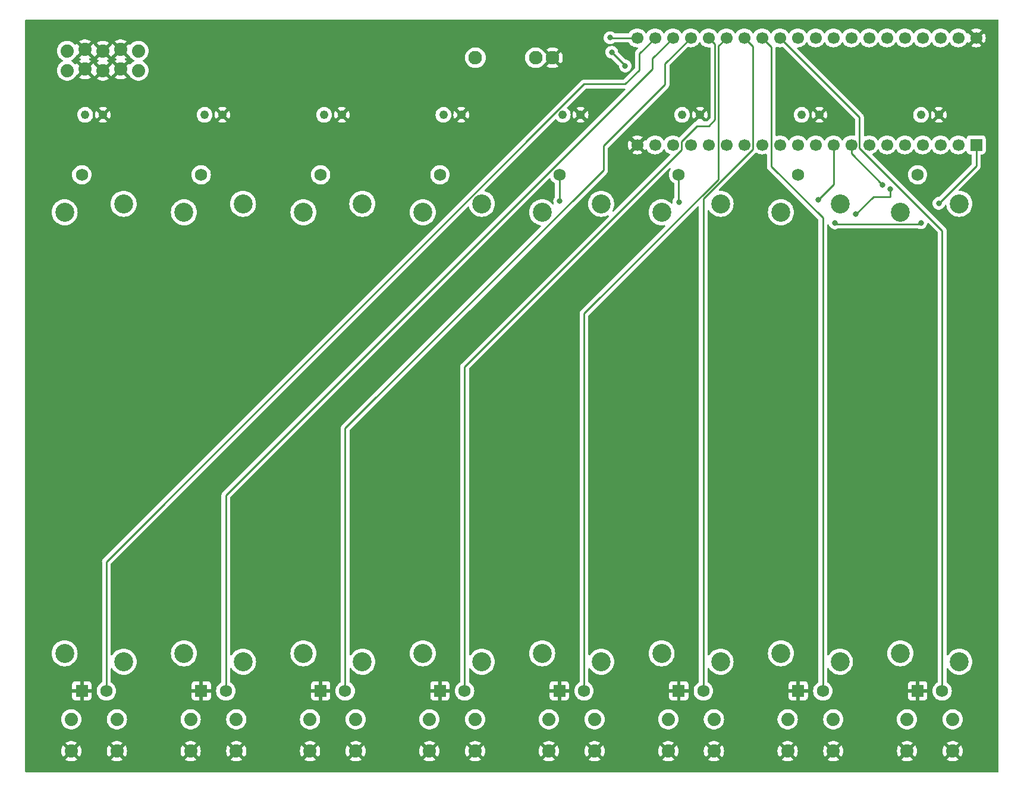
<source format=gbl>
%TF.GenerationSoftware,KiCad,Pcbnew,7.0.8*%
%TF.CreationDate,2024-02-25T18:23:33-05:00*%
%TF.ProjectId,lichen-freddie-board,6c696368-656e-42d6-9672-65646469652d,1.0*%
%TF.SameCoordinates,Original*%
%TF.FileFunction,Copper,L2,Bot*%
%TF.FilePolarity,Positive*%
%FSLAX46Y46*%
G04 Gerber Fmt 4.6, Leading zero omitted, Abs format (unit mm)*
G04 Created by KiCad (PCBNEW 7.0.8) date 2024-02-25 18:23:33*
%MOMM*%
%LPD*%
G01*
G04 APERTURE LIST*
%TA.AperFunction,ComponentPad*%
%ADD10R,1.750000X1.750000*%
%TD*%
%TA.AperFunction,ComponentPad*%
%ADD11C,1.750000*%
%TD*%
%TA.AperFunction,ComponentPad*%
%ADD12C,2.700000*%
%TD*%
%TA.AperFunction,ComponentPad*%
%ADD13C,1.219200*%
%TD*%
%TA.AperFunction,ComponentPad*%
%ADD14C,1.879600*%
%TD*%
%TA.AperFunction,ComponentPad*%
%ADD15C,1.930400*%
%TD*%
%TA.AperFunction,ComponentPad*%
%ADD16R,1.700000X1.700000*%
%TD*%
%TA.AperFunction,ComponentPad*%
%ADD17C,1.700000*%
%TD*%
%TA.AperFunction,ViaPad*%
%ADD18C,0.800000*%
%TD*%
%TA.AperFunction,Conductor*%
%ADD19C,0.250000*%
%TD*%
G04 APERTURE END LIST*
D10*
%TO.P,RV5,1,1*%
%TO.N,GND*%
X177700000Y-206258000D03*
D11*
%TO.P,RV5,2,2*%
%TO.N,Net-(A1-ADC_4)*%
X181200000Y-206258000D03*
%TO.P,RV5,3,3*%
%TO.N,+3.3VA*%
X177700000Y-132758000D03*
D12*
%TO.P,RV5,MP*%
%TO.N,N/C*%
X183650000Y-202108000D03*
X175250000Y-200908000D03*
X175250000Y-138108000D03*
X183650000Y-136908000D03*
%TD*%
D10*
%TO.P,RV6,1,1*%
%TO.N,GND*%
X194700000Y-206258000D03*
D11*
%TO.P,RV6,2,2*%
%TO.N,Net-(A1-ADC_5)*%
X198200000Y-206258000D03*
%TO.P,RV6,3,3*%
%TO.N,+3.3VA*%
X194700000Y-132758000D03*
D12*
%TO.P,RV6,MP*%
%TO.N,N/C*%
X200650000Y-202108000D03*
X192250000Y-200908000D03*
X192250000Y-138108000D03*
X200650000Y-136908000D03*
%TD*%
D13*
%TO.P,LED2,A,A*%
%TO.N,Net-(LED2-PadA)*%
X127180000Y-124234000D03*
%TO.P,LED2,K,C*%
%TO.N,GND*%
X129720000Y-124234000D03*
%TD*%
D14*
%TO.P,S4,1,1*%
%TO.N,BUTTON_GPIO_4*%
X159198800Y-210316400D03*
%TO.P,S4,2,2*%
X165701200Y-210316400D03*
%TO.P,S4,3,3*%
%TO.N,GND*%
X159198800Y-214837600D03*
%TO.P,S4,4,4*%
X165701200Y-214837600D03*
%TD*%
%TO.P,S7,1,1*%
%TO.N,BUTTON_GPIO_7*%
X210198800Y-210316400D03*
%TO.P,S7,2,2*%
X216701200Y-210316400D03*
%TO.P,S7,3,3*%
%TO.N,GND*%
X210198800Y-214837600D03*
%TO.P,S7,4,4*%
X216701200Y-214837600D03*
%TD*%
D10*
%TO.P,RV2,1,1*%
%TO.N,GND*%
X126700000Y-206258000D03*
D11*
%TO.P,RV2,2,2*%
%TO.N,Net-(A1-ADC_1)*%
X130200000Y-206258000D03*
%TO.P,RV2,3,3*%
%TO.N,+3.3VA*%
X126700000Y-132758000D03*
D12*
%TO.P,RV2,MP*%
%TO.N,N/C*%
X132650000Y-202108000D03*
X124250000Y-200908000D03*
X124250000Y-138108000D03*
X132650000Y-136908000D03*
%TD*%
D10*
%TO.P,RV3,1,1*%
%TO.N,GND*%
X143700000Y-206258000D03*
D11*
%TO.P,RV3,2,2*%
%TO.N,Net-(A1-ADC_2)*%
X147200000Y-206258000D03*
%TO.P,RV3,3,3*%
%TO.N,+3.3VA*%
X143700000Y-132758000D03*
D12*
%TO.P,RV3,MP*%
%TO.N,N/C*%
X149650000Y-202108000D03*
X141250000Y-200908000D03*
X141250000Y-138108000D03*
X149650000Y-136908000D03*
%TD*%
D14*
%TO.P,S1,1,1*%
%TO.N,BUTTON_GPIO_1*%
X108198800Y-210316400D03*
%TO.P,S1,2,2*%
X114701200Y-210316400D03*
%TO.P,S1,3,3*%
%TO.N,GND*%
X108198800Y-214837600D03*
%TO.P,S1,4,4*%
X114701200Y-214837600D03*
%TD*%
%TO.P,S5,1,1*%
%TO.N,BUTTON_GPIO_5*%
X176198800Y-210316400D03*
%TO.P,S5,2,2*%
X182701200Y-210316400D03*
%TO.P,S5,3,3*%
%TO.N,GND*%
X176198800Y-214837600D03*
%TO.P,S5,4,4*%
X182701200Y-214837600D03*
%TD*%
D10*
%TO.P,RV8,1,1*%
%TO.N,GND*%
X228700000Y-206258000D03*
D11*
%TO.P,RV8,2,2*%
%TO.N,Net-(A1-DAC_OUT2)*%
X232200000Y-206258000D03*
%TO.P,RV8,3,3*%
%TO.N,+3.3VA*%
X228700000Y-132758000D03*
D12*
%TO.P,RV8,MP*%
%TO.N,N/C*%
X234650000Y-202108000D03*
X226250000Y-200908000D03*
X226250000Y-138108000D03*
X234650000Y-136908000D03*
%TD*%
D13*
%TO.P,LED8,A,A*%
%TO.N,Net-(LED8-PadA)*%
X229180000Y-124234000D03*
%TO.P,LED8,K,C*%
%TO.N,GND*%
X231720000Y-124234000D03*
%TD*%
%TO.P,LED6,A,A*%
%TO.N,Net-(LED6-PadA)*%
X195180000Y-124234000D03*
%TO.P,LED6,K,C*%
%TO.N,GND*%
X197720000Y-124234000D03*
%TD*%
D14*
%TO.P,S6,1,1*%
%TO.N,BUTTON_GPIO_6*%
X193198800Y-210316400D03*
%TO.P,S6,2,2*%
X199701200Y-210316400D03*
%TO.P,S6,3,3*%
%TO.N,GND*%
X193198800Y-214837600D03*
%TO.P,S6,4,4*%
X199701200Y-214837600D03*
%TD*%
%TO.P,S3,1,1*%
%TO.N,BUTTON_GPIO_3*%
X142198800Y-210316400D03*
%TO.P,S3,2,2*%
X148701200Y-210316400D03*
%TO.P,S3,3,3*%
%TO.N,GND*%
X142198800Y-214837600D03*
%TO.P,S3,4,4*%
X148701200Y-214837600D03*
%TD*%
D10*
%TO.P,RV1,1,1*%
%TO.N,GND*%
X109700000Y-206258000D03*
D11*
%TO.P,RV1,2,2*%
%TO.N,Net-(A1-ADC_0)*%
X113200000Y-206258000D03*
%TO.P,RV1,3,3*%
%TO.N,+3.3VA*%
X109700000Y-132758000D03*
D12*
%TO.P,RV1,MP*%
%TO.N,N/C*%
X115650000Y-202108000D03*
X107250000Y-200908000D03*
X107250000Y-138108000D03*
X115650000Y-136908000D03*
%TD*%
D13*
%TO.P,LED1,A,A*%
%TO.N,Net-(LED1-PadA)*%
X110180000Y-124234000D03*
%TO.P,LED1,K,C*%
%TO.N,GND*%
X112720000Y-124234000D03*
%TD*%
%TO.P,LED4,A,A*%
%TO.N,Net-(LED4-PadA)*%
X161180000Y-124234000D03*
%TO.P,LED4,K,C*%
%TO.N,GND*%
X163720000Y-124234000D03*
%TD*%
%TO.P,LED7,A,A*%
%TO.N,Net-(LED7-PadA)*%
X212180000Y-124234000D03*
%TO.P,LED7,K,C*%
%TO.N,GND*%
X214720000Y-124234000D03*
%TD*%
D15*
%TO.P,J1,1,SIG*%
%TO.N,Net-(J1-SIG)*%
X165743000Y-116108000D03*
%TO.P,J1,2,SHEILD*%
%TO.N,GND*%
X176715800Y-116108000D03*
%TO.P,J1,3,SW*%
%TO.N,Net-(J1-SW)*%
X174302800Y-116108000D03*
%TD*%
D10*
%TO.P,RV4,1,1*%
%TO.N,GND*%
X160700000Y-206258000D03*
D11*
%TO.P,RV4,2,2*%
%TO.N,Net-(A1-ADC_3)*%
X164200000Y-206258000D03*
%TO.P,RV4,3,3*%
%TO.N,+3.3VA*%
X160700000Y-132758000D03*
D12*
%TO.P,RV4,MP*%
%TO.N,N/C*%
X166650000Y-202108000D03*
X158250000Y-200908000D03*
X158250000Y-138108000D03*
X166650000Y-136908000D03*
%TD*%
D13*
%TO.P,LED3,A,A*%
%TO.N,Net-(LED3-PadA)*%
X144180000Y-124234000D03*
%TO.P,LED3,K,C*%
%TO.N,GND*%
X146720000Y-124234000D03*
%TD*%
D10*
%TO.P,RV7,1,1*%
%TO.N,GND*%
X211700000Y-206258000D03*
D11*
%TO.P,RV7,2,2*%
%TO.N,Net-(A1-ADC_6)*%
X215200000Y-206258000D03*
%TO.P,RV7,3,3*%
%TO.N,+3.3VA*%
X211700000Y-132758000D03*
D12*
%TO.P,RV7,MP*%
%TO.N,N/C*%
X217650000Y-202108000D03*
X209250000Y-200908000D03*
X209250000Y-138108000D03*
X217650000Y-136908000D03*
%TD*%
D14*
%TO.P,S8,1,1*%
%TO.N,BUTTON_GPIO_8*%
X227198800Y-210316400D03*
%TO.P,S8,2,2*%
X233701200Y-210316400D03*
%TO.P,S8,3,3*%
%TO.N,GND*%
X227198800Y-214837600D03*
%TO.P,S8,4,4*%
X233701200Y-214837600D03*
%TD*%
D13*
%TO.P,LED5,A,A*%
%TO.N,Net-(LED5-PadA)*%
X178180000Y-124234000D03*
%TO.P,LED5,K,C*%
%TO.N,GND*%
X180720000Y-124234000D03*
%TD*%
D14*
%TO.P,S2,1,1*%
%TO.N,BUTTON_GPIO_2*%
X125198800Y-210316400D03*
%TO.P,S2,2,2*%
X131701200Y-210316400D03*
%TO.P,S2,3,3*%
%TO.N,GND*%
X125198800Y-214837600D03*
%TO.P,S2,4,4*%
X131701200Y-214837600D03*
%TD*%
D16*
%TO.P,A1,1,USB_ID*%
%TO.N,BUTTON_GPIO_1*%
X237040000Y-128510000D03*
D17*
%TO.P,A1,2,SD_DATA_3*%
%TO.N,BUTTON_GPIO_2*%
X234500000Y-128510000D03*
%TO.P,A1,3,SD_DATA_2*%
%TO.N,BUTTON_GPIO_3*%
X231960000Y-128510000D03*
%TO.P,A1,4,SD_DATA_1*%
%TO.N,BUTTON_GPIO_4*%
X229420000Y-128510000D03*
%TO.P,A1,5,SD_DATA_0*%
%TO.N,BUTTON_GPIO_5*%
X226880000Y-128510000D03*
%TO.P,A1,6,SD_CMD*%
%TO.N,BUTTON_GPIO_6*%
X224340000Y-128510000D03*
%TO.P,A1,7,SD_CLK*%
%TO.N,BUTTON_GPIO_7*%
X221800000Y-128510000D03*
%TO.P,A1,8,SPI1_CS*%
%TO.N,BUTTON_GPIO_8*%
X219260000Y-128510000D03*
%TO.P,A1,9,SPI1_SCK*%
%TO.N,LED_GPIO_1*%
X216720000Y-128510000D03*
%TO.P,A1,10,SPI1_POCI*%
%TO.N,LED_GPIO_2*%
X214180000Y-128510000D03*
%TO.P,A1,11,SPI1_PICO*%
%TO.N,LED_GPIO_3*%
X211640000Y-128510000D03*
%TO.P,A1,12,I2C1_SCL*%
%TO.N,LED_GPIO_4*%
X209100000Y-128510000D03*
%TO.P,A1,13,I2C1_SDA*%
%TO.N,LED_GPIO_5*%
X206560000Y-128510000D03*
%TO.P,A1,14,USART1_TX*%
%TO.N,USART_TX*%
X204020000Y-128510000D03*
%TO.P,A1,15,USART1_RX*%
%TO.N,unconnected-(A1-USART1_RX-Pad15)*%
X201480000Y-128510000D03*
%TO.P,A1,16,AUDIO_IN_1*%
%TO.N,unconnected-(A1-AUDIO_IN_1-Pad16)*%
X198940000Y-128510000D03*
%TO.P,A1,17,AUDIO_IN_2*%
%TO.N,unconnected-(A1-AUDIO_IN_2-Pad17)*%
X196400000Y-128510000D03*
%TO.P,A1,18,AUDIO_OUT_1*%
%TO.N,unconnected-(A1-AUDIO_OUT_1-Pad18)*%
X193860000Y-128510000D03*
%TO.P,A1,19,AUDIO_OUT_2*%
%TO.N,unconnected-(A1-AUDIO_OUT_2-Pad19)*%
X191320000Y-128510000D03*
%TO.P,A1,20,AGND*%
%TO.N,GND*%
X188780000Y-128510000D03*
%TO.P,A1,21,3V3_A*%
%TO.N,+3.3VA*%
X188780000Y-113270000D03*
%TO.P,A1,22,ADC_0*%
%TO.N,Net-(A1-ADC_0)*%
X191320000Y-113270000D03*
%TO.P,A1,23,ADC_1*%
%TO.N,Net-(A1-ADC_1)*%
X193860000Y-113270000D03*
%TO.P,A1,24,ADC_2*%
%TO.N,Net-(A1-ADC_2)*%
X196400000Y-113270000D03*
%TO.P,A1,25,ADC_3*%
%TO.N,Net-(A1-ADC_3)*%
X198940000Y-113270000D03*
%TO.P,A1,26,ADC_4*%
%TO.N,Net-(A1-ADC_4)*%
X201480000Y-113270000D03*
%TO.P,A1,27,ADC_5*%
%TO.N,Net-(A1-ADC_5)*%
X204020000Y-113270000D03*
%TO.P,A1,28,ADC_6*%
%TO.N,Net-(A1-ADC_6)*%
X206560000Y-113270000D03*
%TO.P,A1,29,DAC_OUT2*%
%TO.N,Net-(A1-DAC_OUT2)*%
X209100000Y-113270000D03*
%TO.P,A1,30,DAC_OUT1*%
%TO.N,unconnected-(A1-DAC_OUT1-Pad30)*%
X211640000Y-113270000D03*
%TO.P,A1,31,SAI2_MCLK*%
%TO.N,unconnected-(A1-SAI2_MCLK-Pad31)*%
X214180000Y-113270000D03*
%TO.P,A1,32,SAI2_SD_B*%
%TO.N,LED_GPIO_6*%
X216720000Y-113270000D03*
%TO.P,A1,33,SAI2_SD_A*%
%TO.N,LED_GPIO_7*%
X219260000Y-113270000D03*
%TO.P,A1,34,SAI2_FS*%
%TO.N,LED_GPIO_8*%
X221800000Y-113270000D03*
%TO.P,A1,35,SAI2_SCK*%
%TO.N,unconnected-(A1-SAI2_SCK-Pad35)*%
X224340000Y-113270000D03*
%TO.P,A1,36,USB_D_-*%
%TO.N,unconnected-(A1-USB_D_--Pad36)*%
X226880000Y-113270000D03*
%TO.P,A1,37,USB_D_+*%
%TO.N,unconnected-(A1-USB_D_+-Pad37)*%
X229420000Y-113270000D03*
%TO.P,A1,38,3V3_D*%
%TO.N,Net-(A1-3V3_D)*%
X231960000Y-113270000D03*
%TO.P,A1,39,VIN*%
%TO.N,+12V*%
X234500000Y-113270000D03*
%TO.P,A1,40,DGND*%
%TO.N,GND*%
X237040000Y-113270000D03*
%TD*%
D14*
%TO.P,J2,1,-12V*%
%TO.N,unconnected-(J2--12V-Pad1)*%
X117770000Y-117930000D03*
%TO.P,J2,2,-12V*%
X117770000Y-115136000D03*
%TO.P,J2,3,GND*%
%TO.N,GND*%
X115230000Y-117726800D03*
%TO.P,J2,4,GND*%
X115230000Y-114932800D03*
%TO.P,J2,5,GND*%
X112690000Y-117930000D03*
%TO.P,J2,6,GND*%
X112690000Y-115136000D03*
%TO.P,J2,7,GND*%
X110150000Y-117726800D03*
%TO.P,J2,8,GND*%
X110150000Y-114932800D03*
%TO.P,J2,9,+12V*%
%TO.N,+12V*%
X107610000Y-117930000D03*
%TO.P,J2,10,+12V*%
X107610000Y-115136000D03*
%TD*%
D18*
%TO.N,BUTTON_GPIO_1*%
X229160000Y-139620000D03*
X231720000Y-136830000D03*
X216930000Y-139630000D03*
%TO.N,BUTTON_GPIO_5*%
X219900500Y-138400000D03*
X224800000Y-134780000D03*
%TO.N,BUTTON_GPIO_8*%
X223730000Y-134200000D03*
%TO.N,LED_GPIO_1*%
X214530000Y-136310000D03*
%TO.N,USART_TX*%
X187080000Y-117280000D03*
X185160000Y-115310000D03*
%TO.N,GND*%
X220870000Y-121370000D03*
%TO.N,+3.3VA*%
X184910000Y-113250000D03*
X194720000Y-136640000D03*
X177740000Y-136510000D03*
%TD*%
D19*
%TO.N,BUTTON_GPIO_1*%
X217083000Y-139783000D02*
X228997000Y-139783000D01*
X228997000Y-139783000D02*
X229160000Y-139620000D01*
X216930000Y-139630000D02*
X217083000Y-139783000D01*
X237040000Y-131510000D02*
X237040000Y-128510000D01*
X231720000Y-136830000D02*
X237040000Y-131510000D01*
%TO.N,BUTTON_GPIO_5*%
X224760000Y-134820000D02*
X224800000Y-134780000D01*
X222400500Y-135900000D02*
X224760000Y-135900000D01*
X224760000Y-135900000D02*
X224760000Y-134820000D01*
X219900500Y-138400000D02*
X222400500Y-135900000D01*
%TO.N,BUTTON_GPIO_8*%
X223700000Y-134200000D02*
X219260000Y-129760000D01*
X219260000Y-129760000D02*
X219260000Y-128510000D01*
%TO.N,LED_GPIO_1*%
X216720000Y-134170000D02*
X216720000Y-128510000D01*
X214580000Y-136310000D02*
X216720000Y-134170000D01*
%TO.N,USART_TX*%
X185160000Y-115310000D02*
X187080000Y-117230000D01*
X187080000Y-117230000D02*
X187080000Y-117280000D01*
X203680000Y-128510000D02*
X204020000Y-128510000D01*
%TO.N,+3.3VA*%
X194700000Y-136620000D02*
X194720000Y-136640000D01*
X184930000Y-113270000D02*
X184910000Y-113250000D01*
X188780000Y-113270000D02*
X184930000Y-113270000D01*
X177700000Y-136470000D02*
X177740000Y-136510000D01*
X177700000Y-132758000D02*
X177700000Y-136470000D01*
X194700000Y-132758000D02*
X194700000Y-136620000D01*
%TO.N,Net-(A1-ADC_0)*%
X113200000Y-206258000D02*
X113200000Y-187870000D01*
X189070000Y-116570000D02*
X189070000Y-115520000D01*
X189070000Y-115520000D02*
X191320000Y-113270000D01*
X181210000Y-119860000D02*
X187060000Y-119860000D01*
X187060000Y-119860000D02*
X189070000Y-117850000D01*
X189070000Y-117850000D02*
X189070000Y-116570000D01*
X113200000Y-187870000D02*
X181210000Y-119860000D01*
%TO.N,Net-(A1-ADC_1)*%
X190940000Y-116190000D02*
X193860000Y-113270000D01*
X130200000Y-178440000D02*
X190930000Y-117710000D01*
X190940000Y-117710000D02*
X190940000Y-116190000D01*
X130200000Y-206258000D02*
X130200000Y-178440000D01*
X190930000Y-117710000D02*
X190940000Y-117710000D01*
%TO.N,Net-(A1-ADC_2)*%
X147200000Y-206258000D02*
X147200000Y-168885000D01*
X183990000Y-128670000D02*
X192730000Y-119930000D01*
X147200000Y-168885000D02*
X183990000Y-132095000D01*
X183990000Y-132095000D02*
X183990000Y-128670000D01*
X192730000Y-116940000D02*
X196400000Y-113270000D01*
X192730000Y-119930000D02*
X192730000Y-116940000D01*
%TO.N,Net-(A1-ADC_3)*%
X195060000Y-129250000D02*
X195060000Y-128020000D01*
X198970000Y-125800000D02*
X199855000Y-124915000D01*
X199855000Y-124915000D02*
X199855000Y-114185000D01*
X199855000Y-114185000D02*
X198940000Y-113270000D01*
X164200000Y-160110000D02*
X195060000Y-129250000D01*
X164200000Y-206258000D02*
X164200000Y-160110000D01*
X195060000Y-128020000D02*
X197280000Y-125800000D01*
X197280000Y-125800000D02*
X198970000Y-125800000D01*
%TO.N,Net-(A1-ADC_4)*%
X200305000Y-133438658D02*
X200305000Y-114445000D01*
X181200000Y-152543658D02*
X200305000Y-133438658D01*
X181200000Y-206258000D02*
X181200000Y-152543658D01*
X200305000Y-114445000D02*
X201480000Y-113270000D01*
%TO.N,Net-(A1-ADC_5)*%
X205280000Y-114530000D02*
X204020000Y-113270000D01*
X198200000Y-136180054D02*
X205280000Y-129100054D01*
X205280000Y-129100054D02*
X205280000Y-114530000D01*
X198200000Y-206258000D02*
X198200000Y-136180054D01*
%TO.N,Net-(A1-ADC_6)*%
X215200000Y-138910000D02*
X207860000Y-131570000D01*
X207860000Y-114570000D02*
X206560000Y-113270000D01*
X215200000Y-206258000D02*
X215200000Y-138910000D01*
X207860000Y-131570000D02*
X207860000Y-114570000D01*
%TO.N,Net-(A1-DAC_OUT2)*%
X220435000Y-128965000D02*
X220435000Y-124605000D01*
X232200000Y-140730000D02*
X220435000Y-128965000D01*
X220435000Y-124605000D02*
X209100000Y-113270000D01*
X232200000Y-206258000D02*
X232200000Y-140730000D01*
%TD*%
%TA.AperFunction,Conductor*%
%TO.N,GND*%
G36*
X208641587Y-114545309D02*
G01*
X208864592Y-114605063D01*
X209052918Y-114621539D01*
X209099999Y-114625659D01*
X209100000Y-114625659D01*
X209100001Y-114625659D01*
X209139234Y-114622226D01*
X209335408Y-114605063D01*
X209435873Y-114578143D01*
X209505722Y-114579806D01*
X209555647Y-114610237D01*
X219773181Y-124827771D01*
X219806666Y-124889094D01*
X219809500Y-124915452D01*
X219809500Y-127097496D01*
X219789815Y-127164535D01*
X219737011Y-127210290D01*
X219667853Y-127220234D01*
X219653408Y-127217271D01*
X219495416Y-127174939D01*
X219495412Y-127174938D01*
X219495408Y-127174937D01*
X219495406Y-127174936D01*
X219495403Y-127174936D01*
X219260001Y-127154341D01*
X219259999Y-127154341D01*
X219024596Y-127174936D01*
X219024586Y-127174938D01*
X218796344Y-127236094D01*
X218796335Y-127236098D01*
X218582171Y-127335964D01*
X218582169Y-127335965D01*
X218388597Y-127471505D01*
X218221505Y-127638597D01*
X218091575Y-127824158D01*
X218036998Y-127867783D01*
X217967500Y-127874977D01*
X217905145Y-127843454D01*
X217888425Y-127824158D01*
X217758494Y-127638597D01*
X217591402Y-127471506D01*
X217591395Y-127471501D01*
X217397834Y-127335967D01*
X217397830Y-127335965D01*
X217354498Y-127315759D01*
X217183663Y-127236097D01*
X217183659Y-127236096D01*
X217183655Y-127236094D01*
X216955413Y-127174938D01*
X216955403Y-127174936D01*
X216720001Y-127154341D01*
X216719999Y-127154341D01*
X216484596Y-127174936D01*
X216484586Y-127174938D01*
X216256344Y-127236094D01*
X216256335Y-127236098D01*
X216042171Y-127335964D01*
X216042169Y-127335965D01*
X215848597Y-127471505D01*
X215681505Y-127638597D01*
X215551575Y-127824158D01*
X215496998Y-127867783D01*
X215427500Y-127874977D01*
X215365145Y-127843454D01*
X215348425Y-127824158D01*
X215218494Y-127638597D01*
X215051402Y-127471506D01*
X215051395Y-127471501D01*
X214857834Y-127335967D01*
X214857830Y-127335965D01*
X214814498Y-127315759D01*
X214643663Y-127236097D01*
X214643659Y-127236096D01*
X214643655Y-127236094D01*
X214415413Y-127174938D01*
X214415403Y-127174936D01*
X214180001Y-127154341D01*
X214179999Y-127154341D01*
X213944596Y-127174936D01*
X213944586Y-127174938D01*
X213716344Y-127236094D01*
X213716335Y-127236098D01*
X213502171Y-127335964D01*
X213502169Y-127335965D01*
X213308597Y-127471505D01*
X213141505Y-127638597D01*
X213011575Y-127824158D01*
X212956998Y-127867783D01*
X212887500Y-127874977D01*
X212825145Y-127843454D01*
X212808425Y-127824158D01*
X212678494Y-127638597D01*
X212511402Y-127471506D01*
X212511395Y-127471501D01*
X212317834Y-127335967D01*
X212317830Y-127335965D01*
X212274498Y-127315759D01*
X212103663Y-127236097D01*
X212103659Y-127236096D01*
X212103655Y-127236094D01*
X211875413Y-127174938D01*
X211875403Y-127174936D01*
X211640001Y-127154341D01*
X211639999Y-127154341D01*
X211404596Y-127174936D01*
X211404586Y-127174938D01*
X211176344Y-127236094D01*
X211176335Y-127236098D01*
X210962171Y-127335964D01*
X210962169Y-127335965D01*
X210768597Y-127471505D01*
X210601505Y-127638597D01*
X210471575Y-127824158D01*
X210416998Y-127867783D01*
X210347500Y-127874977D01*
X210285145Y-127843454D01*
X210268425Y-127824158D01*
X210138494Y-127638597D01*
X209971402Y-127471506D01*
X209971395Y-127471501D01*
X209777834Y-127335967D01*
X209777830Y-127335965D01*
X209734498Y-127315759D01*
X209563663Y-127236097D01*
X209563659Y-127236096D01*
X209563655Y-127236094D01*
X209335413Y-127174938D01*
X209335403Y-127174936D01*
X209100001Y-127154341D01*
X209099999Y-127154341D01*
X208864596Y-127174936D01*
X208864586Y-127174938D01*
X208641593Y-127234688D01*
X208571743Y-127233025D01*
X208513881Y-127193862D01*
X208486377Y-127129633D01*
X208485500Y-127114913D01*
X208485500Y-124234000D01*
X211065144Y-124234000D01*
X211084126Y-124438849D01*
X211084126Y-124438851D01*
X211084127Y-124438854D01*
X211103338Y-124506373D01*
X211140427Y-124636730D01*
X211140431Y-124636740D01*
X211231994Y-124820622D01*
X211232130Y-124820896D01*
X211275652Y-124878528D01*
X211356112Y-124985076D01*
X211508146Y-125123672D01*
X211508151Y-125123676D01*
X211683062Y-125231976D01*
X211683063Y-125231976D01*
X211683066Y-125231978D01*
X211874905Y-125306297D01*
X212077134Y-125344100D01*
X212077136Y-125344100D01*
X212282864Y-125344100D01*
X212282866Y-125344100D01*
X212485095Y-125306297D01*
X212676934Y-125231978D01*
X212801557Y-125154815D01*
X212851848Y-125123676D01*
X212851848Y-125123675D01*
X212851851Y-125123674D01*
X213003889Y-124985074D01*
X213127870Y-124820896D01*
X213219572Y-124636732D01*
X213275873Y-124438854D01*
X213294856Y-124234000D01*
X213605646Y-124234000D01*
X213624619Y-124438761D01*
X213624620Y-124438763D01*
X213680894Y-124636546D01*
X213680902Y-124636566D01*
X213772551Y-124820622D01*
X213772555Y-124820628D01*
X213775679Y-124824765D01*
X214316452Y-124283993D01*
X214328673Y-124361150D01*
X214387117Y-124475854D01*
X214478146Y-124566883D01*
X214592850Y-124625327D01*
X214670005Y-124637547D01*
X214132338Y-125175213D01*
X214223289Y-125231528D01*
X214223290Y-125231529D01*
X214415040Y-125305812D01*
X214617182Y-125343600D01*
X214822818Y-125343600D01*
X215024959Y-125305812D01*
X215216709Y-125231529D01*
X215216713Y-125231527D01*
X215307659Y-125175214D01*
X215307659Y-125175213D01*
X214769995Y-124637547D01*
X214847150Y-124625327D01*
X214961854Y-124566883D01*
X215052883Y-124475854D01*
X215111327Y-124361150D01*
X215123547Y-124283994D01*
X215664319Y-124824765D01*
X215667442Y-124820632D01*
X215667448Y-124820622D01*
X215759097Y-124636566D01*
X215759105Y-124636546D01*
X215815379Y-124438763D01*
X215815380Y-124438761D01*
X215834354Y-124234000D01*
X215834354Y-124233999D01*
X215815380Y-124029238D01*
X215815379Y-124029236D01*
X215759105Y-123831453D01*
X215759099Y-123831438D01*
X215667443Y-123647370D01*
X215667440Y-123647364D01*
X215664320Y-123643233D01*
X215664319Y-123643233D01*
X215123547Y-124184005D01*
X215111327Y-124106850D01*
X215052883Y-123992146D01*
X214961854Y-123901117D01*
X214847150Y-123842673D01*
X214769994Y-123830452D01*
X215307660Y-123292785D01*
X215216707Y-123236470D01*
X215024959Y-123162187D01*
X214822818Y-123124400D01*
X214617182Y-123124400D01*
X214415040Y-123162187D01*
X214223291Y-123236470D01*
X214223284Y-123236474D01*
X214132339Y-123292784D01*
X214132338Y-123292785D01*
X214670006Y-123830452D01*
X214592850Y-123842673D01*
X214478146Y-123901117D01*
X214387117Y-123992146D01*
X214328673Y-124106850D01*
X214316452Y-124184005D01*
X213775679Y-123643233D01*
X213772556Y-123647369D01*
X213772556Y-123647370D01*
X213680900Y-123831438D01*
X213680894Y-123831453D01*
X213624620Y-124029236D01*
X213624619Y-124029238D01*
X213605646Y-124233999D01*
X213605646Y-124234000D01*
X213294856Y-124234000D01*
X213275873Y-124029146D01*
X213219572Y-123831268D01*
X213127870Y-123647104D01*
X213003889Y-123482926D01*
X213003887Y-123482923D01*
X212851853Y-123344327D01*
X212851848Y-123344323D01*
X212676937Y-123236023D01*
X212676931Y-123236021D01*
X212485095Y-123161703D01*
X212282866Y-123123900D01*
X212077134Y-123123900D01*
X211874905Y-123161703D01*
X211753588Y-123208701D01*
X211683068Y-123236021D01*
X211683062Y-123236023D01*
X211508151Y-123344323D01*
X211508146Y-123344327D01*
X211356112Y-123482923D01*
X211232129Y-123647105D01*
X211140431Y-123831259D01*
X211140427Y-123831269D01*
X211084126Y-124029150D01*
X211065144Y-124234000D01*
X208485500Y-124234000D01*
X208485500Y-114665086D01*
X208505185Y-114598047D01*
X208557989Y-114552292D01*
X208627147Y-114542348D01*
X208641587Y-114545309D01*
G37*
%TD.AperFunction*%
%TA.AperFunction,Conductor*%
G36*
X111340790Y-115770038D02*
G01*
X111367923Y-115775038D01*
X111415730Y-115819884D01*
X111416588Y-115819324D01*
X111510057Y-115962389D01*
X112200477Y-115271969D01*
X112223155Y-115349201D01*
X112302131Y-115472090D01*
X112412530Y-115567752D01*
X112545408Y-115628435D01*
X112550399Y-115629152D01*
X111862839Y-116316711D01*
X111862840Y-116316712D01*
X111899802Y-116345481D01*
X111899803Y-116345483D01*
X112044788Y-116423945D01*
X112094378Y-116473165D01*
X112109486Y-116541381D01*
X112085315Y-116606937D01*
X112044788Y-116642055D01*
X111899802Y-116720517D01*
X111862840Y-116749286D01*
X111862840Y-116749287D01*
X112550400Y-117436847D01*
X112545408Y-117437565D01*
X112412530Y-117498248D01*
X112302131Y-117593910D01*
X112223155Y-117716799D01*
X112200478Y-117794030D01*
X111499207Y-117092759D01*
X111472072Y-117087758D01*
X111424271Y-117042915D01*
X111423413Y-117043476D01*
X111329941Y-116900409D01*
X110639521Y-117590829D01*
X110616845Y-117513599D01*
X110537869Y-117390710D01*
X110427470Y-117295048D01*
X110294592Y-117234365D01*
X110289600Y-117233647D01*
X110977159Y-116546088D01*
X110977158Y-116546086D01*
X110940197Y-116517318D01*
X110940196Y-116517317D01*
X110795210Y-116438854D01*
X110745620Y-116389634D01*
X110730512Y-116321418D01*
X110754682Y-116255862D01*
X110795211Y-116220744D01*
X110940192Y-116142284D01*
X110940200Y-116142280D01*
X110977158Y-116113512D01*
X110977158Y-116113511D01*
X110289599Y-115425952D01*
X110294592Y-115425235D01*
X110427470Y-115364552D01*
X110537869Y-115268890D01*
X110616845Y-115146001D01*
X110639521Y-115068769D01*
X111340790Y-115770038D01*
G37*
%TD.AperFunction*%
%TA.AperFunction,Conductor*%
G36*
X114763155Y-115146001D02*
G01*
X114842131Y-115268890D01*
X114952530Y-115364552D01*
X115085408Y-115425235D01*
X115090399Y-115425952D01*
X114402839Y-116113511D01*
X114402840Y-116113512D01*
X114439802Y-116142281D01*
X114439803Y-116142283D01*
X114584788Y-116220745D01*
X114634378Y-116269965D01*
X114649486Y-116338181D01*
X114625315Y-116403737D01*
X114584788Y-116438855D01*
X114439802Y-116517317D01*
X114402840Y-116546086D01*
X114402840Y-116546087D01*
X115090400Y-117233647D01*
X115085408Y-117234365D01*
X114952530Y-117295048D01*
X114842131Y-117390710D01*
X114763155Y-117513599D01*
X114740478Y-117590830D01*
X114050057Y-116900409D01*
X113956588Y-117043475D01*
X113954874Y-117042355D01*
X113911773Y-117085728D01*
X113881034Y-117092516D01*
X113179521Y-117794029D01*
X113156845Y-117716799D01*
X113077869Y-117593910D01*
X112967470Y-117498248D01*
X112834592Y-117437565D01*
X112829600Y-117436847D01*
X113517159Y-116749288D01*
X113517158Y-116749286D01*
X113480197Y-116720518D01*
X113480196Y-116720517D01*
X113335210Y-116642054D01*
X113285620Y-116592834D01*
X113270512Y-116524618D01*
X113294682Y-116459062D01*
X113335211Y-116423944D01*
X113480192Y-116345484D01*
X113480200Y-116345480D01*
X113517158Y-116316712D01*
X113517158Y-116316711D01*
X112829599Y-115629152D01*
X112834592Y-115628435D01*
X112967470Y-115567752D01*
X113077869Y-115472090D01*
X113156845Y-115349201D01*
X113179521Y-115271969D01*
X113869941Y-115962389D01*
X113963413Y-115819324D01*
X113965150Y-115820459D01*
X114008103Y-115777137D01*
X114038960Y-115770286D01*
X114740477Y-115068769D01*
X114763155Y-115146001D01*
G37*
%TD.AperFunction*%
%TA.AperFunction,Conductor*%
G36*
X109683155Y-115146001D02*
G01*
X109762131Y-115268890D01*
X109872530Y-115364552D01*
X110005408Y-115425235D01*
X110010399Y-115425952D01*
X109322839Y-116113511D01*
X109322840Y-116113512D01*
X109359802Y-116142281D01*
X109359803Y-116142283D01*
X109504788Y-116220745D01*
X109554378Y-116269965D01*
X109569486Y-116338181D01*
X109545315Y-116403737D01*
X109504788Y-116438855D01*
X109359802Y-116517317D01*
X109322840Y-116546086D01*
X109322840Y-116546087D01*
X110010400Y-117233647D01*
X110005408Y-117234365D01*
X109872530Y-117295048D01*
X109762131Y-117390710D01*
X109683155Y-117513599D01*
X109660478Y-117590830D01*
X108970057Y-116900409D01*
X108911825Y-116989541D01*
X108858678Y-117034897D01*
X108789447Y-117044321D01*
X108726111Y-117014819D01*
X108716794Y-117005710D01*
X108588832Y-116866705D01*
X108400469Y-116720097D01*
X108256258Y-116642053D01*
X108206670Y-116592835D01*
X108191562Y-116524619D01*
X108215732Y-116459063D01*
X108256258Y-116423946D01*
X108400469Y-116345903D01*
X108588832Y-116199295D01*
X108750494Y-116023682D01*
X108881047Y-115823856D01*
X108881049Y-115823852D01*
X108883852Y-115819562D01*
X108885533Y-115820660D01*
X108928675Y-115777175D01*
X108958735Y-115770510D01*
X109660477Y-115068768D01*
X109683155Y-115146001D01*
G37*
%TD.AperFunction*%
%TA.AperFunction,Conductor*%
G36*
X116420981Y-115770229D02*
G01*
X116447384Y-115775095D01*
X116495346Y-115820085D01*
X116496148Y-115819562D01*
X116498299Y-115822855D01*
X116498343Y-115822896D01*
X116498449Y-115823085D01*
X116558183Y-115914514D01*
X116629506Y-116023682D01*
X116791168Y-116199295D01*
X116979530Y-116345902D01*
X116979537Y-116345907D01*
X117123739Y-116423946D01*
X117173329Y-116473165D01*
X117188437Y-116541382D01*
X117164266Y-116606937D01*
X117123739Y-116642054D01*
X116979537Y-116720092D01*
X116979530Y-116720097D01*
X116791169Y-116866704D01*
X116663213Y-117005702D01*
X116603326Y-117041692D01*
X116533488Y-117039592D01*
X116475872Y-117000068D01*
X116468175Y-116989541D01*
X116409941Y-116900409D01*
X115719521Y-117590829D01*
X115696845Y-117513599D01*
X115617869Y-117390710D01*
X115507470Y-117295048D01*
X115374592Y-117234365D01*
X115369600Y-117233647D01*
X116057159Y-116546088D01*
X116057158Y-116546086D01*
X116020197Y-116517318D01*
X116020196Y-116517317D01*
X115875210Y-116438854D01*
X115825620Y-116389634D01*
X115810512Y-116321418D01*
X115834682Y-116255862D01*
X115875211Y-116220744D01*
X116020192Y-116142284D01*
X116020200Y-116142280D01*
X116057158Y-116113512D01*
X116057158Y-116113511D01*
X115369599Y-115425952D01*
X115374592Y-115425235D01*
X115507470Y-115364552D01*
X115617869Y-115268890D01*
X115696845Y-115146001D01*
X115719521Y-115068769D01*
X116420981Y-115770229D01*
G37*
%TD.AperFunction*%
%TA.AperFunction,Conductor*%
G36*
X240192539Y-110670185D02*
G01*
X240238294Y-110722989D01*
X240249500Y-110774500D01*
X240249500Y-217725500D01*
X240229815Y-217792539D01*
X240177011Y-217838294D01*
X240125500Y-217849500D01*
X101774500Y-217849500D01*
X101707461Y-217829815D01*
X101661706Y-217777011D01*
X101650500Y-217725500D01*
X101650500Y-214837606D01*
X106754065Y-214837606D01*
X106773767Y-215075388D01*
X106773769Y-215075396D01*
X106832345Y-215306704D01*
X106928191Y-215525214D01*
X107018857Y-215663989D01*
X107709277Y-214973569D01*
X107731955Y-215050801D01*
X107810931Y-215173690D01*
X107921330Y-215269352D01*
X108054208Y-215330035D01*
X108059199Y-215330752D01*
X107371639Y-216018311D01*
X107371640Y-216018312D01*
X107408602Y-216047081D01*
X107408608Y-216047086D01*
X107618450Y-216160646D01*
X107618460Y-216160651D01*
X107844135Y-216238125D01*
X108079496Y-216277400D01*
X108318104Y-216277400D01*
X108553464Y-216238125D01*
X108779139Y-216160651D01*
X108779144Y-216160649D01*
X108988997Y-216047081D01*
X108989000Y-216047080D01*
X109025958Y-216018312D01*
X109025958Y-216018311D01*
X108338399Y-215330752D01*
X108343392Y-215330035D01*
X108476270Y-215269352D01*
X108586669Y-215173690D01*
X108665645Y-215050801D01*
X108688321Y-214973569D01*
X109378741Y-215663989D01*
X109469404Y-215525221D01*
X109469409Y-215525213D01*
X109565254Y-215306704D01*
X109623830Y-215075396D01*
X109623832Y-215075388D01*
X109643535Y-214837606D01*
X113256465Y-214837606D01*
X113276167Y-215075388D01*
X113276169Y-215075396D01*
X113334745Y-215306704D01*
X113430591Y-215525214D01*
X113521257Y-215663989D01*
X114211677Y-214973569D01*
X114234355Y-215050801D01*
X114313331Y-215173690D01*
X114423730Y-215269352D01*
X114556608Y-215330035D01*
X114561599Y-215330752D01*
X113874039Y-216018311D01*
X113874040Y-216018312D01*
X113911002Y-216047081D01*
X113911008Y-216047086D01*
X114120850Y-216160646D01*
X114120860Y-216160651D01*
X114346535Y-216238125D01*
X114581896Y-216277400D01*
X114820504Y-216277400D01*
X115055864Y-216238125D01*
X115281539Y-216160651D01*
X115281544Y-216160649D01*
X115491397Y-216047081D01*
X115491400Y-216047080D01*
X115528358Y-216018312D01*
X115528358Y-216018311D01*
X114840799Y-215330752D01*
X114845792Y-215330035D01*
X114978670Y-215269352D01*
X115089069Y-215173690D01*
X115168045Y-215050801D01*
X115190721Y-214973569D01*
X115881141Y-215663989D01*
X115971804Y-215525221D01*
X115971809Y-215525213D01*
X116067654Y-215306704D01*
X116126230Y-215075396D01*
X116126232Y-215075388D01*
X116145935Y-214837606D01*
X123754065Y-214837606D01*
X123773767Y-215075388D01*
X123773769Y-215075396D01*
X123832345Y-215306704D01*
X123928191Y-215525214D01*
X124018857Y-215663989D01*
X124709277Y-214973569D01*
X124731955Y-215050801D01*
X124810931Y-215173690D01*
X124921330Y-215269352D01*
X125054208Y-215330035D01*
X125059199Y-215330752D01*
X124371639Y-216018311D01*
X124371640Y-216018312D01*
X124408602Y-216047081D01*
X124408608Y-216047086D01*
X124618450Y-216160646D01*
X124618460Y-216160651D01*
X124844135Y-216238125D01*
X125079496Y-216277400D01*
X125318104Y-216277400D01*
X125553464Y-216238125D01*
X125779139Y-216160651D01*
X125779144Y-216160649D01*
X125988997Y-216047081D01*
X125989000Y-216047080D01*
X126025958Y-216018312D01*
X126025958Y-216018311D01*
X125338399Y-215330752D01*
X125343392Y-215330035D01*
X125476270Y-215269352D01*
X125586669Y-215173690D01*
X125665645Y-215050801D01*
X125688321Y-214973569D01*
X126378741Y-215663989D01*
X126469404Y-215525221D01*
X126469409Y-215525213D01*
X126565254Y-215306704D01*
X126623830Y-215075396D01*
X126623832Y-215075388D01*
X126643535Y-214837606D01*
X130256465Y-214837606D01*
X130276167Y-215075388D01*
X130276169Y-215075396D01*
X130334745Y-215306704D01*
X130430591Y-215525214D01*
X130521257Y-215663989D01*
X131211677Y-214973569D01*
X131234355Y-215050801D01*
X131313331Y-215173690D01*
X131423730Y-215269352D01*
X131556608Y-215330035D01*
X131561599Y-215330752D01*
X130874039Y-216018311D01*
X130874040Y-216018312D01*
X130911002Y-216047081D01*
X130911008Y-216047086D01*
X131120850Y-216160646D01*
X131120860Y-216160651D01*
X131346535Y-216238125D01*
X131581896Y-216277400D01*
X131820504Y-216277400D01*
X132055864Y-216238125D01*
X132281539Y-216160651D01*
X132281544Y-216160649D01*
X132491397Y-216047081D01*
X132491400Y-216047080D01*
X132528358Y-216018312D01*
X132528358Y-216018311D01*
X131840799Y-215330752D01*
X131845792Y-215330035D01*
X131978670Y-215269352D01*
X132089069Y-215173690D01*
X132168045Y-215050801D01*
X132190721Y-214973569D01*
X132881141Y-215663989D01*
X132971804Y-215525221D01*
X132971809Y-215525213D01*
X133067654Y-215306704D01*
X133126230Y-215075396D01*
X133126232Y-215075388D01*
X133145935Y-214837606D01*
X140754065Y-214837606D01*
X140773767Y-215075388D01*
X140773769Y-215075396D01*
X140832345Y-215306704D01*
X140928191Y-215525214D01*
X141018857Y-215663989D01*
X141709277Y-214973569D01*
X141731955Y-215050801D01*
X141810931Y-215173690D01*
X141921330Y-215269352D01*
X142054208Y-215330035D01*
X142059199Y-215330752D01*
X141371639Y-216018311D01*
X141371640Y-216018312D01*
X141408602Y-216047081D01*
X141408608Y-216047086D01*
X141618450Y-216160646D01*
X141618460Y-216160651D01*
X141844135Y-216238125D01*
X142079496Y-216277400D01*
X142318104Y-216277400D01*
X142553464Y-216238125D01*
X142779139Y-216160651D01*
X142779144Y-216160649D01*
X142988997Y-216047081D01*
X142989000Y-216047080D01*
X143025958Y-216018312D01*
X143025958Y-216018311D01*
X142338399Y-215330752D01*
X142343392Y-215330035D01*
X142476270Y-215269352D01*
X142586669Y-215173690D01*
X142665645Y-215050801D01*
X142688321Y-214973569D01*
X143378741Y-215663989D01*
X143469404Y-215525221D01*
X143469409Y-215525213D01*
X143565254Y-215306704D01*
X143623830Y-215075396D01*
X143623832Y-215075388D01*
X143643535Y-214837606D01*
X147256465Y-214837606D01*
X147276167Y-215075388D01*
X147276169Y-215075396D01*
X147334745Y-215306704D01*
X147430591Y-215525214D01*
X147521257Y-215663989D01*
X148211677Y-214973569D01*
X148234355Y-215050801D01*
X148313331Y-215173690D01*
X148423730Y-215269352D01*
X148556608Y-215330035D01*
X148561599Y-215330752D01*
X147874039Y-216018311D01*
X147874040Y-216018312D01*
X147911002Y-216047081D01*
X147911008Y-216047086D01*
X148120850Y-216160646D01*
X148120860Y-216160651D01*
X148346535Y-216238125D01*
X148581896Y-216277400D01*
X148820504Y-216277400D01*
X149055864Y-216238125D01*
X149281539Y-216160651D01*
X149281544Y-216160649D01*
X149491397Y-216047081D01*
X149491400Y-216047080D01*
X149528358Y-216018312D01*
X149528358Y-216018311D01*
X148840799Y-215330752D01*
X148845792Y-215330035D01*
X148978670Y-215269352D01*
X149089069Y-215173690D01*
X149168045Y-215050801D01*
X149190721Y-214973569D01*
X149881141Y-215663989D01*
X149971804Y-215525221D01*
X149971809Y-215525213D01*
X150067654Y-215306704D01*
X150126230Y-215075396D01*
X150126232Y-215075388D01*
X150145935Y-214837606D01*
X157754065Y-214837606D01*
X157773767Y-215075388D01*
X157773769Y-215075396D01*
X157832345Y-215306704D01*
X157928191Y-215525214D01*
X158018857Y-215663989D01*
X158709277Y-214973569D01*
X158731955Y-215050801D01*
X158810931Y-215173690D01*
X158921330Y-215269352D01*
X159054208Y-215330035D01*
X159059199Y-215330752D01*
X158371639Y-216018311D01*
X158371640Y-216018312D01*
X158408602Y-216047081D01*
X158408608Y-216047086D01*
X158618450Y-216160646D01*
X158618460Y-216160651D01*
X158844135Y-216238125D01*
X159079496Y-216277400D01*
X159318104Y-216277400D01*
X159553464Y-216238125D01*
X159779139Y-216160651D01*
X159779144Y-216160649D01*
X159988997Y-216047081D01*
X159989000Y-216047080D01*
X160025958Y-216018312D01*
X160025958Y-216018311D01*
X159338399Y-215330752D01*
X159343392Y-215330035D01*
X159476270Y-215269352D01*
X159586669Y-215173690D01*
X159665645Y-215050801D01*
X159688321Y-214973569D01*
X160378741Y-215663989D01*
X160469404Y-215525221D01*
X160469409Y-215525213D01*
X160565254Y-215306704D01*
X160623830Y-215075396D01*
X160623832Y-215075388D01*
X160643535Y-214837606D01*
X164256465Y-214837606D01*
X164276167Y-215075388D01*
X164276169Y-215075396D01*
X164334745Y-215306704D01*
X164430591Y-215525214D01*
X164521257Y-215663989D01*
X165211677Y-214973569D01*
X165234355Y-215050801D01*
X165313331Y-215173690D01*
X165423730Y-215269352D01*
X165556608Y-215330035D01*
X165561599Y-215330752D01*
X164874039Y-216018311D01*
X164874040Y-216018312D01*
X164911002Y-216047081D01*
X164911008Y-216047086D01*
X165120850Y-216160646D01*
X165120860Y-216160651D01*
X165346535Y-216238125D01*
X165581896Y-216277400D01*
X165820504Y-216277400D01*
X166055864Y-216238125D01*
X166281539Y-216160651D01*
X166281544Y-216160649D01*
X166491397Y-216047081D01*
X166491400Y-216047080D01*
X166528358Y-216018312D01*
X166528358Y-216018311D01*
X165840799Y-215330752D01*
X165845792Y-215330035D01*
X165978670Y-215269352D01*
X166089069Y-215173690D01*
X166168045Y-215050801D01*
X166190722Y-214973569D01*
X166881141Y-215663989D01*
X166971804Y-215525221D01*
X166971809Y-215525213D01*
X167067654Y-215306704D01*
X167126230Y-215075396D01*
X167126232Y-215075388D01*
X167145935Y-214837606D01*
X174754065Y-214837606D01*
X174773767Y-215075388D01*
X174773769Y-215075396D01*
X174832345Y-215306704D01*
X174928191Y-215525214D01*
X175018857Y-215663989D01*
X175709277Y-214973569D01*
X175731955Y-215050801D01*
X175810931Y-215173690D01*
X175921330Y-215269352D01*
X176054208Y-215330035D01*
X176059199Y-215330752D01*
X175371639Y-216018311D01*
X175371640Y-216018312D01*
X175408602Y-216047081D01*
X175408608Y-216047086D01*
X175618450Y-216160646D01*
X175618460Y-216160651D01*
X175844135Y-216238125D01*
X176079496Y-216277400D01*
X176318104Y-216277400D01*
X176553464Y-216238125D01*
X176779139Y-216160651D01*
X176779144Y-216160649D01*
X176988997Y-216047081D01*
X176989000Y-216047080D01*
X177025958Y-216018312D01*
X177025958Y-216018311D01*
X176338399Y-215330752D01*
X176343392Y-215330035D01*
X176476270Y-215269352D01*
X176586669Y-215173690D01*
X176665645Y-215050801D01*
X176688321Y-214973569D01*
X177378741Y-215663989D01*
X177469404Y-215525221D01*
X177469409Y-215525213D01*
X177565254Y-215306704D01*
X177623830Y-215075396D01*
X177623832Y-215075388D01*
X177643535Y-214837606D01*
X181256465Y-214837606D01*
X181276167Y-215075388D01*
X181276169Y-215075396D01*
X181334745Y-215306704D01*
X181430591Y-215525214D01*
X181521257Y-215663989D01*
X182211677Y-214973569D01*
X182234355Y-215050801D01*
X182313331Y-215173690D01*
X182423730Y-215269352D01*
X182556608Y-215330035D01*
X182561599Y-215330752D01*
X181874039Y-216018311D01*
X181874040Y-216018312D01*
X181911002Y-216047081D01*
X181911008Y-216047086D01*
X182120850Y-216160646D01*
X182120860Y-216160651D01*
X182346535Y-216238125D01*
X182581896Y-216277400D01*
X182820504Y-216277400D01*
X183055864Y-216238125D01*
X183281539Y-216160651D01*
X183281544Y-216160649D01*
X183491397Y-216047081D01*
X183491400Y-216047080D01*
X183528358Y-216018312D01*
X183528358Y-216018311D01*
X182840799Y-215330752D01*
X182845792Y-215330035D01*
X182978670Y-215269352D01*
X183089069Y-215173690D01*
X183168045Y-215050801D01*
X183190721Y-214973569D01*
X183881141Y-215663989D01*
X183971804Y-215525221D01*
X183971809Y-215525213D01*
X184067654Y-215306704D01*
X184126230Y-215075396D01*
X184126232Y-215075388D01*
X184145935Y-214837606D01*
X191754065Y-214837606D01*
X191773767Y-215075388D01*
X191773769Y-215075396D01*
X191832345Y-215306704D01*
X191928191Y-215525214D01*
X192018857Y-215663989D01*
X192709277Y-214973569D01*
X192731955Y-215050801D01*
X192810931Y-215173690D01*
X192921330Y-215269352D01*
X193054208Y-215330035D01*
X193059199Y-215330752D01*
X192371639Y-216018311D01*
X192371640Y-216018312D01*
X192408602Y-216047081D01*
X192408608Y-216047086D01*
X192618450Y-216160646D01*
X192618460Y-216160651D01*
X192844135Y-216238125D01*
X193079496Y-216277400D01*
X193318104Y-216277400D01*
X193553464Y-216238125D01*
X193779139Y-216160651D01*
X193779144Y-216160649D01*
X193988997Y-216047081D01*
X193989000Y-216047080D01*
X194025958Y-216018312D01*
X194025958Y-216018311D01*
X193338399Y-215330752D01*
X193343392Y-215330035D01*
X193476270Y-215269352D01*
X193586669Y-215173690D01*
X193665645Y-215050801D01*
X193688322Y-214973569D01*
X194378741Y-215663989D01*
X194469404Y-215525221D01*
X194469409Y-215525213D01*
X194565254Y-215306704D01*
X194623830Y-215075396D01*
X194623832Y-215075388D01*
X194643535Y-214837606D01*
X198256465Y-214837606D01*
X198276167Y-215075388D01*
X198276169Y-215075396D01*
X198334745Y-215306704D01*
X198430591Y-215525214D01*
X198521257Y-215663989D01*
X199211677Y-214973569D01*
X199234355Y-215050801D01*
X199313331Y-215173690D01*
X199423730Y-215269352D01*
X199556608Y-215330035D01*
X199561599Y-215330752D01*
X198874039Y-216018311D01*
X198874040Y-216018312D01*
X198911002Y-216047081D01*
X198911008Y-216047086D01*
X199120850Y-216160646D01*
X199120860Y-216160651D01*
X199346535Y-216238125D01*
X199581896Y-216277400D01*
X199820504Y-216277400D01*
X200055864Y-216238125D01*
X200281539Y-216160651D01*
X200281544Y-216160649D01*
X200491397Y-216047081D01*
X200491400Y-216047080D01*
X200528358Y-216018312D01*
X200528358Y-216018311D01*
X199840799Y-215330752D01*
X199845792Y-215330035D01*
X199978670Y-215269352D01*
X200089069Y-215173690D01*
X200168045Y-215050801D01*
X200190721Y-214973569D01*
X200881141Y-215663989D01*
X200971804Y-215525221D01*
X200971809Y-215525213D01*
X201067654Y-215306704D01*
X201126230Y-215075396D01*
X201126232Y-215075388D01*
X201145935Y-214837606D01*
X208754065Y-214837606D01*
X208773767Y-215075388D01*
X208773769Y-215075396D01*
X208832345Y-215306704D01*
X208928191Y-215525214D01*
X209018857Y-215663989D01*
X209709277Y-214973569D01*
X209731955Y-215050801D01*
X209810931Y-215173690D01*
X209921330Y-215269352D01*
X210054208Y-215330035D01*
X210059199Y-215330752D01*
X209371639Y-216018311D01*
X209371640Y-216018312D01*
X209408602Y-216047081D01*
X209408608Y-216047086D01*
X209618450Y-216160646D01*
X209618460Y-216160651D01*
X209844135Y-216238125D01*
X210079496Y-216277400D01*
X210318104Y-216277400D01*
X210553464Y-216238125D01*
X210779139Y-216160651D01*
X210779144Y-216160649D01*
X210988997Y-216047081D01*
X210989000Y-216047080D01*
X211025958Y-216018312D01*
X211025958Y-216018311D01*
X210338399Y-215330752D01*
X210343392Y-215330035D01*
X210476270Y-215269352D01*
X210586669Y-215173690D01*
X210665645Y-215050801D01*
X210688322Y-214973569D01*
X211378741Y-215663989D01*
X211469404Y-215525221D01*
X211469409Y-215525213D01*
X211565254Y-215306704D01*
X211623830Y-215075396D01*
X211623832Y-215075388D01*
X211643535Y-214837606D01*
X215256465Y-214837606D01*
X215276167Y-215075388D01*
X215276169Y-215075396D01*
X215334745Y-215306704D01*
X215430591Y-215525214D01*
X215521257Y-215663989D01*
X216211677Y-214973569D01*
X216234355Y-215050801D01*
X216313331Y-215173690D01*
X216423730Y-215269352D01*
X216556608Y-215330035D01*
X216561599Y-215330752D01*
X215874039Y-216018311D01*
X215874040Y-216018312D01*
X215911002Y-216047081D01*
X215911008Y-216047086D01*
X216120850Y-216160646D01*
X216120860Y-216160651D01*
X216346535Y-216238125D01*
X216581896Y-216277400D01*
X216820504Y-216277400D01*
X217055864Y-216238125D01*
X217281539Y-216160651D01*
X217281544Y-216160649D01*
X217491397Y-216047081D01*
X217491400Y-216047080D01*
X217528358Y-216018312D01*
X217528358Y-216018311D01*
X216840799Y-215330752D01*
X216845792Y-215330035D01*
X216978670Y-215269352D01*
X217089069Y-215173690D01*
X217168045Y-215050801D01*
X217190721Y-214973569D01*
X217881141Y-215663989D01*
X217971804Y-215525221D01*
X217971809Y-215525213D01*
X218067654Y-215306704D01*
X218126230Y-215075396D01*
X218126232Y-215075388D01*
X218145935Y-214837606D01*
X225754065Y-214837606D01*
X225773767Y-215075388D01*
X225773769Y-215075396D01*
X225832345Y-215306704D01*
X225928191Y-215525214D01*
X226018857Y-215663989D01*
X226709277Y-214973569D01*
X226731955Y-215050801D01*
X226810931Y-215173690D01*
X226921330Y-215269352D01*
X227054208Y-215330035D01*
X227059199Y-215330752D01*
X226371639Y-216018311D01*
X226371640Y-216018312D01*
X226408602Y-216047081D01*
X226408608Y-216047086D01*
X226618450Y-216160646D01*
X226618460Y-216160651D01*
X226844135Y-216238125D01*
X227079496Y-216277400D01*
X227318104Y-216277400D01*
X227553464Y-216238125D01*
X227779139Y-216160651D01*
X227779144Y-216160649D01*
X227988997Y-216047081D01*
X227989000Y-216047080D01*
X228025958Y-216018312D01*
X228025958Y-216018311D01*
X227338399Y-215330752D01*
X227343392Y-215330035D01*
X227476270Y-215269352D01*
X227586669Y-215173690D01*
X227665645Y-215050801D01*
X227688321Y-214973569D01*
X228378741Y-215663989D01*
X228469404Y-215525221D01*
X228469409Y-215525213D01*
X228565254Y-215306704D01*
X228623830Y-215075396D01*
X228623832Y-215075388D01*
X228643535Y-214837606D01*
X232256465Y-214837606D01*
X232276167Y-215075388D01*
X232276169Y-215075396D01*
X232334745Y-215306704D01*
X232430591Y-215525214D01*
X232521257Y-215663989D01*
X233211677Y-214973569D01*
X233234355Y-215050801D01*
X233313331Y-215173690D01*
X233423730Y-215269352D01*
X233556608Y-215330035D01*
X233561599Y-215330752D01*
X232874039Y-216018311D01*
X232874040Y-216018312D01*
X232911002Y-216047081D01*
X232911008Y-216047086D01*
X233120850Y-216160646D01*
X233120860Y-216160651D01*
X233346535Y-216238125D01*
X233581896Y-216277400D01*
X233820504Y-216277400D01*
X234055864Y-216238125D01*
X234281539Y-216160651D01*
X234281544Y-216160649D01*
X234491397Y-216047081D01*
X234491400Y-216047080D01*
X234528358Y-216018312D01*
X234528358Y-216018311D01*
X233840799Y-215330752D01*
X233845792Y-215330035D01*
X233978670Y-215269352D01*
X234089069Y-215173690D01*
X234168045Y-215050801D01*
X234190721Y-214973569D01*
X234881141Y-215663989D01*
X234971804Y-215525221D01*
X234971809Y-215525213D01*
X235067654Y-215306704D01*
X235126230Y-215075396D01*
X235126232Y-215075388D01*
X235145935Y-214837606D01*
X235145935Y-214837593D01*
X235126232Y-214599811D01*
X235126230Y-214599803D01*
X235067654Y-214368495D01*
X234971806Y-214149980D01*
X234881141Y-214011209D01*
X234190721Y-214701629D01*
X234168045Y-214624399D01*
X234089069Y-214501510D01*
X233978670Y-214405848D01*
X233845792Y-214345165D01*
X233840800Y-214344447D01*
X234528359Y-213656888D01*
X234528358Y-213656886D01*
X234491397Y-213628118D01*
X234491391Y-213628113D01*
X234281549Y-213514553D01*
X234281539Y-213514548D01*
X234055864Y-213437074D01*
X233820504Y-213397800D01*
X233581896Y-213397800D01*
X233346535Y-213437074D01*
X233120860Y-213514548D01*
X233120850Y-213514553D01*
X232911007Y-213628114D01*
X232911002Y-213628117D01*
X232874040Y-213656886D01*
X232874040Y-213656887D01*
X233561600Y-214344447D01*
X233556608Y-214345165D01*
X233423730Y-214405848D01*
X233313331Y-214501510D01*
X233234355Y-214624399D01*
X233211678Y-214701630D01*
X232521257Y-214011209D01*
X232430592Y-214149982D01*
X232334745Y-214368495D01*
X232276169Y-214599803D01*
X232276167Y-214599811D01*
X232256465Y-214837593D01*
X232256465Y-214837606D01*
X228643535Y-214837606D01*
X228643535Y-214837593D01*
X228623832Y-214599811D01*
X228623830Y-214599803D01*
X228565254Y-214368495D01*
X228469406Y-214149980D01*
X228378741Y-214011209D01*
X227688321Y-214701629D01*
X227665645Y-214624399D01*
X227586669Y-214501510D01*
X227476270Y-214405848D01*
X227343392Y-214345165D01*
X227338400Y-214344447D01*
X228025959Y-213656888D01*
X228025958Y-213656886D01*
X227988997Y-213628118D01*
X227988991Y-213628113D01*
X227779149Y-213514553D01*
X227779139Y-213514548D01*
X227553464Y-213437074D01*
X227318104Y-213397800D01*
X227079496Y-213397800D01*
X226844135Y-213437074D01*
X226618460Y-213514548D01*
X226618450Y-213514553D01*
X226408607Y-213628114D01*
X226408602Y-213628117D01*
X226371640Y-213656886D01*
X226371640Y-213656887D01*
X227059200Y-214344447D01*
X227054208Y-214345165D01*
X226921330Y-214405848D01*
X226810931Y-214501510D01*
X226731955Y-214624399D01*
X226709278Y-214701630D01*
X226018857Y-214011209D01*
X225928192Y-214149982D01*
X225832345Y-214368495D01*
X225773769Y-214599803D01*
X225773767Y-214599811D01*
X225754065Y-214837593D01*
X225754065Y-214837606D01*
X218145935Y-214837606D01*
X218145935Y-214837593D01*
X218126232Y-214599811D01*
X218126230Y-214599803D01*
X218067654Y-214368495D01*
X217971806Y-214149980D01*
X217881141Y-214011209D01*
X217190721Y-214701629D01*
X217168045Y-214624399D01*
X217089069Y-214501510D01*
X216978670Y-214405848D01*
X216845792Y-214345165D01*
X216840800Y-214344447D01*
X217528359Y-213656888D01*
X217528358Y-213656886D01*
X217491397Y-213628118D01*
X217491391Y-213628113D01*
X217281549Y-213514553D01*
X217281539Y-213514548D01*
X217055864Y-213437074D01*
X216820504Y-213397800D01*
X216581896Y-213397800D01*
X216346535Y-213437074D01*
X216120860Y-213514548D01*
X216120850Y-213514553D01*
X215911007Y-213628114D01*
X215911002Y-213628117D01*
X215874040Y-213656886D01*
X215874040Y-213656887D01*
X216561600Y-214344447D01*
X216556608Y-214345165D01*
X216423730Y-214405848D01*
X216313331Y-214501510D01*
X216234355Y-214624399D01*
X216211678Y-214701630D01*
X215521257Y-214011209D01*
X215430592Y-214149982D01*
X215334745Y-214368495D01*
X215276169Y-214599803D01*
X215276167Y-214599811D01*
X215256465Y-214837593D01*
X215256465Y-214837606D01*
X211643535Y-214837606D01*
X211643535Y-214837593D01*
X211623832Y-214599811D01*
X211623830Y-214599803D01*
X211565254Y-214368495D01*
X211469406Y-214149980D01*
X211378741Y-214011209D01*
X210688321Y-214701629D01*
X210665645Y-214624399D01*
X210586669Y-214501510D01*
X210476270Y-214405848D01*
X210343392Y-214345165D01*
X210338400Y-214344447D01*
X211025959Y-213656888D01*
X211025958Y-213656886D01*
X210988997Y-213628118D01*
X210988991Y-213628113D01*
X210779149Y-213514553D01*
X210779139Y-213514548D01*
X210553464Y-213437074D01*
X210318104Y-213397800D01*
X210079496Y-213397800D01*
X209844135Y-213437074D01*
X209618460Y-213514548D01*
X209618450Y-213514553D01*
X209408607Y-213628114D01*
X209408602Y-213628117D01*
X209371640Y-213656886D01*
X209371640Y-213656887D01*
X210059200Y-214344447D01*
X210054208Y-214345165D01*
X209921330Y-214405848D01*
X209810931Y-214501510D01*
X209731955Y-214624399D01*
X209709278Y-214701630D01*
X209018857Y-214011209D01*
X208928192Y-214149982D01*
X208832345Y-214368495D01*
X208773769Y-214599803D01*
X208773767Y-214599811D01*
X208754065Y-214837593D01*
X208754065Y-214837606D01*
X201145935Y-214837606D01*
X201145935Y-214837593D01*
X201126232Y-214599811D01*
X201126230Y-214599803D01*
X201067654Y-214368495D01*
X200971806Y-214149980D01*
X200881141Y-214011209D01*
X200190721Y-214701629D01*
X200168045Y-214624399D01*
X200089069Y-214501510D01*
X199978670Y-214405848D01*
X199845792Y-214345165D01*
X199840800Y-214344447D01*
X200528359Y-213656888D01*
X200528358Y-213656886D01*
X200491397Y-213628118D01*
X200491391Y-213628113D01*
X200281549Y-213514553D01*
X200281539Y-213514548D01*
X200055864Y-213437074D01*
X199820504Y-213397800D01*
X199581896Y-213397800D01*
X199346535Y-213437074D01*
X199120860Y-213514548D01*
X199120850Y-213514553D01*
X198911007Y-213628114D01*
X198911002Y-213628117D01*
X198874040Y-213656886D01*
X198874040Y-213656887D01*
X199561600Y-214344447D01*
X199556608Y-214345165D01*
X199423730Y-214405848D01*
X199313331Y-214501510D01*
X199234355Y-214624399D01*
X199211678Y-214701630D01*
X198521257Y-214011209D01*
X198430592Y-214149982D01*
X198334745Y-214368495D01*
X198276169Y-214599803D01*
X198276167Y-214599811D01*
X198256465Y-214837593D01*
X198256465Y-214837606D01*
X194643535Y-214837606D01*
X194643535Y-214837593D01*
X194623832Y-214599811D01*
X194623830Y-214599803D01*
X194565254Y-214368495D01*
X194469406Y-214149980D01*
X194378741Y-214011209D01*
X193688321Y-214701629D01*
X193665645Y-214624399D01*
X193586669Y-214501510D01*
X193476270Y-214405848D01*
X193343392Y-214345165D01*
X193338400Y-214344447D01*
X194025959Y-213656888D01*
X194025958Y-213656886D01*
X193988997Y-213628118D01*
X193988991Y-213628113D01*
X193779149Y-213514553D01*
X193779139Y-213514548D01*
X193553464Y-213437074D01*
X193318104Y-213397800D01*
X193079496Y-213397800D01*
X192844135Y-213437074D01*
X192618460Y-213514548D01*
X192618450Y-213514553D01*
X192408607Y-213628114D01*
X192408602Y-213628117D01*
X192371640Y-213656886D01*
X192371640Y-213656887D01*
X193059200Y-214344447D01*
X193054208Y-214345165D01*
X192921330Y-214405848D01*
X192810931Y-214501510D01*
X192731955Y-214624399D01*
X192709278Y-214701630D01*
X192018857Y-214011209D01*
X191928192Y-214149982D01*
X191832345Y-214368495D01*
X191773769Y-214599803D01*
X191773767Y-214599811D01*
X191754065Y-214837593D01*
X191754065Y-214837606D01*
X184145935Y-214837606D01*
X184145935Y-214837593D01*
X184126232Y-214599811D01*
X184126230Y-214599803D01*
X184067654Y-214368495D01*
X183971806Y-214149980D01*
X183881141Y-214011209D01*
X183190721Y-214701629D01*
X183168045Y-214624399D01*
X183089069Y-214501510D01*
X182978670Y-214405848D01*
X182845792Y-214345165D01*
X182840800Y-214344447D01*
X183528359Y-213656888D01*
X183528358Y-213656886D01*
X183491397Y-213628118D01*
X183491391Y-213628113D01*
X183281549Y-213514553D01*
X183281539Y-213514548D01*
X183055864Y-213437074D01*
X182820504Y-213397800D01*
X182581896Y-213397800D01*
X182346535Y-213437074D01*
X182120860Y-213514548D01*
X182120850Y-213514553D01*
X181911007Y-213628114D01*
X181911002Y-213628117D01*
X181874040Y-213656886D01*
X181874040Y-213656887D01*
X182561600Y-214344447D01*
X182556608Y-214345165D01*
X182423730Y-214405848D01*
X182313331Y-214501510D01*
X182234355Y-214624399D01*
X182211678Y-214701630D01*
X181521257Y-214011209D01*
X181430592Y-214149982D01*
X181334745Y-214368495D01*
X181276169Y-214599803D01*
X181276167Y-214599811D01*
X181256465Y-214837593D01*
X181256465Y-214837606D01*
X177643535Y-214837606D01*
X177643535Y-214837593D01*
X177623832Y-214599811D01*
X177623830Y-214599803D01*
X177565254Y-214368495D01*
X177469406Y-214149980D01*
X177378741Y-214011209D01*
X176688321Y-214701629D01*
X176665645Y-214624399D01*
X176586669Y-214501510D01*
X176476270Y-214405848D01*
X176343392Y-214345165D01*
X176338400Y-214344447D01*
X177025959Y-213656888D01*
X177025958Y-213656886D01*
X176988997Y-213628118D01*
X176988991Y-213628113D01*
X176779149Y-213514553D01*
X176779139Y-213514548D01*
X176553464Y-213437074D01*
X176318104Y-213397800D01*
X176079496Y-213397800D01*
X175844135Y-213437074D01*
X175618460Y-213514548D01*
X175618450Y-213514553D01*
X175408607Y-213628114D01*
X175408602Y-213628117D01*
X175371640Y-213656886D01*
X175371640Y-213656887D01*
X176059200Y-214344447D01*
X176054208Y-214345165D01*
X175921330Y-214405848D01*
X175810931Y-214501510D01*
X175731955Y-214624399D01*
X175709278Y-214701630D01*
X175018857Y-214011209D01*
X174928192Y-214149982D01*
X174832345Y-214368495D01*
X174773769Y-214599803D01*
X174773767Y-214599811D01*
X174754065Y-214837593D01*
X174754065Y-214837606D01*
X167145935Y-214837606D01*
X167145935Y-214837593D01*
X167126232Y-214599811D01*
X167126230Y-214599803D01*
X167067654Y-214368495D01*
X166971806Y-214149980D01*
X166881141Y-214011209D01*
X166190721Y-214701629D01*
X166168045Y-214624399D01*
X166089069Y-214501510D01*
X165978670Y-214405848D01*
X165845792Y-214345165D01*
X165840800Y-214344447D01*
X166528359Y-213656888D01*
X166528358Y-213656886D01*
X166491397Y-213628118D01*
X166491391Y-213628113D01*
X166281549Y-213514553D01*
X166281539Y-213514548D01*
X166055864Y-213437074D01*
X165820504Y-213397800D01*
X165581896Y-213397800D01*
X165346535Y-213437074D01*
X165120860Y-213514548D01*
X165120850Y-213514553D01*
X164911007Y-213628114D01*
X164911002Y-213628117D01*
X164874040Y-213656886D01*
X164874040Y-213656887D01*
X165561600Y-214344447D01*
X165556608Y-214345165D01*
X165423730Y-214405848D01*
X165313331Y-214501510D01*
X165234355Y-214624399D01*
X165211678Y-214701630D01*
X164521257Y-214011209D01*
X164430592Y-214149982D01*
X164334745Y-214368495D01*
X164276169Y-214599803D01*
X164276167Y-214599811D01*
X164256465Y-214837593D01*
X164256465Y-214837606D01*
X160643535Y-214837606D01*
X160643535Y-214837593D01*
X160623832Y-214599811D01*
X160623830Y-214599803D01*
X160565254Y-214368495D01*
X160469406Y-214149980D01*
X160378741Y-214011209D01*
X159688321Y-214701629D01*
X159665645Y-214624399D01*
X159586669Y-214501510D01*
X159476270Y-214405848D01*
X159343392Y-214345165D01*
X159338400Y-214344447D01*
X160025959Y-213656888D01*
X160025958Y-213656886D01*
X159988997Y-213628118D01*
X159988991Y-213628113D01*
X159779149Y-213514553D01*
X159779139Y-213514548D01*
X159553464Y-213437074D01*
X159318104Y-213397800D01*
X159079496Y-213397800D01*
X158844135Y-213437074D01*
X158618460Y-213514548D01*
X158618450Y-213514553D01*
X158408607Y-213628114D01*
X158408602Y-213628117D01*
X158371640Y-213656886D01*
X158371640Y-213656887D01*
X159059200Y-214344447D01*
X159054208Y-214345165D01*
X158921330Y-214405848D01*
X158810931Y-214501510D01*
X158731955Y-214624399D01*
X158709278Y-214701630D01*
X158018857Y-214011209D01*
X157928192Y-214149982D01*
X157832345Y-214368495D01*
X157773769Y-214599803D01*
X157773767Y-214599811D01*
X157754065Y-214837593D01*
X157754065Y-214837606D01*
X150145935Y-214837606D01*
X150145935Y-214837593D01*
X150126232Y-214599811D01*
X150126230Y-214599803D01*
X150067654Y-214368495D01*
X149971806Y-214149980D01*
X149881141Y-214011209D01*
X149190721Y-214701629D01*
X149168045Y-214624399D01*
X149089069Y-214501510D01*
X148978670Y-214405848D01*
X148845792Y-214345165D01*
X148840800Y-214344447D01*
X149528359Y-213656888D01*
X149528358Y-213656886D01*
X149491397Y-213628118D01*
X149491391Y-213628113D01*
X149281549Y-213514553D01*
X149281539Y-213514548D01*
X149055864Y-213437074D01*
X148820504Y-213397800D01*
X148581896Y-213397800D01*
X148346535Y-213437074D01*
X148120860Y-213514548D01*
X148120850Y-213514553D01*
X147911007Y-213628114D01*
X147911002Y-213628117D01*
X147874040Y-213656886D01*
X147874040Y-213656887D01*
X148561600Y-214344447D01*
X148556608Y-214345165D01*
X148423730Y-214405848D01*
X148313331Y-214501510D01*
X148234355Y-214624399D01*
X148211678Y-214701630D01*
X147521257Y-214011209D01*
X147430592Y-214149982D01*
X147334745Y-214368495D01*
X147276169Y-214599803D01*
X147276167Y-214599811D01*
X147256465Y-214837593D01*
X147256465Y-214837606D01*
X143643535Y-214837606D01*
X143643535Y-214837593D01*
X143623832Y-214599811D01*
X143623830Y-214599803D01*
X143565254Y-214368495D01*
X143469406Y-214149980D01*
X143378741Y-214011209D01*
X142688321Y-214701629D01*
X142665645Y-214624399D01*
X142586669Y-214501510D01*
X142476270Y-214405848D01*
X142343392Y-214345165D01*
X142338400Y-214344447D01*
X143025959Y-213656888D01*
X143025958Y-213656886D01*
X142988997Y-213628118D01*
X142988991Y-213628113D01*
X142779149Y-213514553D01*
X142779139Y-213514548D01*
X142553464Y-213437074D01*
X142318104Y-213397800D01*
X142079496Y-213397800D01*
X141844135Y-213437074D01*
X141618460Y-213514548D01*
X141618450Y-213514553D01*
X141408607Y-213628114D01*
X141408602Y-213628117D01*
X141371640Y-213656886D01*
X141371640Y-213656887D01*
X142059200Y-214344447D01*
X142054208Y-214345165D01*
X141921330Y-214405848D01*
X141810931Y-214501510D01*
X141731955Y-214624399D01*
X141709278Y-214701630D01*
X141018857Y-214011209D01*
X140928192Y-214149982D01*
X140832345Y-214368495D01*
X140773769Y-214599803D01*
X140773767Y-214599811D01*
X140754065Y-214837593D01*
X140754065Y-214837606D01*
X133145935Y-214837606D01*
X133145935Y-214837593D01*
X133126232Y-214599811D01*
X133126230Y-214599803D01*
X133067654Y-214368495D01*
X132971806Y-214149980D01*
X132881141Y-214011209D01*
X132190721Y-214701629D01*
X132168045Y-214624399D01*
X132089069Y-214501510D01*
X131978670Y-214405848D01*
X131845792Y-214345165D01*
X131840800Y-214344447D01*
X132528359Y-213656888D01*
X132528358Y-213656886D01*
X132491397Y-213628118D01*
X132491391Y-213628113D01*
X132281549Y-213514553D01*
X132281539Y-213514548D01*
X132055864Y-213437074D01*
X131820504Y-213397800D01*
X131581896Y-213397800D01*
X131346535Y-213437074D01*
X131120860Y-213514548D01*
X131120850Y-213514553D01*
X130911007Y-213628114D01*
X130911002Y-213628117D01*
X130874040Y-213656886D01*
X130874040Y-213656887D01*
X131561600Y-214344447D01*
X131556608Y-214345165D01*
X131423730Y-214405848D01*
X131313331Y-214501510D01*
X131234355Y-214624399D01*
X131211678Y-214701630D01*
X130521257Y-214011209D01*
X130430592Y-214149982D01*
X130334745Y-214368495D01*
X130276169Y-214599803D01*
X130276167Y-214599811D01*
X130256465Y-214837593D01*
X130256465Y-214837606D01*
X126643535Y-214837606D01*
X126643535Y-214837593D01*
X126623832Y-214599811D01*
X126623830Y-214599803D01*
X126565254Y-214368495D01*
X126469406Y-214149980D01*
X126378741Y-214011209D01*
X125688321Y-214701629D01*
X125665645Y-214624399D01*
X125586669Y-214501510D01*
X125476270Y-214405848D01*
X125343392Y-214345165D01*
X125338400Y-214344447D01*
X126025959Y-213656888D01*
X126025958Y-213656886D01*
X125988997Y-213628118D01*
X125988991Y-213628113D01*
X125779149Y-213514553D01*
X125779139Y-213514548D01*
X125553464Y-213437074D01*
X125318104Y-213397800D01*
X125079496Y-213397800D01*
X124844135Y-213437074D01*
X124618460Y-213514548D01*
X124618450Y-213514553D01*
X124408607Y-213628114D01*
X124408602Y-213628117D01*
X124371640Y-213656886D01*
X124371640Y-213656887D01*
X125059200Y-214344447D01*
X125054208Y-214345165D01*
X124921330Y-214405848D01*
X124810931Y-214501510D01*
X124731955Y-214624399D01*
X124709278Y-214701630D01*
X124018857Y-214011209D01*
X123928192Y-214149982D01*
X123832345Y-214368495D01*
X123773769Y-214599803D01*
X123773767Y-214599811D01*
X123754065Y-214837593D01*
X123754065Y-214837606D01*
X116145935Y-214837606D01*
X116145935Y-214837593D01*
X116126232Y-214599811D01*
X116126230Y-214599803D01*
X116067654Y-214368495D01*
X115971806Y-214149980D01*
X115881141Y-214011209D01*
X115190721Y-214701629D01*
X115168045Y-214624399D01*
X115089069Y-214501510D01*
X114978670Y-214405848D01*
X114845792Y-214345165D01*
X114840800Y-214344447D01*
X115528359Y-213656888D01*
X115528358Y-213656886D01*
X115491397Y-213628118D01*
X115491391Y-213628113D01*
X115281549Y-213514553D01*
X115281539Y-213514548D01*
X115055864Y-213437074D01*
X114820504Y-213397800D01*
X114581896Y-213397800D01*
X114346535Y-213437074D01*
X114120860Y-213514548D01*
X114120850Y-213514553D01*
X113911007Y-213628114D01*
X113911002Y-213628117D01*
X113874040Y-213656886D01*
X113874040Y-213656887D01*
X114561600Y-214344447D01*
X114556608Y-214345165D01*
X114423730Y-214405848D01*
X114313331Y-214501510D01*
X114234355Y-214624399D01*
X114211678Y-214701630D01*
X113521257Y-214011209D01*
X113430592Y-214149982D01*
X113334745Y-214368495D01*
X113276169Y-214599803D01*
X113276167Y-214599811D01*
X113256465Y-214837593D01*
X113256465Y-214837606D01*
X109643535Y-214837606D01*
X109643535Y-214837593D01*
X109623832Y-214599811D01*
X109623830Y-214599803D01*
X109565254Y-214368495D01*
X109469406Y-214149980D01*
X109378741Y-214011209D01*
X108688321Y-214701629D01*
X108665645Y-214624399D01*
X108586669Y-214501510D01*
X108476270Y-214405848D01*
X108343392Y-214345165D01*
X108338400Y-214344447D01*
X109025959Y-213656888D01*
X109025958Y-213656886D01*
X108988997Y-213628118D01*
X108988991Y-213628113D01*
X108779149Y-213514553D01*
X108779139Y-213514548D01*
X108553464Y-213437074D01*
X108318104Y-213397800D01*
X108079496Y-213397800D01*
X107844135Y-213437074D01*
X107618460Y-213514548D01*
X107618450Y-213514553D01*
X107408607Y-213628114D01*
X107408602Y-213628117D01*
X107371640Y-213656886D01*
X107371640Y-213656887D01*
X108059200Y-214344447D01*
X108054208Y-214345165D01*
X107921330Y-214405848D01*
X107810931Y-214501510D01*
X107731955Y-214624399D01*
X107709278Y-214701630D01*
X107018857Y-214011209D01*
X106928192Y-214149982D01*
X106832345Y-214368495D01*
X106773769Y-214599803D01*
X106773767Y-214599811D01*
X106754065Y-214837593D01*
X106754065Y-214837606D01*
X101650500Y-214837606D01*
X101650500Y-210316405D01*
X106753564Y-210316405D01*
X106773273Y-210554269D01*
X106773275Y-210554281D01*
X106831870Y-210785667D01*
X106927751Y-211004252D01*
X106927753Y-211004256D01*
X107058306Y-211204082D01*
X107219968Y-211379695D01*
X107408331Y-211526303D01*
X107618255Y-211639909D01*
X107844016Y-211717412D01*
X108079453Y-211756700D01*
X108079454Y-211756700D01*
X108318146Y-211756700D01*
X108318147Y-211756700D01*
X108553584Y-211717412D01*
X108779345Y-211639909D01*
X108989269Y-211526303D01*
X109177632Y-211379695D01*
X109339294Y-211204082D01*
X109469847Y-211004256D01*
X109565729Y-210785667D01*
X109624325Y-210554278D01*
X109644036Y-210316405D01*
X113255964Y-210316405D01*
X113275673Y-210554269D01*
X113275675Y-210554281D01*
X113334270Y-210785667D01*
X113430151Y-211004252D01*
X113430153Y-211004256D01*
X113560706Y-211204082D01*
X113722368Y-211379695D01*
X113910731Y-211526303D01*
X114120655Y-211639909D01*
X114346416Y-211717412D01*
X114581853Y-211756700D01*
X114581854Y-211756700D01*
X114820546Y-211756700D01*
X114820547Y-211756700D01*
X115055984Y-211717412D01*
X115281745Y-211639909D01*
X115491669Y-211526303D01*
X115680032Y-211379695D01*
X115841694Y-211204082D01*
X115972247Y-211004256D01*
X116068129Y-210785667D01*
X116126725Y-210554278D01*
X116146436Y-210316405D01*
X123753564Y-210316405D01*
X123773273Y-210554269D01*
X123773275Y-210554281D01*
X123831870Y-210785667D01*
X123927751Y-211004252D01*
X123927753Y-211004256D01*
X124058306Y-211204082D01*
X124219968Y-211379695D01*
X124408331Y-211526303D01*
X124618255Y-211639909D01*
X124844016Y-211717412D01*
X125079453Y-211756700D01*
X125079454Y-211756700D01*
X125318146Y-211756700D01*
X125318147Y-211756700D01*
X125553584Y-211717412D01*
X125779345Y-211639909D01*
X125989269Y-211526303D01*
X126177632Y-211379695D01*
X126339294Y-211204082D01*
X126469847Y-211004256D01*
X126565729Y-210785667D01*
X126624325Y-210554278D01*
X126644036Y-210316405D01*
X130255964Y-210316405D01*
X130275673Y-210554269D01*
X130275675Y-210554281D01*
X130334270Y-210785667D01*
X130430151Y-211004252D01*
X130430153Y-211004256D01*
X130560706Y-211204082D01*
X130722368Y-211379695D01*
X130910731Y-211526303D01*
X131120655Y-211639909D01*
X131346416Y-211717412D01*
X131581853Y-211756700D01*
X131581854Y-211756700D01*
X131820546Y-211756700D01*
X131820547Y-211756700D01*
X132055984Y-211717412D01*
X132281745Y-211639909D01*
X132491669Y-211526303D01*
X132680032Y-211379695D01*
X132841694Y-211204082D01*
X132972247Y-211004256D01*
X133068129Y-210785667D01*
X133126725Y-210554278D01*
X133146436Y-210316405D01*
X140753564Y-210316405D01*
X140773273Y-210554269D01*
X140773275Y-210554281D01*
X140831870Y-210785667D01*
X140927751Y-211004252D01*
X140927753Y-211004256D01*
X141058306Y-211204082D01*
X141219968Y-211379695D01*
X141408331Y-211526303D01*
X141618255Y-211639909D01*
X141844016Y-211717412D01*
X142079453Y-211756700D01*
X142079454Y-211756700D01*
X142318146Y-211756700D01*
X142318147Y-211756700D01*
X142553584Y-211717412D01*
X142779345Y-211639909D01*
X142989269Y-211526303D01*
X143177632Y-211379695D01*
X143339294Y-211204082D01*
X143469847Y-211004256D01*
X143565729Y-210785667D01*
X143624325Y-210554278D01*
X143644036Y-210316405D01*
X147255964Y-210316405D01*
X147275673Y-210554269D01*
X147275675Y-210554281D01*
X147334270Y-210785667D01*
X147430151Y-211004252D01*
X147430153Y-211004256D01*
X147560706Y-211204082D01*
X147722368Y-211379695D01*
X147910731Y-211526303D01*
X148120655Y-211639909D01*
X148346416Y-211717412D01*
X148581853Y-211756700D01*
X148581854Y-211756700D01*
X148820546Y-211756700D01*
X148820547Y-211756700D01*
X149055984Y-211717412D01*
X149281745Y-211639909D01*
X149491669Y-211526303D01*
X149680032Y-211379695D01*
X149841694Y-211204082D01*
X149972247Y-211004256D01*
X150068129Y-210785667D01*
X150126725Y-210554278D01*
X150146436Y-210316405D01*
X157753564Y-210316405D01*
X157773273Y-210554269D01*
X157773275Y-210554281D01*
X157831870Y-210785667D01*
X157927751Y-211004252D01*
X157927753Y-211004256D01*
X158058306Y-211204082D01*
X158219968Y-211379695D01*
X158408331Y-211526303D01*
X158618255Y-211639909D01*
X158844016Y-211717412D01*
X159079453Y-211756700D01*
X159079454Y-211756700D01*
X159318146Y-211756700D01*
X159318147Y-211756700D01*
X159553584Y-211717412D01*
X159779345Y-211639909D01*
X159989269Y-211526303D01*
X160177632Y-211379695D01*
X160339294Y-211204082D01*
X160469847Y-211004256D01*
X160565729Y-210785667D01*
X160624325Y-210554278D01*
X160644036Y-210316405D01*
X164255964Y-210316405D01*
X164275673Y-210554269D01*
X164275675Y-210554281D01*
X164334270Y-210785667D01*
X164430151Y-211004252D01*
X164430153Y-211004256D01*
X164560706Y-211204082D01*
X164722368Y-211379695D01*
X164910731Y-211526303D01*
X165120655Y-211639909D01*
X165346416Y-211717412D01*
X165581853Y-211756700D01*
X165581854Y-211756700D01*
X165820546Y-211756700D01*
X165820547Y-211756700D01*
X166055984Y-211717412D01*
X166281745Y-211639909D01*
X166491669Y-211526303D01*
X166680032Y-211379695D01*
X166841694Y-211204082D01*
X166972247Y-211004256D01*
X167068129Y-210785667D01*
X167126725Y-210554278D01*
X167146436Y-210316405D01*
X174753564Y-210316405D01*
X174773273Y-210554269D01*
X174773275Y-210554281D01*
X174831870Y-210785667D01*
X174927751Y-211004252D01*
X174927753Y-211004256D01*
X175058306Y-211204082D01*
X175219968Y-211379695D01*
X175408331Y-211526303D01*
X175618255Y-211639909D01*
X175844016Y-211717412D01*
X176079453Y-211756700D01*
X176079454Y-211756700D01*
X176318146Y-211756700D01*
X176318147Y-211756700D01*
X176553584Y-211717412D01*
X176779345Y-211639909D01*
X176989269Y-211526303D01*
X177177632Y-211379695D01*
X177339294Y-211204082D01*
X177469847Y-211004256D01*
X177565729Y-210785667D01*
X177624325Y-210554278D01*
X177644036Y-210316405D01*
X181255964Y-210316405D01*
X181275673Y-210554269D01*
X181275675Y-210554281D01*
X181334270Y-210785667D01*
X181430151Y-211004252D01*
X181430153Y-211004256D01*
X181560706Y-211204082D01*
X181722368Y-211379695D01*
X181910731Y-211526303D01*
X182120655Y-211639909D01*
X182346416Y-211717412D01*
X182581853Y-211756700D01*
X182581854Y-211756700D01*
X182820546Y-211756700D01*
X182820547Y-211756700D01*
X183055984Y-211717412D01*
X183281745Y-211639909D01*
X183491669Y-211526303D01*
X183680032Y-211379695D01*
X183841694Y-211204082D01*
X183972247Y-211004256D01*
X184068129Y-210785667D01*
X184126725Y-210554278D01*
X184146436Y-210316405D01*
X191753564Y-210316405D01*
X191773273Y-210554269D01*
X191773275Y-210554281D01*
X191831870Y-210785667D01*
X191927751Y-211004252D01*
X191927753Y-211004256D01*
X192058306Y-211204082D01*
X192219968Y-211379695D01*
X192408331Y-211526303D01*
X192618255Y-211639909D01*
X192844016Y-211717412D01*
X193079453Y-211756700D01*
X193079454Y-211756700D01*
X193318146Y-211756700D01*
X193318147Y-211756700D01*
X193553584Y-211717412D01*
X193779345Y-211639909D01*
X193989269Y-211526303D01*
X194177632Y-211379695D01*
X194339294Y-211204082D01*
X194469847Y-211004256D01*
X194565729Y-210785667D01*
X194624325Y-210554278D01*
X194644036Y-210316405D01*
X198255964Y-210316405D01*
X198275673Y-210554269D01*
X198275675Y-210554281D01*
X198334270Y-210785667D01*
X198430151Y-211004252D01*
X198430153Y-211004256D01*
X198560706Y-211204082D01*
X198722368Y-211379695D01*
X198910731Y-211526303D01*
X199120655Y-211639909D01*
X199346416Y-211717412D01*
X199581853Y-211756700D01*
X199581854Y-211756700D01*
X199820546Y-211756700D01*
X199820547Y-211756700D01*
X200055984Y-211717412D01*
X200281745Y-211639909D01*
X200491669Y-211526303D01*
X200680032Y-211379695D01*
X200841694Y-211204082D01*
X200972247Y-211004256D01*
X201068129Y-210785667D01*
X201126725Y-210554278D01*
X201146436Y-210316405D01*
X208753564Y-210316405D01*
X208773273Y-210554269D01*
X208773275Y-210554281D01*
X208831870Y-210785667D01*
X208927751Y-211004252D01*
X208927753Y-211004256D01*
X209058306Y-211204082D01*
X209219968Y-211379695D01*
X209408331Y-211526303D01*
X209618255Y-211639909D01*
X209844016Y-211717412D01*
X210079453Y-211756700D01*
X210079454Y-211756700D01*
X210318146Y-211756700D01*
X210318147Y-211756700D01*
X210553584Y-211717412D01*
X210779345Y-211639909D01*
X210989269Y-211526303D01*
X211177632Y-211379695D01*
X211339294Y-211204082D01*
X211469847Y-211004256D01*
X211565729Y-210785667D01*
X211624325Y-210554278D01*
X211644036Y-210316405D01*
X215255964Y-210316405D01*
X215275673Y-210554269D01*
X215275675Y-210554281D01*
X215334270Y-210785667D01*
X215430151Y-211004252D01*
X215430153Y-211004256D01*
X215560706Y-211204082D01*
X215722368Y-211379695D01*
X215910731Y-211526303D01*
X216120655Y-211639909D01*
X216346416Y-211717412D01*
X216581853Y-211756700D01*
X216581854Y-211756700D01*
X216820546Y-211756700D01*
X216820547Y-211756700D01*
X217055984Y-211717412D01*
X217281745Y-211639909D01*
X217491669Y-211526303D01*
X217680032Y-211379695D01*
X217841694Y-211204082D01*
X217972247Y-211004256D01*
X218068129Y-210785667D01*
X218126725Y-210554278D01*
X218146436Y-210316405D01*
X225753564Y-210316405D01*
X225773273Y-210554269D01*
X225773275Y-210554281D01*
X225831870Y-210785667D01*
X225927751Y-211004252D01*
X225927753Y-211004256D01*
X226058306Y-211204082D01*
X226219968Y-211379695D01*
X226408331Y-211526303D01*
X226618255Y-211639909D01*
X226844016Y-211717412D01*
X227079453Y-211756700D01*
X227079454Y-211756700D01*
X227318146Y-211756700D01*
X227318147Y-211756700D01*
X227553584Y-211717412D01*
X227779345Y-211639909D01*
X227989269Y-211526303D01*
X228177632Y-211379695D01*
X228339294Y-211204082D01*
X228469847Y-211004256D01*
X228565729Y-210785667D01*
X228624325Y-210554278D01*
X228644036Y-210316405D01*
X232255964Y-210316405D01*
X232275673Y-210554269D01*
X232275675Y-210554281D01*
X232334270Y-210785667D01*
X232430151Y-211004252D01*
X232430153Y-211004256D01*
X232560706Y-211204082D01*
X232722368Y-211379695D01*
X232910731Y-211526303D01*
X233120655Y-211639909D01*
X233346416Y-211717412D01*
X233581853Y-211756700D01*
X233581854Y-211756700D01*
X233820546Y-211756700D01*
X233820547Y-211756700D01*
X234055984Y-211717412D01*
X234281745Y-211639909D01*
X234491669Y-211526303D01*
X234680032Y-211379695D01*
X234841694Y-211204082D01*
X234972247Y-211004256D01*
X235068129Y-210785667D01*
X235126725Y-210554278D01*
X235146436Y-210316400D01*
X235126725Y-210078522D01*
X235068129Y-209847133D01*
X234972247Y-209628544D01*
X234841694Y-209428718D01*
X234680032Y-209253105D01*
X234491669Y-209106497D01*
X234395352Y-209054372D01*
X234281746Y-208992891D01*
X234281741Y-208992889D01*
X234055986Y-208915388D01*
X233899026Y-208889196D01*
X233820547Y-208876100D01*
X233581853Y-208876100D01*
X233522993Y-208885922D01*
X233346413Y-208915388D01*
X233120658Y-208992889D01*
X233120653Y-208992891D01*
X232910729Y-209106498D01*
X232722369Y-209253104D01*
X232560706Y-209428717D01*
X232430151Y-209628547D01*
X232334270Y-209847132D01*
X232275675Y-210078518D01*
X232275673Y-210078530D01*
X232255964Y-210316394D01*
X232255964Y-210316405D01*
X228644036Y-210316405D01*
X228644036Y-210316400D01*
X228624325Y-210078522D01*
X228565729Y-209847133D01*
X228469847Y-209628544D01*
X228339294Y-209428718D01*
X228177632Y-209253105D01*
X227989269Y-209106497D01*
X227892952Y-209054372D01*
X227779346Y-208992891D01*
X227779341Y-208992889D01*
X227553586Y-208915388D01*
X227396626Y-208889196D01*
X227318147Y-208876100D01*
X227079453Y-208876100D01*
X227020593Y-208885922D01*
X226844013Y-208915388D01*
X226618258Y-208992889D01*
X226618253Y-208992891D01*
X226408329Y-209106498D01*
X226219969Y-209253104D01*
X226058306Y-209428717D01*
X225927751Y-209628547D01*
X225831870Y-209847132D01*
X225773275Y-210078518D01*
X225773273Y-210078530D01*
X225753564Y-210316394D01*
X225753564Y-210316405D01*
X218146436Y-210316405D01*
X218146436Y-210316400D01*
X218126725Y-210078522D01*
X218068129Y-209847133D01*
X217972247Y-209628544D01*
X217841694Y-209428718D01*
X217680032Y-209253105D01*
X217491669Y-209106497D01*
X217395352Y-209054372D01*
X217281746Y-208992891D01*
X217281741Y-208992889D01*
X217055986Y-208915388D01*
X216899026Y-208889196D01*
X216820547Y-208876100D01*
X216581853Y-208876100D01*
X216522993Y-208885922D01*
X216346413Y-208915388D01*
X216120658Y-208992889D01*
X216120653Y-208992891D01*
X215910729Y-209106498D01*
X215722369Y-209253104D01*
X215560706Y-209428717D01*
X215430151Y-209628547D01*
X215334270Y-209847132D01*
X215275675Y-210078518D01*
X215275673Y-210078530D01*
X215255964Y-210316394D01*
X215255964Y-210316405D01*
X211644036Y-210316405D01*
X211644036Y-210316400D01*
X211624325Y-210078522D01*
X211565729Y-209847133D01*
X211469847Y-209628544D01*
X211339294Y-209428718D01*
X211177632Y-209253105D01*
X210989269Y-209106497D01*
X210892952Y-209054372D01*
X210779346Y-208992891D01*
X210779341Y-208992889D01*
X210553586Y-208915388D01*
X210396626Y-208889196D01*
X210318147Y-208876100D01*
X210079453Y-208876100D01*
X210020593Y-208885922D01*
X209844013Y-208915388D01*
X209618258Y-208992889D01*
X209618253Y-208992891D01*
X209408329Y-209106498D01*
X209219969Y-209253104D01*
X209058306Y-209428717D01*
X208927751Y-209628547D01*
X208831870Y-209847132D01*
X208773275Y-210078518D01*
X208773273Y-210078530D01*
X208753564Y-210316394D01*
X208753564Y-210316405D01*
X201146436Y-210316405D01*
X201146436Y-210316400D01*
X201126725Y-210078522D01*
X201068129Y-209847133D01*
X200972247Y-209628544D01*
X200841694Y-209428718D01*
X200680032Y-209253105D01*
X200491669Y-209106497D01*
X200395352Y-209054372D01*
X200281746Y-208992891D01*
X200281741Y-208992889D01*
X200055986Y-208915388D01*
X199899026Y-208889196D01*
X199820547Y-208876100D01*
X199581853Y-208876100D01*
X199522993Y-208885922D01*
X199346413Y-208915388D01*
X199120658Y-208992889D01*
X199120653Y-208992891D01*
X198910729Y-209106498D01*
X198722369Y-209253104D01*
X198560706Y-209428717D01*
X198430151Y-209628547D01*
X198334270Y-209847132D01*
X198275675Y-210078518D01*
X198275673Y-210078530D01*
X198255964Y-210316394D01*
X198255964Y-210316405D01*
X194644036Y-210316405D01*
X194644036Y-210316400D01*
X194624325Y-210078522D01*
X194565729Y-209847133D01*
X194469847Y-209628544D01*
X194339294Y-209428718D01*
X194177632Y-209253105D01*
X193989269Y-209106497D01*
X193892952Y-209054372D01*
X193779346Y-208992891D01*
X193779341Y-208992889D01*
X193553586Y-208915388D01*
X193396626Y-208889196D01*
X193318147Y-208876100D01*
X193079453Y-208876100D01*
X193020593Y-208885922D01*
X192844013Y-208915388D01*
X192618258Y-208992889D01*
X192618253Y-208992891D01*
X192408329Y-209106498D01*
X192219969Y-209253104D01*
X192058306Y-209428717D01*
X191927751Y-209628547D01*
X191831870Y-209847132D01*
X191773275Y-210078518D01*
X191773273Y-210078530D01*
X191753564Y-210316394D01*
X191753564Y-210316405D01*
X184146436Y-210316405D01*
X184146436Y-210316400D01*
X184126725Y-210078522D01*
X184068129Y-209847133D01*
X183972247Y-209628544D01*
X183841694Y-209428718D01*
X183680032Y-209253105D01*
X183491669Y-209106497D01*
X183395352Y-209054372D01*
X183281746Y-208992891D01*
X183281741Y-208992889D01*
X183055986Y-208915388D01*
X182899026Y-208889196D01*
X182820547Y-208876100D01*
X182581853Y-208876100D01*
X182522993Y-208885922D01*
X182346413Y-208915388D01*
X182120658Y-208992889D01*
X182120653Y-208992891D01*
X181910729Y-209106498D01*
X181722369Y-209253104D01*
X181560706Y-209428717D01*
X181430151Y-209628547D01*
X181334270Y-209847132D01*
X181275675Y-210078518D01*
X181275673Y-210078530D01*
X181255964Y-210316394D01*
X181255964Y-210316405D01*
X177644036Y-210316405D01*
X177644036Y-210316400D01*
X177624325Y-210078522D01*
X177565729Y-209847133D01*
X177469847Y-209628544D01*
X177339294Y-209428718D01*
X177177632Y-209253105D01*
X176989269Y-209106497D01*
X176892952Y-209054372D01*
X176779346Y-208992891D01*
X176779341Y-208992889D01*
X176553586Y-208915388D01*
X176396626Y-208889196D01*
X176318147Y-208876100D01*
X176079453Y-208876100D01*
X176020593Y-208885922D01*
X175844013Y-208915388D01*
X175618258Y-208992889D01*
X175618253Y-208992891D01*
X175408329Y-209106498D01*
X175219969Y-209253104D01*
X175058306Y-209428717D01*
X174927751Y-209628547D01*
X174831870Y-209847132D01*
X174773275Y-210078518D01*
X174773273Y-210078530D01*
X174753564Y-210316394D01*
X174753564Y-210316405D01*
X167146436Y-210316405D01*
X167146436Y-210316400D01*
X167126725Y-210078522D01*
X167068129Y-209847133D01*
X166972247Y-209628544D01*
X166841694Y-209428718D01*
X166680032Y-209253105D01*
X166491669Y-209106497D01*
X166395352Y-209054372D01*
X166281746Y-208992891D01*
X166281741Y-208992889D01*
X166055986Y-208915388D01*
X165899026Y-208889196D01*
X165820547Y-208876100D01*
X165581853Y-208876100D01*
X165522993Y-208885922D01*
X165346413Y-208915388D01*
X165120658Y-208992889D01*
X165120653Y-208992891D01*
X164910729Y-209106498D01*
X164722369Y-209253104D01*
X164560706Y-209428717D01*
X164430151Y-209628547D01*
X164334270Y-209847132D01*
X164275675Y-210078518D01*
X164275673Y-210078530D01*
X164255964Y-210316394D01*
X164255964Y-210316405D01*
X160644036Y-210316405D01*
X160644036Y-210316400D01*
X160624325Y-210078522D01*
X160565729Y-209847133D01*
X160469847Y-209628544D01*
X160339294Y-209428718D01*
X160177632Y-209253105D01*
X159989269Y-209106497D01*
X159892952Y-209054372D01*
X159779346Y-208992891D01*
X159779341Y-208992889D01*
X159553586Y-208915388D01*
X159396626Y-208889196D01*
X159318147Y-208876100D01*
X159079453Y-208876100D01*
X159020593Y-208885922D01*
X158844013Y-208915388D01*
X158618258Y-208992889D01*
X158618253Y-208992891D01*
X158408329Y-209106498D01*
X158219969Y-209253104D01*
X158058306Y-209428717D01*
X157927751Y-209628547D01*
X157831870Y-209847132D01*
X157773275Y-210078518D01*
X157773273Y-210078530D01*
X157753564Y-210316394D01*
X157753564Y-210316405D01*
X150146436Y-210316405D01*
X150146436Y-210316400D01*
X150126725Y-210078522D01*
X150068129Y-209847133D01*
X149972247Y-209628544D01*
X149841694Y-209428718D01*
X149680032Y-209253105D01*
X149491669Y-209106497D01*
X149395352Y-209054372D01*
X149281746Y-208992891D01*
X149281741Y-208992889D01*
X149055986Y-208915388D01*
X148899026Y-208889196D01*
X148820547Y-208876100D01*
X148581853Y-208876100D01*
X148522993Y-208885922D01*
X148346413Y-208915388D01*
X148120658Y-208992889D01*
X148120653Y-208992891D01*
X147910729Y-209106498D01*
X147722369Y-209253104D01*
X147560706Y-209428717D01*
X147430151Y-209628547D01*
X147334270Y-209847132D01*
X147275675Y-210078518D01*
X147275673Y-210078530D01*
X147255964Y-210316394D01*
X147255964Y-210316405D01*
X143644036Y-210316405D01*
X143644036Y-210316400D01*
X143624325Y-210078522D01*
X143565729Y-209847133D01*
X143469847Y-209628544D01*
X143339294Y-209428718D01*
X143177632Y-209253105D01*
X142989269Y-209106497D01*
X142892952Y-209054372D01*
X142779346Y-208992891D01*
X142779341Y-208992889D01*
X142553586Y-208915388D01*
X142396626Y-208889196D01*
X142318147Y-208876100D01*
X142079453Y-208876100D01*
X142020593Y-208885922D01*
X141844013Y-208915388D01*
X141618258Y-208992889D01*
X141618253Y-208992891D01*
X141408329Y-209106498D01*
X141219969Y-209253104D01*
X141058306Y-209428717D01*
X140927751Y-209628547D01*
X140831870Y-209847132D01*
X140773275Y-210078518D01*
X140773273Y-210078530D01*
X140753564Y-210316394D01*
X140753564Y-210316405D01*
X133146436Y-210316405D01*
X133146436Y-210316400D01*
X133126725Y-210078522D01*
X133068129Y-209847133D01*
X132972247Y-209628544D01*
X132841694Y-209428718D01*
X132680032Y-209253105D01*
X132491669Y-209106497D01*
X132395352Y-209054372D01*
X132281746Y-208992891D01*
X132281741Y-208992889D01*
X132055986Y-208915388D01*
X131899026Y-208889196D01*
X131820547Y-208876100D01*
X131581853Y-208876100D01*
X131522993Y-208885922D01*
X131346413Y-208915388D01*
X131120658Y-208992889D01*
X131120653Y-208992891D01*
X130910729Y-209106498D01*
X130722369Y-209253104D01*
X130560706Y-209428717D01*
X130430151Y-209628547D01*
X130334270Y-209847132D01*
X130275675Y-210078518D01*
X130275673Y-210078530D01*
X130255964Y-210316394D01*
X130255964Y-210316405D01*
X126644036Y-210316405D01*
X126644036Y-210316400D01*
X126624325Y-210078522D01*
X126565729Y-209847133D01*
X126469847Y-209628544D01*
X126339294Y-209428718D01*
X126177632Y-209253105D01*
X125989269Y-209106497D01*
X125892952Y-209054372D01*
X125779346Y-208992891D01*
X125779341Y-208992889D01*
X125553586Y-208915388D01*
X125396626Y-208889196D01*
X125318147Y-208876100D01*
X125079453Y-208876100D01*
X125020593Y-208885922D01*
X124844013Y-208915388D01*
X124618258Y-208992889D01*
X124618253Y-208992891D01*
X124408329Y-209106498D01*
X124219969Y-209253104D01*
X124058306Y-209428717D01*
X123927751Y-209628547D01*
X123831870Y-209847132D01*
X123773275Y-210078518D01*
X123773273Y-210078530D01*
X123753564Y-210316394D01*
X123753564Y-210316405D01*
X116146436Y-210316405D01*
X116146436Y-210316400D01*
X116126725Y-210078522D01*
X116068129Y-209847133D01*
X115972247Y-209628544D01*
X115841694Y-209428718D01*
X115680032Y-209253105D01*
X115491669Y-209106497D01*
X115395352Y-209054372D01*
X115281746Y-208992891D01*
X115281741Y-208992889D01*
X115055986Y-208915388D01*
X114899026Y-208889196D01*
X114820547Y-208876100D01*
X114581853Y-208876100D01*
X114522993Y-208885922D01*
X114346413Y-208915388D01*
X114120658Y-208992889D01*
X114120653Y-208992891D01*
X113910729Y-209106498D01*
X113722369Y-209253104D01*
X113560706Y-209428717D01*
X113430151Y-209628547D01*
X113334270Y-209847132D01*
X113275675Y-210078518D01*
X113275673Y-210078530D01*
X113255964Y-210316394D01*
X113255964Y-210316405D01*
X109644036Y-210316405D01*
X109644036Y-210316400D01*
X109624325Y-210078522D01*
X109565729Y-209847133D01*
X109469847Y-209628544D01*
X109339294Y-209428718D01*
X109177632Y-209253105D01*
X108989269Y-209106497D01*
X108892952Y-209054372D01*
X108779346Y-208992891D01*
X108779341Y-208992889D01*
X108553586Y-208915388D01*
X108396626Y-208889196D01*
X108318147Y-208876100D01*
X108079453Y-208876100D01*
X108020593Y-208885922D01*
X107844013Y-208915388D01*
X107618258Y-208992889D01*
X107618253Y-208992891D01*
X107408329Y-209106498D01*
X107219969Y-209253104D01*
X107058306Y-209428717D01*
X106927751Y-209628547D01*
X106831870Y-209847132D01*
X106773275Y-210078518D01*
X106773273Y-210078530D01*
X106753564Y-210316394D01*
X106753564Y-210316405D01*
X101650500Y-210316405D01*
X101650500Y-207180844D01*
X108325000Y-207180844D01*
X108331401Y-207240372D01*
X108331403Y-207240379D01*
X108381645Y-207375086D01*
X108381649Y-207375093D01*
X108467809Y-207490187D01*
X108467812Y-207490190D01*
X108582906Y-207576350D01*
X108582913Y-207576354D01*
X108717620Y-207626596D01*
X108717627Y-207626598D01*
X108777155Y-207632999D01*
X108777172Y-207633000D01*
X109450000Y-207633000D01*
X109450000Y-206803881D01*
X109543369Y-206842556D01*
X109660677Y-206858000D01*
X109739323Y-206858000D01*
X109856631Y-206842556D01*
X109950000Y-206803881D01*
X109950000Y-207633000D01*
X110622828Y-207633000D01*
X110622844Y-207632999D01*
X110682372Y-207626598D01*
X110682379Y-207626596D01*
X110817086Y-207576354D01*
X110817093Y-207576350D01*
X110932187Y-207490190D01*
X110932190Y-207490187D01*
X111018350Y-207375093D01*
X111018354Y-207375086D01*
X111068596Y-207240379D01*
X111068598Y-207240372D01*
X111074999Y-207180844D01*
X111075000Y-207180827D01*
X111075000Y-206508000D01*
X110245882Y-206508000D01*
X110284556Y-206414631D01*
X110305176Y-206258006D01*
X111819786Y-206258006D01*
X111838608Y-206485168D01*
X111838610Y-206485179D01*
X111894569Y-206706155D01*
X111986137Y-206914908D01*
X112110814Y-207105742D01*
X112110817Y-207105745D01*
X112234756Y-207240379D01*
X112265208Y-207273458D01*
X112265212Y-207273461D01*
X112445090Y-207413466D01*
X112445094Y-207413469D01*
X112445096Y-207413470D01*
X112445099Y-207413472D01*
X112561646Y-207476543D01*
X112645574Y-207521963D01*
X112757529Y-207560397D01*
X112861173Y-207595979D01*
X112861175Y-207595979D01*
X112861177Y-207595980D01*
X113086023Y-207633500D01*
X113086024Y-207633500D01*
X113313976Y-207633500D01*
X113313977Y-207633500D01*
X113538823Y-207595980D01*
X113754426Y-207521963D01*
X113954906Y-207413469D01*
X114134794Y-207273456D01*
X114220049Y-207180844D01*
X125325000Y-207180844D01*
X125331401Y-207240372D01*
X125331403Y-207240379D01*
X125381645Y-207375086D01*
X125381649Y-207375093D01*
X125467809Y-207490187D01*
X125467812Y-207490190D01*
X125582906Y-207576350D01*
X125582913Y-207576354D01*
X125717620Y-207626596D01*
X125717627Y-207626598D01*
X125777155Y-207632999D01*
X125777172Y-207633000D01*
X126450000Y-207633000D01*
X126450000Y-206803881D01*
X126543369Y-206842556D01*
X126660677Y-206858000D01*
X126739323Y-206858000D01*
X126856631Y-206842556D01*
X126950000Y-206803881D01*
X126950000Y-207633000D01*
X127622828Y-207633000D01*
X127622844Y-207632999D01*
X127682372Y-207626598D01*
X127682379Y-207626596D01*
X127817086Y-207576354D01*
X127817093Y-207576350D01*
X127932187Y-207490190D01*
X127932190Y-207490187D01*
X128018350Y-207375093D01*
X128018354Y-207375086D01*
X128068596Y-207240379D01*
X128068598Y-207240372D01*
X128074999Y-207180844D01*
X128075000Y-207180827D01*
X128075000Y-206508000D01*
X127245882Y-206508000D01*
X127284556Y-206414631D01*
X127305177Y-206258000D01*
X127284556Y-206101369D01*
X127245882Y-206008000D01*
X128075000Y-206008000D01*
X128075000Y-205335172D01*
X128074999Y-205335155D01*
X128068598Y-205275627D01*
X128068596Y-205275620D01*
X128018354Y-205140913D01*
X128018350Y-205140906D01*
X127932190Y-205025812D01*
X127932187Y-205025809D01*
X127817093Y-204939649D01*
X127817086Y-204939645D01*
X127682379Y-204889403D01*
X127682372Y-204889401D01*
X127622844Y-204883000D01*
X126950000Y-204883000D01*
X126950000Y-205712118D01*
X126856631Y-205673444D01*
X126739323Y-205658000D01*
X126660677Y-205658000D01*
X126543369Y-205673444D01*
X126450000Y-205712118D01*
X126450000Y-204883000D01*
X125777155Y-204883000D01*
X125717627Y-204889401D01*
X125717620Y-204889403D01*
X125582913Y-204939645D01*
X125582906Y-204939649D01*
X125467812Y-205025809D01*
X125467809Y-205025812D01*
X125381649Y-205140906D01*
X125381645Y-205140913D01*
X125331403Y-205275620D01*
X125331401Y-205275627D01*
X125325000Y-205335155D01*
X125325000Y-206008000D01*
X126154118Y-206008000D01*
X126115444Y-206101369D01*
X126094823Y-206258000D01*
X126115444Y-206414631D01*
X126154118Y-206508000D01*
X125325000Y-206508000D01*
X125325000Y-207180844D01*
X114220049Y-207180844D01*
X114289183Y-207105745D01*
X114413862Y-206914909D01*
X114505430Y-206706155D01*
X114561390Y-206485176D01*
X114561391Y-206485168D01*
X114580214Y-206258006D01*
X114580214Y-206257993D01*
X114561391Y-206030831D01*
X114561389Y-206030820D01*
X114505430Y-205809844D01*
X114413862Y-205601091D01*
X114289185Y-205410257D01*
X114220064Y-205335172D01*
X114134794Y-205242544D01*
X114134793Y-205242543D01*
X114134791Y-205242541D01*
X114134787Y-205242538D01*
X113954909Y-205102533D01*
X113954895Y-205102524D01*
X113890482Y-205067665D01*
X113840891Y-205018445D01*
X113825500Y-204958611D01*
X113825500Y-203113754D01*
X113845185Y-203046715D01*
X113897989Y-203000960D01*
X113967147Y-202991016D01*
X114030703Y-203020041D01*
X114058332Y-203054327D01*
X114089280Y-203111006D01*
X114089285Y-203111013D01*
X114247906Y-203322907D01*
X114247922Y-203322925D01*
X114435074Y-203510077D01*
X114435092Y-203510093D01*
X114646986Y-203668714D01*
X114646994Y-203668719D01*
X114879305Y-203795571D01*
X114879309Y-203795573D01*
X114879311Y-203795574D01*
X115127322Y-203888077D01*
X115127325Y-203888077D01*
X115127326Y-203888078D01*
X115322552Y-203930546D01*
X115385974Y-203944343D01*
X115629660Y-203961772D01*
X115649999Y-203963227D01*
X115650000Y-203963227D01*
X115650001Y-203963227D01*
X115668885Y-203961876D01*
X115914026Y-203944343D01*
X116172678Y-203888077D01*
X116420689Y-203795574D01*
X116653011Y-203668716D01*
X116864915Y-203510087D01*
X117052087Y-203322915D01*
X117210716Y-203111011D01*
X117337574Y-202878689D01*
X117430077Y-202630678D01*
X117486343Y-202372026D01*
X117505227Y-202108000D01*
X117486343Y-201843974D01*
X117430077Y-201585322D01*
X117337574Y-201337311D01*
X117241667Y-201161672D01*
X117210719Y-201104994D01*
X117210714Y-201104986D01*
X117063254Y-200908001D01*
X122394773Y-200908001D01*
X122413657Y-201172027D01*
X122413658Y-201172034D01*
X122469921Y-201430673D01*
X122562426Y-201678690D01*
X122562428Y-201678694D01*
X122689280Y-201911005D01*
X122689285Y-201911013D01*
X122847906Y-202122907D01*
X122847922Y-202122925D01*
X123035074Y-202310077D01*
X123035092Y-202310093D01*
X123246986Y-202468714D01*
X123246994Y-202468719D01*
X123479305Y-202595571D01*
X123479309Y-202595573D01*
X123479311Y-202595574D01*
X123727322Y-202688077D01*
X123727325Y-202688077D01*
X123727326Y-202688078D01*
X123922552Y-202730546D01*
X123985974Y-202744343D01*
X124229660Y-202761772D01*
X124249999Y-202763227D01*
X124250000Y-202763227D01*
X124250001Y-202763227D01*
X124268885Y-202761876D01*
X124514026Y-202744343D01*
X124772678Y-202688077D01*
X125020689Y-202595574D01*
X125253011Y-202468716D01*
X125464915Y-202310087D01*
X125652087Y-202122915D01*
X125810716Y-201911011D01*
X125937574Y-201678689D01*
X126030077Y-201430678D01*
X126086343Y-201172026D01*
X126105227Y-200908000D01*
X126104159Y-200893074D01*
X126102525Y-200870230D01*
X126086343Y-200643974D01*
X126065310Y-200547285D01*
X126030078Y-200385326D01*
X126008667Y-200327921D01*
X125937574Y-200137311D01*
X125810716Y-199904989D01*
X125810714Y-199904986D01*
X125652093Y-199693092D01*
X125652077Y-199693074D01*
X125464925Y-199505922D01*
X125464907Y-199505906D01*
X125253013Y-199347285D01*
X125253005Y-199347280D01*
X125020694Y-199220428D01*
X125020690Y-199220426D01*
X124772673Y-199127921D01*
X124514034Y-199071658D01*
X124514027Y-199071657D01*
X124250001Y-199052773D01*
X124249999Y-199052773D01*
X123985972Y-199071657D01*
X123985965Y-199071658D01*
X123727326Y-199127921D01*
X123479309Y-199220426D01*
X123479305Y-199220428D01*
X123246994Y-199347280D01*
X123246986Y-199347285D01*
X123035092Y-199505906D01*
X123035074Y-199505922D01*
X122847922Y-199693074D01*
X122847906Y-199693092D01*
X122689285Y-199904986D01*
X122689280Y-199904994D01*
X122562428Y-200137305D01*
X122562426Y-200137309D01*
X122469921Y-200385326D01*
X122413658Y-200643965D01*
X122413657Y-200643972D01*
X122394773Y-200907998D01*
X122394773Y-200908001D01*
X117063254Y-200908001D01*
X117052093Y-200893092D01*
X117052077Y-200893074D01*
X116864925Y-200705922D01*
X116864907Y-200705906D01*
X116653013Y-200547285D01*
X116653005Y-200547280D01*
X116420694Y-200420428D01*
X116420690Y-200420426D01*
X116172673Y-200327921D01*
X115914034Y-200271658D01*
X115914027Y-200271657D01*
X115650001Y-200252773D01*
X115649999Y-200252773D01*
X115385972Y-200271657D01*
X115385965Y-200271658D01*
X115127326Y-200327921D01*
X114879309Y-200420426D01*
X114879305Y-200420428D01*
X114646994Y-200547280D01*
X114646986Y-200547285D01*
X114435092Y-200705906D01*
X114435074Y-200705922D01*
X114247922Y-200893074D01*
X114247906Y-200893092D01*
X114089285Y-201104986D01*
X114089280Y-201104994D01*
X114058332Y-201161672D01*
X114008926Y-201211077D01*
X113940654Y-201225929D01*
X113875189Y-201201512D01*
X113833318Y-201145578D01*
X113825500Y-201102245D01*
X113825500Y-188180452D01*
X113845185Y-188113413D01*
X113861819Y-188092771D01*
X133570391Y-168384199D01*
X164647527Y-137307062D01*
X164708848Y-137273579D01*
X164778540Y-137278563D01*
X164834473Y-137320435D01*
X164856372Y-137368387D01*
X164869921Y-137430673D01*
X164962426Y-137678690D01*
X164962428Y-137678694D01*
X165089280Y-137911005D01*
X165089285Y-137911013D01*
X165247906Y-138122907D01*
X165247922Y-138122925D01*
X165435074Y-138310077D01*
X165435092Y-138310093D01*
X165646986Y-138468714D01*
X165646994Y-138468719D01*
X165879305Y-138595571D01*
X165879309Y-138595573D01*
X165879311Y-138595574D01*
X166127322Y-138688077D01*
X166127325Y-138688077D01*
X166127326Y-138688078D01*
X166271772Y-138719500D01*
X166385974Y-138744343D01*
X166629660Y-138761772D01*
X166649999Y-138763227D01*
X166650000Y-138763227D01*
X166650001Y-138763227D01*
X166668885Y-138761876D01*
X166914026Y-138744343D01*
X167172678Y-138688077D01*
X167420689Y-138595574D01*
X167653011Y-138468716D01*
X167864915Y-138310087D01*
X168052087Y-138122915D01*
X168210716Y-137911011D01*
X168337574Y-137678689D01*
X168430077Y-137430678D01*
X168486343Y-137172026D01*
X168505227Y-136908000D01*
X168504159Y-136893074D01*
X168502525Y-136870230D01*
X168486343Y-136643974D01*
X168468471Y-136561819D01*
X168430078Y-136385326D01*
X168408667Y-136327921D01*
X168337574Y-136137311D01*
X168334725Y-136132094D01*
X168210719Y-135904994D01*
X168210714Y-135904986D01*
X168052093Y-135693092D01*
X168052077Y-135693074D01*
X167864925Y-135505922D01*
X167864907Y-135505906D01*
X167653013Y-135347285D01*
X167653005Y-135347280D01*
X167420694Y-135220428D01*
X167420690Y-135220426D01*
X167172673Y-135127921D01*
X167110387Y-135114372D01*
X167049064Y-135080887D01*
X167015579Y-135019564D01*
X167020563Y-134949872D01*
X167049062Y-134905527D01*
X177089018Y-124865571D01*
X177150339Y-124832088D01*
X177220031Y-124837072D01*
X177275651Y-124878528D01*
X177356109Y-124985072D01*
X177356111Y-124985075D01*
X177508146Y-125123672D01*
X177508151Y-125123676D01*
X177683062Y-125231976D01*
X177683063Y-125231976D01*
X177683066Y-125231978D01*
X177874905Y-125306297D01*
X178077134Y-125344100D01*
X178077136Y-125344100D01*
X178282864Y-125344100D01*
X178282866Y-125344100D01*
X178485095Y-125306297D01*
X178676934Y-125231978D01*
X178801557Y-125154815D01*
X178851848Y-125123676D01*
X178851848Y-125123675D01*
X178851851Y-125123674D01*
X179003889Y-124985074D01*
X179127870Y-124820896D01*
X179219572Y-124636732D01*
X179275873Y-124438854D01*
X179294856Y-124234000D01*
X179605646Y-124234000D01*
X179624619Y-124438761D01*
X179624620Y-124438763D01*
X179680894Y-124636546D01*
X179680902Y-124636566D01*
X179772551Y-124820622D01*
X179772555Y-124820628D01*
X179775679Y-124824765D01*
X180316452Y-124283993D01*
X180328673Y-124361150D01*
X180387117Y-124475854D01*
X180478146Y-124566883D01*
X180592850Y-124625327D01*
X180670005Y-124637547D01*
X180132338Y-125175213D01*
X180223289Y-125231528D01*
X180223290Y-125231529D01*
X180415040Y-125305812D01*
X180617182Y-125343600D01*
X180822818Y-125343600D01*
X181024959Y-125305812D01*
X181216709Y-125231529D01*
X181216713Y-125231527D01*
X181307659Y-125175214D01*
X181307659Y-125175213D01*
X180769995Y-124637547D01*
X180847150Y-124625327D01*
X180961854Y-124566883D01*
X181052883Y-124475854D01*
X181111327Y-124361150D01*
X181123547Y-124283994D01*
X181664319Y-124824765D01*
X181667442Y-124820632D01*
X181667448Y-124820622D01*
X181759097Y-124636566D01*
X181759105Y-124636546D01*
X181815379Y-124438763D01*
X181815380Y-124438761D01*
X181834354Y-124234000D01*
X181834354Y-124233999D01*
X181815380Y-124029238D01*
X181815379Y-124029236D01*
X181759105Y-123831453D01*
X181759099Y-123831438D01*
X181667443Y-123647370D01*
X181667440Y-123647364D01*
X181664320Y-123643233D01*
X181664319Y-123643233D01*
X181123547Y-124184005D01*
X181111327Y-124106850D01*
X181052883Y-123992146D01*
X180961854Y-123901117D01*
X180847150Y-123842673D01*
X180769994Y-123830452D01*
X181307660Y-123292785D01*
X181216707Y-123236470D01*
X181024959Y-123162187D01*
X180822818Y-123124400D01*
X180617182Y-123124400D01*
X180415040Y-123162187D01*
X180223291Y-123236470D01*
X180223284Y-123236474D01*
X180132339Y-123292784D01*
X180132338Y-123292785D01*
X180670006Y-123830452D01*
X180592850Y-123842673D01*
X180478146Y-123901117D01*
X180387117Y-123992146D01*
X180328673Y-124106850D01*
X180316452Y-124184006D01*
X179775679Y-123643233D01*
X179772556Y-123647369D01*
X179772556Y-123647370D01*
X179680900Y-123831438D01*
X179680894Y-123831453D01*
X179624620Y-124029236D01*
X179624619Y-124029238D01*
X179605646Y-124233999D01*
X179605646Y-124234000D01*
X179294856Y-124234000D01*
X179275873Y-124029146D01*
X179219572Y-123831268D01*
X179127870Y-123647104D01*
X179003889Y-123482926D01*
X179003887Y-123482923D01*
X178851853Y-123344327D01*
X178851849Y-123344324D01*
X178835745Y-123334353D01*
X178789110Y-123282325D01*
X178778007Y-123213343D01*
X178805961Y-123149309D01*
X178813331Y-123141258D01*
X181432772Y-120521819D01*
X181494095Y-120488334D01*
X181520453Y-120485500D01*
X186970546Y-120485500D01*
X187037585Y-120505185D01*
X187083340Y-120557989D01*
X187093284Y-120627147D01*
X187064259Y-120690703D01*
X187058227Y-120697181D01*
X129816208Y-177939199D01*
X129803951Y-177949020D01*
X129804134Y-177949241D01*
X129798123Y-177954213D01*
X129750772Y-178004636D01*
X129729889Y-178025519D01*
X129729877Y-178025532D01*
X129725621Y-178031017D01*
X129721837Y-178035447D01*
X129689937Y-178069418D01*
X129689936Y-178069420D01*
X129680284Y-178086976D01*
X129669610Y-178103226D01*
X129657329Y-178119061D01*
X129657324Y-178119068D01*
X129638815Y-178161838D01*
X129636245Y-178167084D01*
X129613803Y-178207906D01*
X129608822Y-178227307D01*
X129602521Y-178245710D01*
X129594562Y-178264102D01*
X129594561Y-178264105D01*
X129587271Y-178310127D01*
X129586087Y-178315846D01*
X129574501Y-178360972D01*
X129574500Y-178360982D01*
X129574500Y-178381016D01*
X129572973Y-178400415D01*
X129569840Y-178420194D01*
X129569840Y-178420195D01*
X129574225Y-178466583D01*
X129574500Y-178472421D01*
X129574500Y-204958611D01*
X129554815Y-205025650D01*
X129509518Y-205067665D01*
X129445104Y-205102524D01*
X129445090Y-205102533D01*
X129265212Y-205242538D01*
X129265208Y-205242541D01*
X129110814Y-205410257D01*
X128986137Y-205601091D01*
X128894569Y-205809844D01*
X128838610Y-206030820D01*
X128838608Y-206030831D01*
X128819786Y-206257993D01*
X128819786Y-206258006D01*
X128838608Y-206485168D01*
X128838610Y-206485179D01*
X128894569Y-206706155D01*
X128986137Y-206914908D01*
X129110814Y-207105742D01*
X129110817Y-207105745D01*
X129234756Y-207240379D01*
X129265208Y-207273458D01*
X129265212Y-207273461D01*
X129445090Y-207413466D01*
X129445094Y-207413469D01*
X129445096Y-207413470D01*
X129445099Y-207413472D01*
X129561646Y-207476543D01*
X129645574Y-207521963D01*
X129757529Y-207560397D01*
X129861173Y-207595979D01*
X129861175Y-207595979D01*
X129861177Y-207595980D01*
X130086023Y-207633500D01*
X130086024Y-207633500D01*
X130313976Y-207633500D01*
X130313977Y-207633500D01*
X130538823Y-207595980D01*
X130754426Y-207521963D01*
X130954906Y-207413469D01*
X131134794Y-207273456D01*
X131220049Y-207180844D01*
X142325000Y-207180844D01*
X142331401Y-207240372D01*
X142331403Y-207240379D01*
X142381645Y-207375086D01*
X142381649Y-207375093D01*
X142467809Y-207490187D01*
X142467812Y-207490190D01*
X142582906Y-207576350D01*
X142582913Y-207576354D01*
X142717620Y-207626596D01*
X142717627Y-207626598D01*
X142777155Y-207632999D01*
X142777172Y-207633000D01*
X143450000Y-207633000D01*
X143450000Y-206803881D01*
X143543369Y-206842556D01*
X143660677Y-206858000D01*
X143739323Y-206858000D01*
X143856631Y-206842556D01*
X143950000Y-206803881D01*
X143950000Y-207633000D01*
X144622828Y-207633000D01*
X144622844Y-207632999D01*
X144682372Y-207626598D01*
X144682379Y-207626596D01*
X144817086Y-207576354D01*
X144817093Y-207576350D01*
X144932187Y-207490190D01*
X144932190Y-207490187D01*
X145018350Y-207375093D01*
X145018354Y-207375086D01*
X145068596Y-207240379D01*
X145068598Y-207240372D01*
X145074999Y-207180844D01*
X145075000Y-207180827D01*
X145075000Y-206508000D01*
X144245882Y-206508000D01*
X144284556Y-206414631D01*
X144305177Y-206258000D01*
X144284556Y-206101369D01*
X144245882Y-206008000D01*
X145075000Y-206008000D01*
X145075000Y-205335172D01*
X145074999Y-205335155D01*
X145068598Y-205275627D01*
X145068596Y-205275620D01*
X145018354Y-205140913D01*
X145018350Y-205140906D01*
X144932190Y-205025812D01*
X144932187Y-205025809D01*
X144817093Y-204939649D01*
X144817086Y-204939645D01*
X144682379Y-204889403D01*
X144682372Y-204889401D01*
X144622844Y-204883000D01*
X143950000Y-204883000D01*
X143950000Y-205712118D01*
X143856631Y-205673444D01*
X143739323Y-205658000D01*
X143660677Y-205658000D01*
X143543369Y-205673444D01*
X143450000Y-205712118D01*
X143450000Y-204883000D01*
X142777155Y-204883000D01*
X142717627Y-204889401D01*
X142717620Y-204889403D01*
X142582913Y-204939645D01*
X142582906Y-204939649D01*
X142467812Y-205025809D01*
X142467809Y-205025812D01*
X142381649Y-205140906D01*
X142381645Y-205140913D01*
X142331403Y-205275620D01*
X142331401Y-205275627D01*
X142325000Y-205335155D01*
X142325000Y-206008000D01*
X143154118Y-206008000D01*
X143115444Y-206101369D01*
X143094823Y-206258000D01*
X143115444Y-206414631D01*
X143154118Y-206508000D01*
X142325000Y-206508000D01*
X142325000Y-207180844D01*
X131220049Y-207180844D01*
X131289183Y-207105745D01*
X131413862Y-206914909D01*
X131505430Y-206706155D01*
X131561390Y-206485176D01*
X131561391Y-206485168D01*
X131580214Y-206258006D01*
X131580214Y-206257993D01*
X131561391Y-206030831D01*
X131561389Y-206030820D01*
X131505430Y-205809844D01*
X131413862Y-205601091D01*
X131289185Y-205410257D01*
X131220064Y-205335172D01*
X131134794Y-205242544D01*
X131134793Y-205242543D01*
X131134791Y-205242541D01*
X131134787Y-205242538D01*
X130954909Y-205102533D01*
X130954895Y-205102524D01*
X130890482Y-205067665D01*
X130840891Y-205018445D01*
X130825500Y-204958611D01*
X130825500Y-203113754D01*
X130845185Y-203046715D01*
X130897989Y-203000960D01*
X130967147Y-202991016D01*
X131030703Y-203020041D01*
X131058332Y-203054327D01*
X131089280Y-203111006D01*
X131089285Y-203111013D01*
X131247906Y-203322907D01*
X131247922Y-203322925D01*
X131435074Y-203510077D01*
X131435092Y-203510093D01*
X131646986Y-203668714D01*
X131646994Y-203668719D01*
X131879305Y-203795571D01*
X131879309Y-203795573D01*
X131879311Y-203795574D01*
X132127322Y-203888077D01*
X132127325Y-203888077D01*
X132127326Y-203888078D01*
X132322552Y-203930546D01*
X132385974Y-203944343D01*
X132629660Y-203961772D01*
X132649999Y-203963227D01*
X132650000Y-203963227D01*
X132650001Y-203963227D01*
X132668885Y-203961876D01*
X132914026Y-203944343D01*
X133172678Y-203888077D01*
X133420689Y-203795574D01*
X133653011Y-203668716D01*
X133864915Y-203510087D01*
X134052087Y-203322915D01*
X134210716Y-203111011D01*
X134337574Y-202878689D01*
X134430077Y-202630678D01*
X134486343Y-202372026D01*
X134505227Y-202108000D01*
X134486343Y-201843974D01*
X134430077Y-201585322D01*
X134337574Y-201337311D01*
X134241667Y-201161672D01*
X134210719Y-201104994D01*
X134210714Y-201104986D01*
X134063254Y-200908001D01*
X139394773Y-200908001D01*
X139413657Y-201172027D01*
X139413658Y-201172034D01*
X139469921Y-201430673D01*
X139562426Y-201678690D01*
X139562428Y-201678694D01*
X139689280Y-201911005D01*
X139689285Y-201911013D01*
X139847906Y-202122907D01*
X139847922Y-202122925D01*
X140035074Y-202310077D01*
X140035092Y-202310093D01*
X140246986Y-202468714D01*
X140246994Y-202468719D01*
X140479305Y-202595571D01*
X140479309Y-202595573D01*
X140479311Y-202595574D01*
X140727322Y-202688077D01*
X140727325Y-202688077D01*
X140727326Y-202688078D01*
X140922552Y-202730546D01*
X140985974Y-202744343D01*
X141229660Y-202761772D01*
X141249999Y-202763227D01*
X141250000Y-202763227D01*
X141250001Y-202763227D01*
X141268885Y-202761876D01*
X141514026Y-202744343D01*
X141772678Y-202688077D01*
X142020689Y-202595574D01*
X142253011Y-202468716D01*
X142464915Y-202310087D01*
X142652087Y-202122915D01*
X142810716Y-201911011D01*
X142937574Y-201678689D01*
X143030077Y-201430678D01*
X143086343Y-201172026D01*
X143105227Y-200908000D01*
X143104159Y-200893074D01*
X143102525Y-200870230D01*
X143086343Y-200643974D01*
X143065310Y-200547285D01*
X143030078Y-200385326D01*
X143008667Y-200327921D01*
X142937574Y-200137311D01*
X142810716Y-199904989D01*
X142810714Y-199904986D01*
X142652093Y-199693092D01*
X142652077Y-199693074D01*
X142464925Y-199505922D01*
X142464907Y-199505906D01*
X142253013Y-199347285D01*
X142253005Y-199347280D01*
X142020694Y-199220428D01*
X142020690Y-199220426D01*
X141772673Y-199127921D01*
X141514034Y-199071658D01*
X141514027Y-199071657D01*
X141250001Y-199052773D01*
X141249999Y-199052773D01*
X140985972Y-199071657D01*
X140985965Y-199071658D01*
X140727326Y-199127921D01*
X140479309Y-199220426D01*
X140479305Y-199220428D01*
X140246994Y-199347280D01*
X140246986Y-199347285D01*
X140035092Y-199505906D01*
X140035074Y-199505922D01*
X139847922Y-199693074D01*
X139847906Y-199693092D01*
X139689285Y-199904986D01*
X139689280Y-199904994D01*
X139562428Y-200137305D01*
X139562426Y-200137309D01*
X139469921Y-200385326D01*
X139413658Y-200643965D01*
X139413657Y-200643972D01*
X139394773Y-200907998D01*
X139394773Y-200908001D01*
X134063254Y-200908001D01*
X134052093Y-200893092D01*
X134052077Y-200893074D01*
X133864925Y-200705922D01*
X133864907Y-200705906D01*
X133653013Y-200547285D01*
X133653005Y-200547280D01*
X133420694Y-200420428D01*
X133420690Y-200420426D01*
X133172673Y-200327921D01*
X132914034Y-200271658D01*
X132914027Y-200271657D01*
X132650001Y-200252773D01*
X132649999Y-200252773D01*
X132385972Y-200271657D01*
X132385965Y-200271658D01*
X132127326Y-200327921D01*
X131879309Y-200420426D01*
X131879305Y-200420428D01*
X131646994Y-200547280D01*
X131646986Y-200547285D01*
X131435092Y-200705906D01*
X131435074Y-200705922D01*
X131247922Y-200893074D01*
X131247906Y-200893092D01*
X131089285Y-201104986D01*
X131089280Y-201104994D01*
X131058332Y-201161672D01*
X131008926Y-201211077D01*
X130940654Y-201225929D01*
X130875189Y-201201512D01*
X130833318Y-201145578D01*
X130825500Y-201102245D01*
X130825500Y-178750451D01*
X130845185Y-178683412D01*
X130861814Y-178662775D01*
X176243024Y-133281564D01*
X176304345Y-133248081D01*
X176374037Y-133253065D01*
X176429970Y-133294937D01*
X176444259Y-133319436D01*
X176486138Y-133414910D01*
X176610814Y-133605742D01*
X176610817Y-133605745D01*
X176765206Y-133773456D01*
X176945094Y-133913469D01*
X177009518Y-133948333D01*
X177059107Y-133997550D01*
X177074500Y-134057387D01*
X177074500Y-135855737D01*
X177054815Y-135922776D01*
X177042650Y-135938709D01*
X177007466Y-135977784D01*
X176912821Y-136141715D01*
X176912818Y-136141722D01*
X176854371Y-136321606D01*
X176854326Y-136321744D01*
X176834540Y-136510000D01*
X176854326Y-136698256D01*
X176854327Y-136698259D01*
X176890045Y-136808189D01*
X176892040Y-136878030D01*
X176855959Y-136937863D01*
X176793258Y-136968691D01*
X176723844Y-136960726D01*
X176672848Y-136920818D01*
X176652087Y-136893085D01*
X176652085Y-136893083D01*
X176652077Y-136893074D01*
X176464925Y-136705922D01*
X176464907Y-136705906D01*
X176253013Y-136547285D01*
X176253005Y-136547280D01*
X176020694Y-136420428D01*
X176020690Y-136420426D01*
X175772673Y-136327921D01*
X175514034Y-136271658D01*
X175514027Y-136271657D01*
X175250001Y-136252773D01*
X175249999Y-136252773D01*
X174985972Y-136271657D01*
X174985965Y-136271658D01*
X174727326Y-136327921D01*
X174479309Y-136420426D01*
X174479305Y-136420428D01*
X174246994Y-136547280D01*
X174246986Y-136547285D01*
X174035092Y-136705906D01*
X174035074Y-136705922D01*
X173847922Y-136893074D01*
X173847906Y-136893092D01*
X173689285Y-137104986D01*
X173689280Y-137104994D01*
X173562428Y-137337305D01*
X173562426Y-137337309D01*
X173469921Y-137585326D01*
X173413658Y-137843965D01*
X173413657Y-137843972D01*
X173394773Y-138107998D01*
X173394773Y-138108001D01*
X173413657Y-138372027D01*
X173413658Y-138372034D01*
X173469921Y-138630673D01*
X173562426Y-138878690D01*
X173562428Y-138878694D01*
X173689280Y-139111005D01*
X173689285Y-139111013D01*
X173847906Y-139322907D01*
X173847922Y-139322925D01*
X174035074Y-139510077D01*
X174035092Y-139510093D01*
X174246986Y-139668714D01*
X174246994Y-139668719D01*
X174479305Y-139795571D01*
X174479309Y-139795573D01*
X174479311Y-139795574D01*
X174727322Y-139888077D01*
X174727325Y-139888077D01*
X174727326Y-139888078D01*
X174985909Y-139944329D01*
X175047232Y-139977814D01*
X175080717Y-140039137D01*
X175075733Y-140108828D01*
X175047232Y-140153176D01*
X146816208Y-168384199D01*
X146803951Y-168394020D01*
X146804134Y-168394241D01*
X146798123Y-168399213D01*
X146750772Y-168449636D01*
X146729889Y-168470519D01*
X146729877Y-168470532D01*
X146725621Y-168476017D01*
X146721837Y-168480447D01*
X146689937Y-168514418D01*
X146689936Y-168514420D01*
X146680284Y-168531976D01*
X146669610Y-168548226D01*
X146657329Y-168564061D01*
X146657324Y-168564068D01*
X146638815Y-168606838D01*
X146636245Y-168612084D01*
X146613803Y-168652906D01*
X146608822Y-168672307D01*
X146602521Y-168690710D01*
X146594562Y-168709102D01*
X146594561Y-168709105D01*
X146587271Y-168755127D01*
X146586087Y-168760846D01*
X146574501Y-168805972D01*
X146574500Y-168805982D01*
X146574500Y-168826016D01*
X146572973Y-168845415D01*
X146569840Y-168865194D01*
X146569840Y-168865195D01*
X146574225Y-168911583D01*
X146574500Y-168917421D01*
X146574500Y-204958611D01*
X146554815Y-205025650D01*
X146509518Y-205067665D01*
X146445104Y-205102524D01*
X146445090Y-205102533D01*
X146265212Y-205242538D01*
X146265208Y-205242541D01*
X146110814Y-205410257D01*
X145986137Y-205601091D01*
X145894569Y-205809844D01*
X145838610Y-206030820D01*
X145838608Y-206030831D01*
X145819786Y-206257993D01*
X145819786Y-206258006D01*
X145838608Y-206485168D01*
X145838610Y-206485179D01*
X145894569Y-206706155D01*
X145986137Y-206914908D01*
X146110814Y-207105742D01*
X146110817Y-207105745D01*
X146234756Y-207240379D01*
X146265208Y-207273458D01*
X146265212Y-207273461D01*
X146445090Y-207413466D01*
X146445094Y-207413469D01*
X146445096Y-207413470D01*
X146445099Y-207413472D01*
X146561646Y-207476543D01*
X146645574Y-207521963D01*
X146757529Y-207560397D01*
X146861173Y-207595979D01*
X146861175Y-207595979D01*
X146861177Y-207595980D01*
X147086023Y-207633500D01*
X147086024Y-207633500D01*
X147313976Y-207633500D01*
X147313977Y-207633500D01*
X147538823Y-207595980D01*
X147754426Y-207521963D01*
X147954906Y-207413469D01*
X148134794Y-207273456D01*
X148220049Y-207180844D01*
X159325000Y-207180844D01*
X159331401Y-207240372D01*
X159331403Y-207240379D01*
X159381645Y-207375086D01*
X159381649Y-207375093D01*
X159467809Y-207490187D01*
X159467812Y-207490190D01*
X159582906Y-207576350D01*
X159582913Y-207576354D01*
X159717620Y-207626596D01*
X159717627Y-207626598D01*
X159777155Y-207632999D01*
X159777172Y-207633000D01*
X160450000Y-207633000D01*
X160450000Y-206803881D01*
X160543369Y-206842556D01*
X160660677Y-206858000D01*
X160739323Y-206858000D01*
X160856631Y-206842556D01*
X160950000Y-206803881D01*
X160950000Y-207633000D01*
X161622828Y-207633000D01*
X161622844Y-207632999D01*
X161682372Y-207626598D01*
X161682379Y-207626596D01*
X161817086Y-207576354D01*
X161817093Y-207576350D01*
X161932187Y-207490190D01*
X161932190Y-207490187D01*
X162018350Y-207375093D01*
X162018354Y-207375086D01*
X162068596Y-207240379D01*
X162068598Y-207240372D01*
X162074999Y-207180844D01*
X162075000Y-207180827D01*
X162075000Y-206508000D01*
X161245882Y-206508000D01*
X161284556Y-206414631D01*
X161305177Y-206258000D01*
X161284556Y-206101369D01*
X161245882Y-206008000D01*
X162075000Y-206008000D01*
X162075000Y-205335172D01*
X162074999Y-205335155D01*
X162068598Y-205275627D01*
X162068596Y-205275620D01*
X162018354Y-205140913D01*
X162018350Y-205140906D01*
X161932190Y-205025812D01*
X161932187Y-205025809D01*
X161817093Y-204939649D01*
X161817086Y-204939645D01*
X161682379Y-204889403D01*
X161682372Y-204889401D01*
X161622844Y-204883000D01*
X160950000Y-204883000D01*
X160950000Y-205712118D01*
X160856631Y-205673444D01*
X160739323Y-205658000D01*
X160660677Y-205658000D01*
X160543369Y-205673444D01*
X160450000Y-205712118D01*
X160450000Y-204883000D01*
X159777155Y-204883000D01*
X159717627Y-204889401D01*
X159717620Y-204889403D01*
X159582913Y-204939645D01*
X159582906Y-204939649D01*
X159467812Y-205025809D01*
X159467809Y-205025812D01*
X159381649Y-205140906D01*
X159381645Y-205140913D01*
X159331403Y-205275620D01*
X159331401Y-205275627D01*
X159325000Y-205335155D01*
X159325000Y-206008000D01*
X160154118Y-206008000D01*
X160115444Y-206101369D01*
X160094823Y-206258000D01*
X160115444Y-206414631D01*
X160154118Y-206508000D01*
X159325000Y-206508000D01*
X159325000Y-207180844D01*
X148220049Y-207180844D01*
X148289183Y-207105745D01*
X148413862Y-206914909D01*
X148505430Y-206706155D01*
X148561390Y-206485176D01*
X148561391Y-206485168D01*
X148580214Y-206258006D01*
X148580214Y-206257993D01*
X148561391Y-206030831D01*
X148561389Y-206030820D01*
X148505430Y-205809844D01*
X148413862Y-205601091D01*
X148289185Y-205410257D01*
X148220064Y-205335172D01*
X148134794Y-205242544D01*
X148134793Y-205242543D01*
X148134791Y-205242541D01*
X148134787Y-205242538D01*
X147954909Y-205102533D01*
X147954895Y-205102524D01*
X147890482Y-205067665D01*
X147840891Y-205018445D01*
X147825500Y-204958611D01*
X147825500Y-203113754D01*
X147845185Y-203046715D01*
X147897989Y-203000960D01*
X147967147Y-202991016D01*
X148030703Y-203020041D01*
X148058332Y-203054327D01*
X148089280Y-203111006D01*
X148089285Y-203111013D01*
X148247906Y-203322907D01*
X148247922Y-203322925D01*
X148435074Y-203510077D01*
X148435092Y-203510093D01*
X148646986Y-203668714D01*
X148646994Y-203668719D01*
X148879305Y-203795571D01*
X148879309Y-203795573D01*
X148879311Y-203795574D01*
X149127322Y-203888077D01*
X149127325Y-203888077D01*
X149127326Y-203888078D01*
X149322552Y-203930546D01*
X149385974Y-203944343D01*
X149629660Y-203961772D01*
X149649999Y-203963227D01*
X149650000Y-203963227D01*
X149650001Y-203963227D01*
X149668885Y-203961876D01*
X149914026Y-203944343D01*
X150172678Y-203888077D01*
X150420689Y-203795574D01*
X150653011Y-203668716D01*
X150864915Y-203510087D01*
X151052087Y-203322915D01*
X151210716Y-203111011D01*
X151337574Y-202878689D01*
X151430077Y-202630678D01*
X151486343Y-202372026D01*
X151505227Y-202108000D01*
X151486343Y-201843974D01*
X151430077Y-201585322D01*
X151337574Y-201337311D01*
X151241667Y-201161672D01*
X151210719Y-201104994D01*
X151210714Y-201104986D01*
X151063254Y-200908001D01*
X156394773Y-200908001D01*
X156413657Y-201172027D01*
X156413658Y-201172034D01*
X156469921Y-201430673D01*
X156562426Y-201678690D01*
X156562428Y-201678694D01*
X156689280Y-201911005D01*
X156689285Y-201911013D01*
X156847906Y-202122907D01*
X156847922Y-202122925D01*
X157035074Y-202310077D01*
X157035092Y-202310093D01*
X157246986Y-202468714D01*
X157246994Y-202468719D01*
X157479305Y-202595571D01*
X157479309Y-202595573D01*
X157479311Y-202595574D01*
X157727322Y-202688077D01*
X157727325Y-202688077D01*
X157727326Y-202688078D01*
X157922552Y-202730546D01*
X157985974Y-202744343D01*
X158229660Y-202761772D01*
X158249999Y-202763227D01*
X158250000Y-202763227D01*
X158250001Y-202763227D01*
X158268885Y-202761876D01*
X158514026Y-202744343D01*
X158772678Y-202688077D01*
X159020689Y-202595574D01*
X159253011Y-202468716D01*
X159464915Y-202310087D01*
X159652087Y-202122915D01*
X159810716Y-201911011D01*
X159937574Y-201678689D01*
X160030077Y-201430678D01*
X160086343Y-201172026D01*
X160105227Y-200908000D01*
X160104159Y-200893074D01*
X160102525Y-200870230D01*
X160086343Y-200643974D01*
X160065310Y-200547285D01*
X160030078Y-200385326D01*
X160008667Y-200327921D01*
X159937574Y-200137311D01*
X159810716Y-199904989D01*
X159810714Y-199904986D01*
X159652093Y-199693092D01*
X159652077Y-199693074D01*
X159464925Y-199505922D01*
X159464907Y-199505906D01*
X159253013Y-199347285D01*
X159253005Y-199347280D01*
X159020694Y-199220428D01*
X159020690Y-199220426D01*
X158772673Y-199127921D01*
X158514034Y-199071658D01*
X158514027Y-199071657D01*
X158250001Y-199052773D01*
X158249999Y-199052773D01*
X157985972Y-199071657D01*
X157985965Y-199071658D01*
X157727326Y-199127921D01*
X157479309Y-199220426D01*
X157479305Y-199220428D01*
X157246994Y-199347280D01*
X157246986Y-199347285D01*
X157035092Y-199505906D01*
X157035074Y-199505922D01*
X156847922Y-199693074D01*
X156847906Y-199693092D01*
X156689285Y-199904986D01*
X156689280Y-199904994D01*
X156562428Y-200137305D01*
X156562426Y-200137309D01*
X156469921Y-200385326D01*
X156413658Y-200643965D01*
X156413657Y-200643972D01*
X156394773Y-200907998D01*
X156394773Y-200908001D01*
X151063254Y-200908001D01*
X151052093Y-200893092D01*
X151052077Y-200893074D01*
X150864925Y-200705922D01*
X150864907Y-200705906D01*
X150653013Y-200547285D01*
X150653005Y-200547280D01*
X150420694Y-200420428D01*
X150420690Y-200420426D01*
X150172673Y-200327921D01*
X149914034Y-200271658D01*
X149914027Y-200271657D01*
X149650001Y-200252773D01*
X149649999Y-200252773D01*
X149385972Y-200271657D01*
X149385965Y-200271658D01*
X149127326Y-200327921D01*
X148879309Y-200420426D01*
X148879305Y-200420428D01*
X148646994Y-200547280D01*
X148646986Y-200547285D01*
X148435092Y-200705906D01*
X148435074Y-200705922D01*
X148247922Y-200893074D01*
X148247906Y-200893092D01*
X148089285Y-201104986D01*
X148089280Y-201104994D01*
X148058332Y-201161672D01*
X148008926Y-201211077D01*
X147940654Y-201225929D01*
X147875189Y-201201512D01*
X147833318Y-201145578D01*
X147825500Y-201102245D01*
X147825500Y-169195452D01*
X147845185Y-169128413D01*
X147861819Y-169107771D01*
X164926733Y-152042857D01*
X184373788Y-132595801D01*
X184386042Y-132585986D01*
X184385859Y-132585764D01*
X184391866Y-132580792D01*
X184391877Y-132580786D01*
X184422775Y-132547882D01*
X184439227Y-132530364D01*
X184449671Y-132519918D01*
X184460120Y-132509471D01*
X184464379Y-132503978D01*
X184468152Y-132499561D01*
X184500062Y-132465582D01*
X184509715Y-132448020D01*
X184520389Y-132431770D01*
X184532673Y-132415936D01*
X184551180Y-132373167D01*
X184553749Y-132367924D01*
X184555953Y-132363913D01*
X184576197Y-132327092D01*
X184581177Y-132307691D01*
X184587478Y-132289288D01*
X184595438Y-132270896D01*
X184602730Y-132224849D01*
X184603911Y-132219152D01*
X184615500Y-132174019D01*
X184615500Y-132153983D01*
X184617027Y-132134582D01*
X184620160Y-132114804D01*
X184615775Y-132068415D01*
X184615500Y-132062577D01*
X184615500Y-128980451D01*
X184635185Y-128913412D01*
X184651814Y-128892775D01*
X189310588Y-124234000D01*
X194065144Y-124234000D01*
X194084126Y-124438849D01*
X194084126Y-124438851D01*
X194084127Y-124438854D01*
X194103338Y-124506373D01*
X194140427Y-124636730D01*
X194140431Y-124636740D01*
X194231994Y-124820622D01*
X194232130Y-124820896D01*
X194275652Y-124878528D01*
X194356112Y-124985076D01*
X194508146Y-125123672D01*
X194508151Y-125123676D01*
X194683062Y-125231976D01*
X194683063Y-125231976D01*
X194683066Y-125231978D01*
X194874905Y-125306297D01*
X195077134Y-125344100D01*
X195077136Y-125344100D01*
X195282864Y-125344100D01*
X195282866Y-125344100D01*
X195485095Y-125306297D01*
X195676934Y-125231978D01*
X195801557Y-125154815D01*
X195851848Y-125123676D01*
X195851848Y-125123675D01*
X195851851Y-125123674D01*
X196003889Y-124985074D01*
X196127870Y-124820896D01*
X196219572Y-124636732D01*
X196275873Y-124438854D01*
X196294856Y-124234000D01*
X196275873Y-124029146D01*
X196219572Y-123831268D01*
X196127870Y-123647104D01*
X196003889Y-123482926D01*
X196003887Y-123482923D01*
X195851853Y-123344327D01*
X195851848Y-123344323D01*
X195676937Y-123236023D01*
X195676931Y-123236021D01*
X195485095Y-123161703D01*
X195282866Y-123123900D01*
X195077134Y-123123900D01*
X194874905Y-123161703D01*
X194753588Y-123208701D01*
X194683068Y-123236021D01*
X194683062Y-123236023D01*
X194508151Y-123344323D01*
X194508146Y-123344327D01*
X194356112Y-123482923D01*
X194232129Y-123647105D01*
X194140431Y-123831259D01*
X194140427Y-123831269D01*
X194084126Y-124029150D01*
X194065144Y-124234000D01*
X189310588Y-124234000D01*
X193113786Y-120430802D01*
X193126048Y-120420980D01*
X193125865Y-120420759D01*
X193131867Y-120415792D01*
X193131877Y-120415786D01*
X193179241Y-120365348D01*
X193200120Y-120344470D01*
X193204373Y-120338986D01*
X193208150Y-120334563D01*
X193240062Y-120300582D01*
X193249714Y-120283023D01*
X193260389Y-120266772D01*
X193272674Y-120250936D01*
X193291186Y-120208152D01*
X193293742Y-120202935D01*
X193316197Y-120162092D01*
X193321180Y-120142680D01*
X193327477Y-120124291D01*
X193335438Y-120105895D01*
X193342729Y-120059853D01*
X193343908Y-120054162D01*
X193355500Y-120009019D01*
X193355500Y-119988983D01*
X193357027Y-119969582D01*
X193360160Y-119949804D01*
X193355775Y-119903415D01*
X193355500Y-119897577D01*
X193355500Y-117250451D01*
X193375185Y-117183412D01*
X193391814Y-117162775D01*
X195944353Y-114610235D01*
X196005674Y-114576752D01*
X196064125Y-114578143D01*
X196070332Y-114579806D01*
X196164592Y-114605063D01*
X196352918Y-114621539D01*
X196399999Y-114625659D01*
X196400000Y-114625659D01*
X196400001Y-114625659D01*
X196439234Y-114622226D01*
X196635408Y-114605063D01*
X196863663Y-114543903D01*
X197077830Y-114444035D01*
X197271401Y-114308495D01*
X197438495Y-114141401D01*
X197568425Y-113955842D01*
X197623002Y-113912217D01*
X197692500Y-113905023D01*
X197754855Y-113936546D01*
X197771575Y-113955842D01*
X197880318Y-114111144D01*
X197901505Y-114141401D01*
X198068599Y-114308495D01*
X198165384Y-114376265D01*
X198262165Y-114444032D01*
X198262167Y-114444033D01*
X198262170Y-114444035D01*
X198476337Y-114543903D01*
X198476343Y-114543904D01*
X198476344Y-114543905D01*
X198531285Y-114558626D01*
X198704592Y-114605063D01*
X198892918Y-114621539D01*
X198939999Y-114625659D01*
X198940000Y-114625659D01*
X199094695Y-114612124D01*
X199163192Y-114625890D01*
X199213375Y-114674505D01*
X199229500Y-114735652D01*
X199229500Y-124604547D01*
X199209815Y-124671586D01*
X199193181Y-124692228D01*
X198747228Y-125138181D01*
X198685905Y-125171666D01*
X198659547Y-125174500D01*
X198358308Y-125174500D01*
X198291269Y-125154815D01*
X198270627Y-125138181D01*
X197769995Y-124637547D01*
X197847150Y-124625327D01*
X197961854Y-124566883D01*
X198052883Y-124475854D01*
X198111327Y-124361150D01*
X198123547Y-124283994D01*
X198664319Y-124824765D01*
X198667442Y-124820632D01*
X198667448Y-124820622D01*
X198759097Y-124636566D01*
X198759105Y-124636546D01*
X198815379Y-124438763D01*
X198815380Y-124438761D01*
X198834354Y-124234000D01*
X198834354Y-124233999D01*
X198815380Y-124029238D01*
X198815379Y-124029236D01*
X198759105Y-123831453D01*
X198759099Y-123831438D01*
X198667443Y-123647370D01*
X198667440Y-123647364D01*
X198664320Y-123643233D01*
X198664319Y-123643233D01*
X198123547Y-124184005D01*
X198111327Y-124106850D01*
X198052883Y-123992146D01*
X197961854Y-123901117D01*
X197847150Y-123842673D01*
X197769994Y-123830452D01*
X198307660Y-123292785D01*
X198216707Y-123236470D01*
X198024959Y-123162187D01*
X197822818Y-123124400D01*
X197617182Y-123124400D01*
X197415040Y-123162187D01*
X197223291Y-123236470D01*
X197223284Y-123236474D01*
X197132339Y-123292784D01*
X197132338Y-123292785D01*
X197670006Y-123830452D01*
X197592850Y-123842673D01*
X197478146Y-123901117D01*
X197387117Y-123992146D01*
X197328673Y-124106850D01*
X197316452Y-124184006D01*
X196775679Y-123643233D01*
X196772556Y-123647369D01*
X196772556Y-123647370D01*
X196680900Y-123831438D01*
X196680894Y-123831453D01*
X196624620Y-124029236D01*
X196624619Y-124029238D01*
X196605646Y-124233999D01*
X196605646Y-124234000D01*
X196624619Y-124438761D01*
X196624620Y-124438763D01*
X196680894Y-124636546D01*
X196680902Y-124636566D01*
X196772551Y-124820622D01*
X196772555Y-124820628D01*
X196775679Y-124824765D01*
X197316452Y-124283993D01*
X197328673Y-124361150D01*
X197387117Y-124475854D01*
X197478146Y-124566883D01*
X197592850Y-124625327D01*
X197670005Y-124637547D01*
X197133105Y-125174447D01*
X197091070Y-125202059D01*
X197079885Y-125206487D01*
X197074359Y-125208379D01*
X197029614Y-125221379D01*
X197029610Y-125221381D01*
X197012366Y-125231579D01*
X196994905Y-125240133D01*
X196976274Y-125247510D01*
X196976262Y-125247517D01*
X196938570Y-125274902D01*
X196933687Y-125278109D01*
X196893580Y-125301829D01*
X196879414Y-125315995D01*
X196864624Y-125328627D01*
X196848414Y-125340404D01*
X196848411Y-125340407D01*
X196818710Y-125376309D01*
X196814777Y-125380631D01*
X194800564Y-127394843D01*
X194739241Y-127428328D01*
X194669549Y-127423344D01*
X194641760Y-127408737D01*
X194537834Y-127335967D01*
X194537830Y-127335965D01*
X194494498Y-127315759D01*
X194323663Y-127236097D01*
X194323659Y-127236096D01*
X194323655Y-127236094D01*
X194095413Y-127174938D01*
X194095403Y-127174936D01*
X193860001Y-127154341D01*
X193859999Y-127154341D01*
X193624596Y-127174936D01*
X193624586Y-127174938D01*
X193396344Y-127236094D01*
X193396335Y-127236098D01*
X193182171Y-127335964D01*
X193182169Y-127335965D01*
X192988597Y-127471505D01*
X192821505Y-127638597D01*
X192691575Y-127824158D01*
X192636998Y-127867783D01*
X192567500Y-127874977D01*
X192505145Y-127843454D01*
X192488425Y-127824158D01*
X192358494Y-127638597D01*
X192191402Y-127471506D01*
X192191395Y-127471501D01*
X191997834Y-127335967D01*
X191997830Y-127335965D01*
X191954498Y-127315759D01*
X191783663Y-127236097D01*
X191783659Y-127236096D01*
X191783655Y-127236094D01*
X191555413Y-127174938D01*
X191555403Y-127174936D01*
X191320001Y-127154341D01*
X191319999Y-127154341D01*
X191084596Y-127174936D01*
X191084586Y-127174938D01*
X190856344Y-127236094D01*
X190856335Y-127236098D01*
X190642171Y-127335964D01*
X190642169Y-127335965D01*
X190448597Y-127471505D01*
X190281505Y-127638597D01*
X190151269Y-127824595D01*
X190096692Y-127868220D01*
X190027194Y-127875414D01*
X189964839Y-127843891D01*
X189948119Y-127824595D01*
X189894925Y-127748626D01*
X189894925Y-127748625D01*
X189305929Y-128337622D01*
X189303116Y-128324085D01*
X189233558Y-128189844D01*
X189130362Y-128079348D01*
X189001181Y-128000791D01*
X188949997Y-127986450D01*
X189541373Y-127395073D01*
X189541373Y-127395072D01*
X189457583Y-127336402D01*
X189457579Y-127336400D01*
X189243492Y-127236570D01*
X189243483Y-127236566D01*
X189015326Y-127175432D01*
X189015315Y-127175430D01*
X188780002Y-127154843D01*
X188779998Y-127154843D01*
X188544684Y-127175430D01*
X188544673Y-127175432D01*
X188316516Y-127236566D01*
X188316507Y-127236570D01*
X188102419Y-127336401D01*
X188018625Y-127395072D01*
X188608431Y-127984878D01*
X188491542Y-128035651D01*
X188374261Y-128131066D01*
X188287072Y-128254585D01*
X188256645Y-128340197D01*
X187665073Y-127748625D01*
X187665072Y-127748625D01*
X187606401Y-127832419D01*
X187506570Y-128046507D01*
X187506566Y-128046516D01*
X187445432Y-128274673D01*
X187445430Y-128274684D01*
X187424843Y-128509998D01*
X187424843Y-128510001D01*
X187445430Y-128745315D01*
X187445432Y-128745326D01*
X187506566Y-128973483D01*
X187506570Y-128973492D01*
X187606400Y-129187579D01*
X187606402Y-129187583D01*
X187665072Y-129271373D01*
X187665073Y-129271373D01*
X188254070Y-128682376D01*
X188256884Y-128695915D01*
X188326442Y-128830156D01*
X188429638Y-128940652D01*
X188558819Y-129019209D01*
X188610002Y-129033549D01*
X188018625Y-129624925D01*
X188102421Y-129683599D01*
X188316507Y-129783429D01*
X188316516Y-129783433D01*
X188544673Y-129844567D01*
X188544684Y-129844569D01*
X188779998Y-129865157D01*
X188780002Y-129865157D01*
X189015315Y-129844569D01*
X189015326Y-129844567D01*
X189243483Y-129783433D01*
X189243492Y-129783429D01*
X189457578Y-129683600D01*
X189457582Y-129683598D01*
X189541373Y-129624926D01*
X189541373Y-129624925D01*
X188951568Y-129035121D01*
X189068458Y-128984349D01*
X189185739Y-128888934D01*
X189272928Y-128765415D01*
X189303354Y-128679802D01*
X189894925Y-129271373D01*
X189948119Y-129195405D01*
X190002696Y-129151781D01*
X190072195Y-129144588D01*
X190134549Y-129176110D01*
X190151269Y-129195405D01*
X190281505Y-129381401D01*
X190448599Y-129548495D01*
X190529172Y-129604913D01*
X190642165Y-129684032D01*
X190642167Y-129684033D01*
X190642170Y-129684035D01*
X190856337Y-129783903D01*
X190856343Y-129783904D01*
X190856344Y-129783905D01*
X190911285Y-129798626D01*
X191084592Y-129845063D01*
X191261034Y-129860500D01*
X191319999Y-129865659D01*
X191320000Y-129865659D01*
X191320001Y-129865659D01*
X191378966Y-129860500D01*
X191555408Y-129845063D01*
X191783663Y-129783903D01*
X191997830Y-129684035D01*
X192191401Y-129548495D01*
X192358495Y-129381401D01*
X192488425Y-129195842D01*
X192543002Y-129152217D01*
X192612500Y-129145023D01*
X192674855Y-129176546D01*
X192691575Y-129195842D01*
X192821505Y-129381401D01*
X192988599Y-129548495D01*
X193069172Y-129604913D01*
X193182165Y-129684032D01*
X193182167Y-129684033D01*
X193182170Y-129684035D01*
X193395321Y-129783429D01*
X193401244Y-129786191D01*
X193400377Y-129788049D01*
X193449450Y-129824188D01*
X193474381Y-129889459D01*
X193460066Y-129957846D01*
X193438451Y-129986957D01*
X185455271Y-137970137D01*
X185393948Y-138003622D01*
X185324256Y-137998638D01*
X185268323Y-137956766D01*
X185243906Y-137891302D01*
X185258758Y-137823029D01*
X185270809Y-137800960D01*
X185337574Y-137678689D01*
X185430077Y-137430678D01*
X185486343Y-137172026D01*
X185505227Y-136908000D01*
X185504159Y-136893074D01*
X185502525Y-136870230D01*
X185486343Y-136643974D01*
X185468471Y-136561819D01*
X185430078Y-136385326D01*
X185408667Y-136327921D01*
X185337574Y-136137311D01*
X185334725Y-136132094D01*
X185210719Y-135904994D01*
X185210714Y-135904986D01*
X185052093Y-135693092D01*
X185052077Y-135693074D01*
X184864925Y-135505922D01*
X184864907Y-135505906D01*
X184653013Y-135347285D01*
X184653005Y-135347280D01*
X184420694Y-135220428D01*
X184420690Y-135220426D01*
X184172673Y-135127921D01*
X183914034Y-135071658D01*
X183914027Y-135071657D01*
X183650001Y-135052773D01*
X183649999Y-135052773D01*
X183385972Y-135071657D01*
X183385965Y-135071658D01*
X183127326Y-135127921D01*
X182879309Y-135220426D01*
X182879305Y-135220428D01*
X182646994Y-135347280D01*
X182646986Y-135347285D01*
X182435092Y-135505906D01*
X182435074Y-135505922D01*
X182247922Y-135693074D01*
X182247906Y-135693092D01*
X182089285Y-135904986D01*
X182089280Y-135904994D01*
X181962428Y-136137305D01*
X181962426Y-136137309D01*
X181869921Y-136385326D01*
X181813658Y-136643965D01*
X181813657Y-136643972D01*
X181794773Y-136907998D01*
X181794773Y-136908001D01*
X181813657Y-137172027D01*
X181813658Y-137172034D01*
X181869921Y-137430673D01*
X181962426Y-137678690D01*
X181962428Y-137678694D01*
X182089280Y-137911005D01*
X182089285Y-137911013D01*
X182247906Y-138122907D01*
X182247922Y-138122925D01*
X182435074Y-138310077D01*
X182435092Y-138310093D01*
X182646986Y-138468714D01*
X182646994Y-138468719D01*
X182879305Y-138595571D01*
X182879309Y-138595573D01*
X182879311Y-138595574D01*
X183127322Y-138688077D01*
X183127325Y-138688077D01*
X183127326Y-138688078D01*
X183271772Y-138719500D01*
X183385974Y-138744343D01*
X183629660Y-138761772D01*
X183649999Y-138763227D01*
X183650000Y-138763227D01*
X183650001Y-138763227D01*
X183668885Y-138761876D01*
X183914026Y-138744343D01*
X184172678Y-138688077D01*
X184420689Y-138595574D01*
X184565029Y-138516757D01*
X184633301Y-138501906D01*
X184698766Y-138526323D01*
X184740638Y-138582256D01*
X184745622Y-138651948D01*
X184712138Y-138713271D01*
X184712137Y-138713271D01*
X163816208Y-159609199D01*
X163803951Y-159619020D01*
X163804134Y-159619241D01*
X163798123Y-159624213D01*
X163750772Y-159674636D01*
X163729889Y-159695519D01*
X163729877Y-159695532D01*
X163725621Y-159701017D01*
X163721837Y-159705447D01*
X163689937Y-159739418D01*
X163689936Y-159739420D01*
X163680284Y-159756976D01*
X163669610Y-159773226D01*
X163657329Y-159789061D01*
X163657324Y-159789068D01*
X163638815Y-159831838D01*
X163636245Y-159837084D01*
X163613803Y-159877906D01*
X163608822Y-159897307D01*
X163602521Y-159915710D01*
X163594562Y-159934102D01*
X163594561Y-159934105D01*
X163587271Y-159980127D01*
X163586087Y-159985846D01*
X163574501Y-160030972D01*
X163574500Y-160030982D01*
X163574500Y-160051016D01*
X163572973Y-160070415D01*
X163569840Y-160090194D01*
X163569840Y-160090195D01*
X163574225Y-160136583D01*
X163574500Y-160142421D01*
X163574500Y-204958611D01*
X163554815Y-205025650D01*
X163509518Y-205067665D01*
X163445104Y-205102524D01*
X163445090Y-205102533D01*
X163265212Y-205242538D01*
X163265208Y-205242541D01*
X163110814Y-205410257D01*
X162986137Y-205601091D01*
X162894569Y-205809844D01*
X162838610Y-206030820D01*
X162838608Y-206030831D01*
X162819786Y-206257993D01*
X162819786Y-206258006D01*
X162838608Y-206485168D01*
X162838610Y-206485179D01*
X162894569Y-206706155D01*
X162986137Y-206914908D01*
X163110814Y-207105742D01*
X163110817Y-207105745D01*
X163234756Y-207240379D01*
X163265208Y-207273458D01*
X163265212Y-207273461D01*
X163445090Y-207413466D01*
X163445094Y-207413469D01*
X163445096Y-207413470D01*
X163445099Y-207413472D01*
X163561646Y-207476543D01*
X163645574Y-207521963D01*
X163757529Y-207560397D01*
X163861173Y-207595979D01*
X163861175Y-207595979D01*
X163861177Y-207595980D01*
X164086023Y-207633500D01*
X164086024Y-207633500D01*
X164313976Y-207633500D01*
X164313977Y-207633500D01*
X164538823Y-207595980D01*
X164754426Y-207521963D01*
X164954906Y-207413469D01*
X165134794Y-207273456D01*
X165220049Y-207180844D01*
X176325000Y-207180844D01*
X176331401Y-207240372D01*
X176331403Y-207240379D01*
X176381645Y-207375086D01*
X176381649Y-207375093D01*
X176467809Y-207490187D01*
X176467812Y-207490190D01*
X176582906Y-207576350D01*
X176582913Y-207576354D01*
X176717620Y-207626596D01*
X176717627Y-207626598D01*
X176777155Y-207632999D01*
X176777172Y-207633000D01*
X177450000Y-207633000D01*
X177450000Y-206803881D01*
X177543369Y-206842556D01*
X177660677Y-206858000D01*
X177739323Y-206858000D01*
X177856631Y-206842556D01*
X177950000Y-206803881D01*
X177950000Y-207633000D01*
X178622828Y-207633000D01*
X178622844Y-207632999D01*
X178682372Y-207626598D01*
X178682379Y-207626596D01*
X178817086Y-207576354D01*
X178817093Y-207576350D01*
X178932187Y-207490190D01*
X178932190Y-207490187D01*
X179018350Y-207375093D01*
X179018354Y-207375086D01*
X179068596Y-207240379D01*
X179068598Y-207240372D01*
X179074999Y-207180844D01*
X179075000Y-207180827D01*
X179075000Y-206508000D01*
X178245882Y-206508000D01*
X178284556Y-206414631D01*
X178305177Y-206258000D01*
X178284556Y-206101369D01*
X178245882Y-206008000D01*
X179075000Y-206008000D01*
X179075000Y-205335172D01*
X179074999Y-205335155D01*
X179068598Y-205275627D01*
X179068596Y-205275620D01*
X179018354Y-205140913D01*
X179018350Y-205140906D01*
X178932190Y-205025812D01*
X178932187Y-205025809D01*
X178817093Y-204939649D01*
X178817086Y-204939645D01*
X178682379Y-204889403D01*
X178682372Y-204889401D01*
X178622844Y-204883000D01*
X177950000Y-204883000D01*
X177950000Y-205712118D01*
X177856631Y-205673444D01*
X177739323Y-205658000D01*
X177660677Y-205658000D01*
X177543369Y-205673444D01*
X177450000Y-205712118D01*
X177450000Y-204883000D01*
X176777155Y-204883000D01*
X176717627Y-204889401D01*
X176717620Y-204889403D01*
X176582913Y-204939645D01*
X176582906Y-204939649D01*
X176467812Y-205025809D01*
X176467809Y-205025812D01*
X176381649Y-205140906D01*
X176381645Y-205140913D01*
X176331403Y-205275620D01*
X176331401Y-205275627D01*
X176325000Y-205335155D01*
X176325000Y-206008000D01*
X177154118Y-206008000D01*
X177115444Y-206101369D01*
X177094823Y-206258000D01*
X177115444Y-206414631D01*
X177154118Y-206508000D01*
X176325000Y-206508000D01*
X176325000Y-207180844D01*
X165220049Y-207180844D01*
X165289183Y-207105745D01*
X165413862Y-206914909D01*
X165505430Y-206706155D01*
X165561390Y-206485176D01*
X165561391Y-206485168D01*
X165580214Y-206258006D01*
X165580214Y-206257993D01*
X165561391Y-206030831D01*
X165561389Y-206030820D01*
X165505430Y-205809844D01*
X165413862Y-205601091D01*
X165289185Y-205410257D01*
X165220064Y-205335172D01*
X165134794Y-205242544D01*
X165134793Y-205242543D01*
X165134791Y-205242541D01*
X165134787Y-205242538D01*
X164954909Y-205102533D01*
X164954895Y-205102524D01*
X164890482Y-205067665D01*
X164840891Y-205018445D01*
X164825500Y-204958611D01*
X164825500Y-203113754D01*
X164845185Y-203046715D01*
X164897989Y-203000960D01*
X164967147Y-202991016D01*
X165030703Y-203020041D01*
X165058332Y-203054327D01*
X165089280Y-203111006D01*
X165089285Y-203111013D01*
X165247906Y-203322907D01*
X165247922Y-203322925D01*
X165435074Y-203510077D01*
X165435092Y-203510093D01*
X165646986Y-203668714D01*
X165646994Y-203668719D01*
X165879305Y-203795571D01*
X165879309Y-203795573D01*
X165879311Y-203795574D01*
X166127322Y-203888077D01*
X166127325Y-203888077D01*
X166127326Y-203888078D01*
X166322552Y-203930546D01*
X166385974Y-203944343D01*
X166629660Y-203961772D01*
X166649999Y-203963227D01*
X166650000Y-203963227D01*
X166650001Y-203963227D01*
X166668885Y-203961876D01*
X166914026Y-203944343D01*
X167172678Y-203888077D01*
X167420689Y-203795574D01*
X167653011Y-203668716D01*
X167864915Y-203510087D01*
X168052087Y-203322915D01*
X168210716Y-203111011D01*
X168337574Y-202878689D01*
X168430077Y-202630678D01*
X168486343Y-202372026D01*
X168505227Y-202108000D01*
X168486343Y-201843974D01*
X168430077Y-201585322D01*
X168337574Y-201337311D01*
X168241667Y-201161672D01*
X168210719Y-201104994D01*
X168210714Y-201104986D01*
X168063254Y-200908001D01*
X173394773Y-200908001D01*
X173413657Y-201172027D01*
X173413658Y-201172034D01*
X173469921Y-201430673D01*
X173562426Y-201678690D01*
X173562428Y-201678694D01*
X173689280Y-201911005D01*
X173689285Y-201911013D01*
X173847906Y-202122907D01*
X173847922Y-202122925D01*
X174035074Y-202310077D01*
X174035092Y-202310093D01*
X174246986Y-202468714D01*
X174246994Y-202468719D01*
X174479305Y-202595571D01*
X174479309Y-202595573D01*
X174479311Y-202595574D01*
X174727322Y-202688077D01*
X174727325Y-202688077D01*
X174727326Y-202688078D01*
X174922552Y-202730546D01*
X174985974Y-202744343D01*
X175229660Y-202761772D01*
X175249999Y-202763227D01*
X175250000Y-202763227D01*
X175250001Y-202763227D01*
X175268885Y-202761876D01*
X175514026Y-202744343D01*
X175772678Y-202688077D01*
X176020689Y-202595574D01*
X176253011Y-202468716D01*
X176464915Y-202310087D01*
X176652087Y-202122915D01*
X176810716Y-201911011D01*
X176937574Y-201678689D01*
X177030077Y-201430678D01*
X177086343Y-201172026D01*
X177105227Y-200908000D01*
X177104159Y-200893074D01*
X177102525Y-200870230D01*
X177086343Y-200643974D01*
X177065310Y-200547285D01*
X177030078Y-200385326D01*
X177008667Y-200327921D01*
X176937574Y-200137311D01*
X176810716Y-199904989D01*
X176810714Y-199904986D01*
X176652093Y-199693092D01*
X176652077Y-199693074D01*
X176464925Y-199505922D01*
X176464907Y-199505906D01*
X176253013Y-199347285D01*
X176253005Y-199347280D01*
X176020694Y-199220428D01*
X176020690Y-199220426D01*
X175772673Y-199127921D01*
X175514034Y-199071658D01*
X175514027Y-199071657D01*
X175250001Y-199052773D01*
X175249999Y-199052773D01*
X174985972Y-199071657D01*
X174985965Y-199071658D01*
X174727326Y-199127921D01*
X174479309Y-199220426D01*
X174479305Y-199220428D01*
X174246994Y-199347280D01*
X174246986Y-199347285D01*
X174035092Y-199505906D01*
X174035074Y-199505922D01*
X173847922Y-199693074D01*
X173847906Y-199693092D01*
X173689285Y-199904986D01*
X173689280Y-199904994D01*
X173562428Y-200137305D01*
X173562426Y-200137309D01*
X173469921Y-200385326D01*
X173413658Y-200643965D01*
X173413657Y-200643972D01*
X173394773Y-200907998D01*
X173394773Y-200908001D01*
X168063254Y-200908001D01*
X168052093Y-200893092D01*
X168052077Y-200893074D01*
X167864925Y-200705922D01*
X167864907Y-200705906D01*
X167653013Y-200547285D01*
X167653005Y-200547280D01*
X167420694Y-200420428D01*
X167420690Y-200420426D01*
X167172673Y-200327921D01*
X166914034Y-200271658D01*
X166914027Y-200271657D01*
X166650001Y-200252773D01*
X166649999Y-200252773D01*
X166385972Y-200271657D01*
X166385965Y-200271658D01*
X166127326Y-200327921D01*
X165879309Y-200420426D01*
X165879305Y-200420428D01*
X165646994Y-200547280D01*
X165646986Y-200547285D01*
X165435092Y-200705906D01*
X165435074Y-200705922D01*
X165247922Y-200893074D01*
X165247906Y-200893092D01*
X165089285Y-201104986D01*
X165089280Y-201104994D01*
X165058332Y-201161672D01*
X165008926Y-201211077D01*
X164940654Y-201225929D01*
X164875189Y-201201512D01*
X164833318Y-201145578D01*
X164825500Y-201102245D01*
X164825500Y-160420451D01*
X164845185Y-160353412D01*
X164861814Y-160332775D01*
X193380676Y-131813912D01*
X193441997Y-131780429D01*
X193511689Y-131785413D01*
X193567622Y-131827285D01*
X193592039Y-131892749D01*
X193577187Y-131961022D01*
X193572164Y-131969416D01*
X193486137Y-132101091D01*
X193394569Y-132309844D01*
X193338610Y-132530820D01*
X193338608Y-132530831D01*
X193319786Y-132757993D01*
X193319786Y-132758006D01*
X193338608Y-132985168D01*
X193338610Y-132985179D01*
X193394569Y-133206155D01*
X193486137Y-133414908D01*
X193610814Y-133605742D01*
X193610817Y-133605745D01*
X193765206Y-133773456D01*
X193945094Y-133913469D01*
X194009518Y-133948333D01*
X194059107Y-133997550D01*
X194074500Y-134057387D01*
X194074500Y-135963525D01*
X194054815Y-136030564D01*
X194042650Y-136046497D01*
X193987466Y-136107785D01*
X193892821Y-136271715D01*
X193892818Y-136271722D01*
X193834327Y-136451740D01*
X193834326Y-136451744D01*
X193814540Y-136640000D01*
X193826742Y-136756095D01*
X193814172Y-136824825D01*
X193766440Y-136875848D01*
X193698700Y-136892966D01*
X193632458Y-136870743D01*
X193615740Y-136856737D01*
X193464925Y-136705922D01*
X193464907Y-136705906D01*
X193253013Y-136547285D01*
X193253005Y-136547280D01*
X193020694Y-136420428D01*
X193020690Y-136420426D01*
X192772673Y-136327921D01*
X192514034Y-136271658D01*
X192514027Y-136271657D01*
X192250001Y-136252773D01*
X192249999Y-136252773D01*
X191985972Y-136271657D01*
X191985965Y-136271658D01*
X191727326Y-136327921D01*
X191479309Y-136420426D01*
X191479305Y-136420428D01*
X191246994Y-136547280D01*
X191246986Y-136547285D01*
X191035092Y-136705906D01*
X191035074Y-136705922D01*
X190847922Y-136893074D01*
X190847906Y-136893092D01*
X190689285Y-137104986D01*
X190689280Y-137104994D01*
X190562428Y-137337305D01*
X190562426Y-137337309D01*
X190469921Y-137585326D01*
X190413658Y-137843965D01*
X190413657Y-137843972D01*
X190394773Y-138107998D01*
X190394773Y-138108001D01*
X190413657Y-138372027D01*
X190413658Y-138372034D01*
X190469921Y-138630673D01*
X190562426Y-138878690D01*
X190562428Y-138878694D01*
X190689280Y-139111005D01*
X190689285Y-139111013D01*
X190847906Y-139322907D01*
X190847922Y-139322925D01*
X191035074Y-139510077D01*
X191035092Y-139510093D01*
X191246986Y-139668714D01*
X191246994Y-139668719D01*
X191479305Y-139795571D01*
X191479309Y-139795573D01*
X191479311Y-139795574D01*
X191727322Y-139888077D01*
X191727325Y-139888077D01*
X191727326Y-139888078D01*
X191886528Y-139922710D01*
X191985974Y-139944343D01*
X192229660Y-139961772D01*
X192249999Y-139963227D01*
X192250000Y-139963227D01*
X192250001Y-139963227D01*
X192268885Y-139961876D01*
X192514026Y-139944343D01*
X192514036Y-139944341D01*
X192526451Y-139941639D01*
X192613471Y-139922710D01*
X192683160Y-139927694D01*
X192739094Y-139969565D01*
X192763512Y-140035029D01*
X192748661Y-140103302D01*
X192727509Y-140131557D01*
X180816208Y-152042857D01*
X180803951Y-152052678D01*
X180804134Y-152052899D01*
X180798123Y-152057871D01*
X180750772Y-152108294D01*
X180729889Y-152129177D01*
X180729877Y-152129190D01*
X180725621Y-152134675D01*
X180721837Y-152139105D01*
X180689937Y-152173076D01*
X180689936Y-152173078D01*
X180680284Y-152190634D01*
X180669610Y-152206884D01*
X180657329Y-152222719D01*
X180657324Y-152222726D01*
X180638815Y-152265496D01*
X180636245Y-152270742D01*
X180613803Y-152311564D01*
X180608822Y-152330965D01*
X180602521Y-152349368D01*
X180594562Y-152367760D01*
X180594561Y-152367763D01*
X180587271Y-152413785D01*
X180586087Y-152419504D01*
X180574501Y-152464630D01*
X180574500Y-152464640D01*
X180574500Y-152484674D01*
X180572973Y-152504073D01*
X180569840Y-152523852D01*
X180569840Y-152523853D01*
X180574225Y-152570241D01*
X180574500Y-152576079D01*
X180574500Y-204958611D01*
X180554815Y-205025650D01*
X180509518Y-205067665D01*
X180445104Y-205102524D01*
X180445090Y-205102533D01*
X180265212Y-205242538D01*
X180265208Y-205242541D01*
X180110814Y-205410257D01*
X179986137Y-205601091D01*
X179894569Y-205809844D01*
X179838610Y-206030820D01*
X179838608Y-206030831D01*
X179819786Y-206257993D01*
X179819786Y-206258006D01*
X179838608Y-206485168D01*
X179838610Y-206485179D01*
X179894569Y-206706155D01*
X179986137Y-206914908D01*
X180110814Y-207105742D01*
X180110817Y-207105745D01*
X180234756Y-207240379D01*
X180265208Y-207273458D01*
X180265212Y-207273461D01*
X180445090Y-207413466D01*
X180445094Y-207413469D01*
X180445096Y-207413470D01*
X180445099Y-207413472D01*
X180561646Y-207476543D01*
X180645574Y-207521963D01*
X180757529Y-207560397D01*
X180861173Y-207595979D01*
X180861175Y-207595979D01*
X180861177Y-207595980D01*
X181086023Y-207633500D01*
X181086024Y-207633500D01*
X181313976Y-207633500D01*
X181313977Y-207633500D01*
X181538823Y-207595980D01*
X181754426Y-207521963D01*
X181954906Y-207413469D01*
X182134794Y-207273456D01*
X182220049Y-207180844D01*
X193325000Y-207180844D01*
X193331401Y-207240372D01*
X193331403Y-207240379D01*
X193381645Y-207375086D01*
X193381649Y-207375093D01*
X193467809Y-207490187D01*
X193467812Y-207490190D01*
X193582906Y-207576350D01*
X193582913Y-207576354D01*
X193717620Y-207626596D01*
X193717627Y-207626598D01*
X193777155Y-207632999D01*
X193777172Y-207633000D01*
X194450000Y-207633000D01*
X194450000Y-206803881D01*
X194543369Y-206842556D01*
X194660677Y-206858000D01*
X194739323Y-206858000D01*
X194856631Y-206842556D01*
X194950000Y-206803881D01*
X194950000Y-207633000D01*
X195622828Y-207633000D01*
X195622844Y-207632999D01*
X195682372Y-207626598D01*
X195682379Y-207626596D01*
X195817086Y-207576354D01*
X195817093Y-207576350D01*
X195932187Y-207490190D01*
X195932190Y-207490187D01*
X196018350Y-207375093D01*
X196018354Y-207375086D01*
X196068596Y-207240379D01*
X196068598Y-207240372D01*
X196074999Y-207180844D01*
X196075000Y-207180827D01*
X196075000Y-206508000D01*
X195245882Y-206508000D01*
X195284556Y-206414631D01*
X195305177Y-206258000D01*
X195284556Y-206101369D01*
X195245882Y-206008000D01*
X196075000Y-206008000D01*
X196075000Y-205335172D01*
X196074999Y-205335155D01*
X196068598Y-205275627D01*
X196068596Y-205275620D01*
X196018354Y-205140913D01*
X196018350Y-205140906D01*
X195932190Y-205025812D01*
X195932187Y-205025809D01*
X195817093Y-204939649D01*
X195817086Y-204939645D01*
X195682379Y-204889403D01*
X195682372Y-204889401D01*
X195622844Y-204883000D01*
X194950000Y-204883000D01*
X194950000Y-205712118D01*
X194856631Y-205673444D01*
X194739323Y-205658000D01*
X194660677Y-205658000D01*
X194543369Y-205673444D01*
X194450000Y-205712118D01*
X194450000Y-204883000D01*
X193777155Y-204883000D01*
X193717627Y-204889401D01*
X193717620Y-204889403D01*
X193582913Y-204939645D01*
X193582906Y-204939649D01*
X193467812Y-205025809D01*
X193467809Y-205025812D01*
X193381649Y-205140906D01*
X193381645Y-205140913D01*
X193331403Y-205275620D01*
X193331401Y-205275627D01*
X193325000Y-205335155D01*
X193325000Y-206008000D01*
X194154118Y-206008000D01*
X194115444Y-206101369D01*
X194094823Y-206258000D01*
X194115444Y-206414631D01*
X194154118Y-206508000D01*
X193325000Y-206508000D01*
X193325000Y-207180844D01*
X182220049Y-207180844D01*
X182289183Y-207105745D01*
X182413862Y-206914909D01*
X182505430Y-206706155D01*
X182561390Y-206485176D01*
X182561391Y-206485168D01*
X182580214Y-206258006D01*
X182580214Y-206257993D01*
X182561391Y-206030831D01*
X182561389Y-206030820D01*
X182505430Y-205809844D01*
X182413862Y-205601091D01*
X182289185Y-205410257D01*
X182220064Y-205335172D01*
X182134794Y-205242544D01*
X182134793Y-205242543D01*
X182134791Y-205242541D01*
X182134787Y-205242538D01*
X181954909Y-205102533D01*
X181954895Y-205102524D01*
X181890482Y-205067665D01*
X181840891Y-205018445D01*
X181825500Y-204958611D01*
X181825500Y-203113754D01*
X181845185Y-203046715D01*
X181897989Y-203000960D01*
X181967147Y-202991016D01*
X182030703Y-203020041D01*
X182058332Y-203054327D01*
X182089280Y-203111006D01*
X182089285Y-203111013D01*
X182247906Y-203322907D01*
X182247922Y-203322925D01*
X182435074Y-203510077D01*
X182435092Y-203510093D01*
X182646986Y-203668714D01*
X182646994Y-203668719D01*
X182879305Y-203795571D01*
X182879309Y-203795573D01*
X182879311Y-203795574D01*
X183127322Y-203888077D01*
X183127325Y-203888077D01*
X183127326Y-203888078D01*
X183322552Y-203930546D01*
X183385974Y-203944343D01*
X183629660Y-203961772D01*
X183649999Y-203963227D01*
X183650000Y-203963227D01*
X183650001Y-203963227D01*
X183668885Y-203961876D01*
X183914026Y-203944343D01*
X184172678Y-203888077D01*
X184420689Y-203795574D01*
X184653011Y-203668716D01*
X184864915Y-203510087D01*
X185052087Y-203322915D01*
X185210716Y-203111011D01*
X185337574Y-202878689D01*
X185430077Y-202630678D01*
X185486343Y-202372026D01*
X185505227Y-202108000D01*
X185486343Y-201843974D01*
X185430077Y-201585322D01*
X185337574Y-201337311D01*
X185241667Y-201161672D01*
X185210719Y-201104994D01*
X185210714Y-201104986D01*
X185063254Y-200908001D01*
X190394773Y-200908001D01*
X190413657Y-201172027D01*
X190413658Y-201172034D01*
X190469921Y-201430673D01*
X190562426Y-201678690D01*
X190562428Y-201678694D01*
X190689280Y-201911005D01*
X190689285Y-201911013D01*
X190847906Y-202122907D01*
X190847922Y-202122925D01*
X191035074Y-202310077D01*
X191035092Y-202310093D01*
X191246986Y-202468714D01*
X191246994Y-202468719D01*
X191479305Y-202595571D01*
X191479309Y-202595573D01*
X191479311Y-202595574D01*
X191727322Y-202688077D01*
X191727325Y-202688077D01*
X191727326Y-202688078D01*
X191922552Y-202730546D01*
X191985974Y-202744343D01*
X192229660Y-202761772D01*
X192249999Y-202763227D01*
X192250000Y-202763227D01*
X192250001Y-202763227D01*
X192268885Y-202761876D01*
X192514026Y-202744343D01*
X192772678Y-202688077D01*
X193020689Y-202595574D01*
X193253011Y-202468716D01*
X193464915Y-202310087D01*
X193652087Y-202122915D01*
X193810716Y-201911011D01*
X193937574Y-201678689D01*
X194030077Y-201430678D01*
X194086343Y-201172026D01*
X194105227Y-200908000D01*
X194104159Y-200893074D01*
X194102525Y-200870230D01*
X194086343Y-200643974D01*
X194065310Y-200547285D01*
X194030078Y-200385326D01*
X194008667Y-200327921D01*
X193937574Y-200137311D01*
X193810716Y-199904989D01*
X193810714Y-199904986D01*
X193652093Y-199693092D01*
X193652077Y-199693074D01*
X193464925Y-199505922D01*
X193464907Y-199505906D01*
X193253013Y-199347285D01*
X193253005Y-199347280D01*
X193020694Y-199220428D01*
X193020690Y-199220426D01*
X192772673Y-199127921D01*
X192514034Y-199071658D01*
X192514027Y-199071657D01*
X192250001Y-199052773D01*
X192249999Y-199052773D01*
X191985972Y-199071657D01*
X191985965Y-199071658D01*
X191727326Y-199127921D01*
X191479309Y-199220426D01*
X191479305Y-199220428D01*
X191246994Y-199347280D01*
X191246986Y-199347285D01*
X191035092Y-199505906D01*
X191035074Y-199505922D01*
X190847922Y-199693074D01*
X190847906Y-199693092D01*
X190689285Y-199904986D01*
X190689280Y-199904994D01*
X190562428Y-200137305D01*
X190562426Y-200137309D01*
X190469921Y-200385326D01*
X190413658Y-200643965D01*
X190413657Y-200643972D01*
X190394773Y-200907998D01*
X190394773Y-200908001D01*
X185063254Y-200908001D01*
X185052093Y-200893092D01*
X185052077Y-200893074D01*
X184864925Y-200705922D01*
X184864907Y-200705906D01*
X184653013Y-200547285D01*
X184653005Y-200547280D01*
X184420694Y-200420428D01*
X184420690Y-200420426D01*
X184172673Y-200327921D01*
X183914034Y-200271658D01*
X183914027Y-200271657D01*
X183650001Y-200252773D01*
X183649999Y-200252773D01*
X183385972Y-200271657D01*
X183385965Y-200271658D01*
X183127326Y-200327921D01*
X182879309Y-200420426D01*
X182879305Y-200420428D01*
X182646994Y-200547280D01*
X182646986Y-200547285D01*
X182435092Y-200705906D01*
X182435074Y-200705922D01*
X182247922Y-200893074D01*
X182247906Y-200893092D01*
X182089285Y-201104986D01*
X182089280Y-201104994D01*
X182058332Y-201161672D01*
X182008926Y-201211077D01*
X181940654Y-201225929D01*
X181875189Y-201201512D01*
X181833318Y-201145578D01*
X181825500Y-201102245D01*
X181825500Y-152854110D01*
X181845185Y-152787071D01*
X181861819Y-152766429D01*
X197362819Y-137265429D01*
X197424142Y-137231944D01*
X197493834Y-137236928D01*
X197549767Y-137278800D01*
X197574184Y-137344264D01*
X197574500Y-137353110D01*
X197574500Y-204958611D01*
X197554815Y-205025650D01*
X197509518Y-205067665D01*
X197445104Y-205102524D01*
X197445090Y-205102533D01*
X197265212Y-205242538D01*
X197265208Y-205242541D01*
X197110814Y-205410257D01*
X196986137Y-205601091D01*
X196894569Y-205809844D01*
X196838610Y-206030820D01*
X196838608Y-206030831D01*
X196819786Y-206257993D01*
X196819786Y-206258006D01*
X196838608Y-206485168D01*
X196838610Y-206485179D01*
X196894569Y-206706155D01*
X196986137Y-206914908D01*
X197110814Y-207105742D01*
X197110817Y-207105745D01*
X197234756Y-207240379D01*
X197265208Y-207273458D01*
X197265212Y-207273461D01*
X197445090Y-207413466D01*
X197445094Y-207413469D01*
X197445096Y-207413470D01*
X197445099Y-207413472D01*
X197561646Y-207476543D01*
X197645574Y-207521963D01*
X197757529Y-207560397D01*
X197861173Y-207595979D01*
X197861175Y-207595979D01*
X197861177Y-207595980D01*
X198086023Y-207633500D01*
X198086024Y-207633500D01*
X198313976Y-207633500D01*
X198313977Y-207633500D01*
X198538823Y-207595980D01*
X198754426Y-207521963D01*
X198954906Y-207413469D01*
X199134794Y-207273456D01*
X199220049Y-207180844D01*
X210325000Y-207180844D01*
X210331401Y-207240372D01*
X210331403Y-207240379D01*
X210381645Y-207375086D01*
X210381649Y-207375093D01*
X210467809Y-207490187D01*
X210467812Y-207490190D01*
X210582906Y-207576350D01*
X210582913Y-207576354D01*
X210717620Y-207626596D01*
X210717627Y-207626598D01*
X210777155Y-207632999D01*
X210777172Y-207633000D01*
X211450000Y-207633000D01*
X211450000Y-206803881D01*
X211543369Y-206842556D01*
X211660677Y-206858000D01*
X211739323Y-206858000D01*
X211856631Y-206842556D01*
X211950000Y-206803881D01*
X211950000Y-207633000D01*
X212622828Y-207633000D01*
X212622844Y-207632999D01*
X212682372Y-207626598D01*
X212682379Y-207626596D01*
X212817086Y-207576354D01*
X212817093Y-207576350D01*
X212932187Y-207490190D01*
X212932190Y-207490187D01*
X213018350Y-207375093D01*
X213018354Y-207375086D01*
X213068596Y-207240379D01*
X213068598Y-207240372D01*
X213074999Y-207180844D01*
X213075000Y-207180827D01*
X213075000Y-206508000D01*
X212245882Y-206508000D01*
X212284556Y-206414631D01*
X212305177Y-206258000D01*
X212284556Y-206101369D01*
X212245882Y-206008000D01*
X213075000Y-206008000D01*
X213075000Y-205335172D01*
X213074999Y-205335155D01*
X213068598Y-205275627D01*
X213068596Y-205275620D01*
X213018354Y-205140913D01*
X213018350Y-205140906D01*
X212932190Y-205025812D01*
X212932187Y-205025809D01*
X212817093Y-204939649D01*
X212817086Y-204939645D01*
X212682379Y-204889403D01*
X212682372Y-204889401D01*
X212622844Y-204883000D01*
X211950000Y-204883000D01*
X211950000Y-205712118D01*
X211856631Y-205673444D01*
X211739323Y-205658000D01*
X211660677Y-205658000D01*
X211543369Y-205673444D01*
X211450000Y-205712118D01*
X211450000Y-204883000D01*
X210777155Y-204883000D01*
X210717627Y-204889401D01*
X210717620Y-204889403D01*
X210582913Y-204939645D01*
X210582906Y-204939649D01*
X210467812Y-205025809D01*
X210467809Y-205025812D01*
X210381649Y-205140906D01*
X210381645Y-205140913D01*
X210331403Y-205275620D01*
X210331401Y-205275627D01*
X210325000Y-205335155D01*
X210325000Y-206008000D01*
X211154118Y-206008000D01*
X211115444Y-206101369D01*
X211094823Y-206258000D01*
X211115444Y-206414631D01*
X211154118Y-206508000D01*
X210325000Y-206508000D01*
X210325000Y-207180844D01*
X199220049Y-207180844D01*
X199289183Y-207105745D01*
X199413862Y-206914909D01*
X199505430Y-206706155D01*
X199561390Y-206485176D01*
X199561391Y-206485168D01*
X199580214Y-206258006D01*
X199580214Y-206257993D01*
X199561391Y-206030831D01*
X199561389Y-206030820D01*
X199505430Y-205809844D01*
X199413862Y-205601091D01*
X199289185Y-205410257D01*
X199220064Y-205335172D01*
X199134794Y-205242544D01*
X199134793Y-205242543D01*
X199134791Y-205242541D01*
X199134787Y-205242538D01*
X198954909Y-205102533D01*
X198954895Y-205102524D01*
X198890482Y-205067665D01*
X198840891Y-205018445D01*
X198825500Y-204958611D01*
X198825500Y-203113754D01*
X198845185Y-203046715D01*
X198897989Y-203000960D01*
X198967147Y-202991016D01*
X199030703Y-203020041D01*
X199058332Y-203054327D01*
X199089280Y-203111006D01*
X199089285Y-203111013D01*
X199247906Y-203322907D01*
X199247922Y-203322925D01*
X199435074Y-203510077D01*
X199435092Y-203510093D01*
X199646986Y-203668714D01*
X199646994Y-203668719D01*
X199879305Y-203795571D01*
X199879309Y-203795573D01*
X199879311Y-203795574D01*
X200127322Y-203888077D01*
X200127325Y-203888077D01*
X200127326Y-203888078D01*
X200322552Y-203930546D01*
X200385974Y-203944343D01*
X200629660Y-203961772D01*
X200649999Y-203963227D01*
X200650000Y-203963227D01*
X200650001Y-203963227D01*
X200668885Y-203961876D01*
X200914026Y-203944343D01*
X201172678Y-203888077D01*
X201420689Y-203795574D01*
X201653011Y-203668716D01*
X201864915Y-203510087D01*
X202052087Y-203322915D01*
X202210716Y-203111011D01*
X202337574Y-202878689D01*
X202430077Y-202630678D01*
X202486343Y-202372026D01*
X202505227Y-202108000D01*
X202486343Y-201843974D01*
X202430077Y-201585322D01*
X202337574Y-201337311D01*
X202241667Y-201161672D01*
X202210719Y-201104994D01*
X202210714Y-201104986D01*
X202063254Y-200908001D01*
X207394773Y-200908001D01*
X207413657Y-201172027D01*
X207413658Y-201172034D01*
X207469921Y-201430673D01*
X207562426Y-201678690D01*
X207562428Y-201678694D01*
X207689280Y-201911005D01*
X207689285Y-201911013D01*
X207847906Y-202122907D01*
X207847922Y-202122925D01*
X208035074Y-202310077D01*
X208035092Y-202310093D01*
X208246986Y-202468714D01*
X208246994Y-202468719D01*
X208479305Y-202595571D01*
X208479309Y-202595573D01*
X208479311Y-202595574D01*
X208727322Y-202688077D01*
X208727325Y-202688077D01*
X208727326Y-202688078D01*
X208922552Y-202730546D01*
X208985974Y-202744343D01*
X209229660Y-202761772D01*
X209249999Y-202763227D01*
X209250000Y-202763227D01*
X209250001Y-202763227D01*
X209268885Y-202761876D01*
X209514026Y-202744343D01*
X209772678Y-202688077D01*
X210020689Y-202595574D01*
X210253011Y-202468716D01*
X210464915Y-202310087D01*
X210652087Y-202122915D01*
X210810716Y-201911011D01*
X210937574Y-201678689D01*
X211030077Y-201430678D01*
X211086343Y-201172026D01*
X211105227Y-200908000D01*
X211104159Y-200893074D01*
X211102525Y-200870230D01*
X211086343Y-200643974D01*
X211065310Y-200547285D01*
X211030078Y-200385326D01*
X211008667Y-200327921D01*
X210937574Y-200137311D01*
X210810716Y-199904989D01*
X210810714Y-199904986D01*
X210652093Y-199693092D01*
X210652077Y-199693074D01*
X210464925Y-199505922D01*
X210464907Y-199505906D01*
X210253013Y-199347285D01*
X210253005Y-199347280D01*
X210020694Y-199220428D01*
X210020690Y-199220426D01*
X209772673Y-199127921D01*
X209514034Y-199071658D01*
X209514027Y-199071657D01*
X209250001Y-199052773D01*
X209249999Y-199052773D01*
X208985972Y-199071657D01*
X208985965Y-199071658D01*
X208727326Y-199127921D01*
X208479309Y-199220426D01*
X208479305Y-199220428D01*
X208246994Y-199347280D01*
X208246986Y-199347285D01*
X208035092Y-199505906D01*
X208035074Y-199505922D01*
X207847922Y-199693074D01*
X207847906Y-199693092D01*
X207689285Y-199904986D01*
X207689280Y-199904994D01*
X207562428Y-200137305D01*
X207562426Y-200137309D01*
X207469921Y-200385326D01*
X207413658Y-200643965D01*
X207413657Y-200643972D01*
X207394773Y-200907998D01*
X207394773Y-200908001D01*
X202063254Y-200908001D01*
X202052093Y-200893092D01*
X202052077Y-200893074D01*
X201864925Y-200705922D01*
X201864907Y-200705906D01*
X201653013Y-200547285D01*
X201653005Y-200547280D01*
X201420694Y-200420428D01*
X201420690Y-200420426D01*
X201172673Y-200327921D01*
X200914034Y-200271658D01*
X200914027Y-200271657D01*
X200650001Y-200252773D01*
X200649999Y-200252773D01*
X200385972Y-200271657D01*
X200385965Y-200271658D01*
X200127326Y-200327921D01*
X199879309Y-200420426D01*
X199879305Y-200420428D01*
X199646994Y-200547280D01*
X199646986Y-200547285D01*
X199435092Y-200705906D01*
X199435074Y-200705922D01*
X199247922Y-200893074D01*
X199247906Y-200893092D01*
X199089285Y-201104986D01*
X199089280Y-201104994D01*
X199058332Y-201161672D01*
X199008926Y-201211077D01*
X198940654Y-201225929D01*
X198875189Y-201201512D01*
X198833318Y-201145578D01*
X198825500Y-201102245D01*
X198825500Y-137913754D01*
X198845185Y-137846715D01*
X198897989Y-137800960D01*
X198967147Y-137791016D01*
X199030703Y-137820041D01*
X199058332Y-137854327D01*
X199089280Y-137911006D01*
X199089285Y-137911013D01*
X199247906Y-138122907D01*
X199247922Y-138122925D01*
X199435074Y-138310077D01*
X199435092Y-138310093D01*
X199646986Y-138468714D01*
X199646994Y-138468719D01*
X199879305Y-138595571D01*
X199879309Y-138595573D01*
X199879311Y-138595574D01*
X200127322Y-138688077D01*
X200127325Y-138688077D01*
X200127326Y-138688078D01*
X200271772Y-138719500D01*
X200385974Y-138744343D01*
X200629660Y-138761772D01*
X200649999Y-138763227D01*
X200650000Y-138763227D01*
X200650001Y-138763227D01*
X200668885Y-138761876D01*
X200914026Y-138744343D01*
X201172678Y-138688077D01*
X201420689Y-138595574D01*
X201653011Y-138468716D01*
X201864915Y-138310087D01*
X202052087Y-138122915D01*
X202063251Y-138108001D01*
X207394773Y-138108001D01*
X207413657Y-138372027D01*
X207413658Y-138372034D01*
X207469921Y-138630673D01*
X207562426Y-138878690D01*
X207562428Y-138878694D01*
X207689280Y-139111005D01*
X207689285Y-139111013D01*
X207847906Y-139322907D01*
X207847922Y-139322925D01*
X208035074Y-139510077D01*
X208035092Y-139510093D01*
X208246986Y-139668714D01*
X208246994Y-139668719D01*
X208479305Y-139795571D01*
X208479309Y-139795573D01*
X208479311Y-139795574D01*
X208727322Y-139888077D01*
X208727325Y-139888077D01*
X208727326Y-139888078D01*
X208886528Y-139922710D01*
X208985974Y-139944343D01*
X209229660Y-139961772D01*
X209249999Y-139963227D01*
X209250000Y-139963227D01*
X209250001Y-139963227D01*
X209268885Y-139961876D01*
X209514026Y-139944343D01*
X209772678Y-139888077D01*
X210020689Y-139795574D01*
X210253011Y-139668716D01*
X210464915Y-139510087D01*
X210652087Y-139322915D01*
X210810716Y-139111011D01*
X210937574Y-138878689D01*
X211030077Y-138630678D01*
X211086343Y-138372026D01*
X211105227Y-138108000D01*
X211104371Y-138096038D01*
X211102525Y-138070230D01*
X211086343Y-137843974D01*
X211030077Y-137585322D01*
X210937574Y-137337311D01*
X210907899Y-137282966D01*
X210810719Y-137104994D01*
X210810714Y-137104986D01*
X210652093Y-136893092D01*
X210652077Y-136893074D01*
X210464925Y-136705922D01*
X210464907Y-136705906D01*
X210253013Y-136547285D01*
X210253005Y-136547280D01*
X210020694Y-136420428D01*
X210020690Y-136420426D01*
X209772673Y-136327921D01*
X209514034Y-136271658D01*
X209514027Y-136271657D01*
X209250001Y-136252773D01*
X209249999Y-136252773D01*
X208985972Y-136271657D01*
X208985965Y-136271658D01*
X208727326Y-136327921D01*
X208479309Y-136420426D01*
X208479305Y-136420428D01*
X208246994Y-136547280D01*
X208246986Y-136547285D01*
X208035092Y-136705906D01*
X208035074Y-136705922D01*
X207847922Y-136893074D01*
X207847906Y-136893092D01*
X207689285Y-137104986D01*
X207689280Y-137104994D01*
X207562428Y-137337305D01*
X207562426Y-137337309D01*
X207469921Y-137585326D01*
X207413658Y-137843965D01*
X207413657Y-137843972D01*
X207394773Y-138107998D01*
X207394773Y-138108001D01*
X202063251Y-138108001D01*
X202210716Y-137911011D01*
X202337574Y-137678689D01*
X202430077Y-137430678D01*
X202486343Y-137172026D01*
X202505227Y-136908000D01*
X202504159Y-136893074D01*
X202502525Y-136870230D01*
X202486343Y-136643974D01*
X202468471Y-136561819D01*
X202430078Y-136385326D01*
X202408667Y-136327921D01*
X202337574Y-136137311D01*
X202334725Y-136132094D01*
X202210719Y-135904994D01*
X202210714Y-135904986D01*
X202052093Y-135693092D01*
X202052077Y-135693074D01*
X201864925Y-135505922D01*
X201864907Y-135505906D01*
X201653013Y-135347285D01*
X201653005Y-135347280D01*
X201420694Y-135220428D01*
X201420690Y-135220426D01*
X201172673Y-135127921D01*
X200914034Y-135071658D01*
X200914027Y-135071657D01*
X200650001Y-135052773D01*
X200649999Y-135052773D01*
X200509729Y-135062805D01*
X200441456Y-135047953D01*
X200392051Y-134998548D01*
X200377199Y-134930275D01*
X200401616Y-134864810D01*
X200413195Y-134851447D01*
X205631231Y-129633412D01*
X205692552Y-129599929D01*
X205762244Y-129604913D01*
X205790030Y-129619518D01*
X205882170Y-129684035D01*
X206096337Y-129783903D01*
X206096343Y-129783904D01*
X206096344Y-129783905D01*
X206151285Y-129798626D01*
X206324592Y-129845063D01*
X206501034Y-129860500D01*
X206559999Y-129865659D01*
X206560000Y-129865659D01*
X206560001Y-129865659D01*
X206618966Y-129860500D01*
X206795408Y-129845063D01*
X207023663Y-129783903D01*
X207058095Y-129767846D01*
X207127170Y-129757354D01*
X207190955Y-129785872D01*
X207229196Y-129844348D01*
X207234500Y-129880228D01*
X207234500Y-131487255D01*
X207232775Y-131502872D01*
X207233061Y-131502899D01*
X207232326Y-131510665D01*
X207234500Y-131579814D01*
X207234500Y-131609343D01*
X207234501Y-131609360D01*
X207235368Y-131616231D01*
X207235826Y-131622050D01*
X207237290Y-131668624D01*
X207237291Y-131668627D01*
X207242880Y-131687867D01*
X207246824Y-131706911D01*
X207249336Y-131726792D01*
X207266490Y-131770119D01*
X207268382Y-131775647D01*
X207272020Y-131788169D01*
X207281382Y-131820390D01*
X207287619Y-131830937D01*
X207291580Y-131837634D01*
X207300136Y-131855100D01*
X207307514Y-131873732D01*
X207334898Y-131911423D01*
X207338106Y-131916307D01*
X207361827Y-131956416D01*
X207361833Y-131956424D01*
X207375990Y-131970580D01*
X207388628Y-131985376D01*
X207400405Y-132001586D01*
X207400406Y-132001587D01*
X207436309Y-132031288D01*
X207440620Y-132035210D01*
X211042521Y-135637111D01*
X214538181Y-139132771D01*
X214571666Y-139194094D01*
X214574500Y-139220452D01*
X214574500Y-204958611D01*
X214554815Y-205025650D01*
X214509518Y-205067665D01*
X214445104Y-205102524D01*
X214445090Y-205102533D01*
X214265212Y-205242538D01*
X214265208Y-205242541D01*
X214110814Y-205410257D01*
X213986137Y-205601091D01*
X213894569Y-205809844D01*
X213838610Y-206030820D01*
X213838608Y-206030831D01*
X213819786Y-206257993D01*
X213819786Y-206258006D01*
X213838608Y-206485168D01*
X213838610Y-206485179D01*
X213894569Y-206706155D01*
X213986137Y-206914908D01*
X214110814Y-207105742D01*
X214110817Y-207105745D01*
X214234756Y-207240379D01*
X214265208Y-207273458D01*
X214265212Y-207273461D01*
X214445090Y-207413466D01*
X214445094Y-207413469D01*
X214445096Y-207413470D01*
X214445099Y-207413472D01*
X214561646Y-207476543D01*
X214645574Y-207521963D01*
X214757529Y-207560397D01*
X214861173Y-207595979D01*
X214861175Y-207595979D01*
X214861177Y-207595980D01*
X215086023Y-207633500D01*
X215086024Y-207633500D01*
X215313976Y-207633500D01*
X215313977Y-207633500D01*
X215538823Y-207595980D01*
X215754426Y-207521963D01*
X215954906Y-207413469D01*
X216134794Y-207273456D01*
X216220049Y-207180844D01*
X227325000Y-207180844D01*
X227331401Y-207240372D01*
X227331403Y-207240379D01*
X227381645Y-207375086D01*
X227381649Y-207375093D01*
X227467809Y-207490187D01*
X227467812Y-207490190D01*
X227582906Y-207576350D01*
X227582913Y-207576354D01*
X227717620Y-207626596D01*
X227717627Y-207626598D01*
X227777155Y-207632999D01*
X227777172Y-207633000D01*
X228450000Y-207633000D01*
X228450000Y-206803881D01*
X228543369Y-206842556D01*
X228660677Y-206858000D01*
X228739323Y-206858000D01*
X228856631Y-206842556D01*
X228950000Y-206803881D01*
X228950000Y-207633000D01*
X229622828Y-207633000D01*
X229622844Y-207632999D01*
X229682372Y-207626598D01*
X229682379Y-207626596D01*
X229817086Y-207576354D01*
X229817093Y-207576350D01*
X229932187Y-207490190D01*
X229932190Y-207490187D01*
X230018350Y-207375093D01*
X230018354Y-207375086D01*
X230068596Y-207240379D01*
X230068598Y-207240372D01*
X230074999Y-207180844D01*
X230075000Y-207180827D01*
X230075000Y-206508000D01*
X229245882Y-206508000D01*
X229284556Y-206414631D01*
X229305177Y-206258000D01*
X229284556Y-206101369D01*
X229245882Y-206008000D01*
X230075000Y-206008000D01*
X230075000Y-205335172D01*
X230074999Y-205335155D01*
X230068598Y-205275627D01*
X230068596Y-205275620D01*
X230018354Y-205140913D01*
X230018350Y-205140906D01*
X229932190Y-205025812D01*
X229932187Y-205025809D01*
X229817093Y-204939649D01*
X229817086Y-204939645D01*
X229682379Y-204889403D01*
X229682372Y-204889401D01*
X229622844Y-204883000D01*
X228950000Y-204883000D01*
X228950000Y-205712118D01*
X228856631Y-205673444D01*
X228739323Y-205658000D01*
X228660677Y-205658000D01*
X228543369Y-205673444D01*
X228450000Y-205712118D01*
X228450000Y-204883000D01*
X227777155Y-204883000D01*
X227717627Y-204889401D01*
X227717620Y-204889403D01*
X227582913Y-204939645D01*
X227582906Y-204939649D01*
X227467812Y-205025809D01*
X227467809Y-205025812D01*
X227381649Y-205140906D01*
X227381645Y-205140913D01*
X227331403Y-205275620D01*
X227331401Y-205275627D01*
X227325000Y-205335155D01*
X227325000Y-206008000D01*
X228154118Y-206008000D01*
X228115444Y-206101369D01*
X228094823Y-206258000D01*
X228115444Y-206414631D01*
X228154118Y-206508000D01*
X227325000Y-206508000D01*
X227325000Y-207180844D01*
X216220049Y-207180844D01*
X216289183Y-207105745D01*
X216413862Y-206914909D01*
X216505430Y-206706155D01*
X216561390Y-206485176D01*
X216561391Y-206485168D01*
X216580214Y-206258006D01*
X216580214Y-206257993D01*
X216561391Y-206030831D01*
X216561389Y-206030820D01*
X216505430Y-205809844D01*
X216413862Y-205601091D01*
X216289185Y-205410257D01*
X216220064Y-205335172D01*
X216134794Y-205242544D01*
X216134793Y-205242543D01*
X216134791Y-205242541D01*
X216134787Y-205242538D01*
X215954909Y-205102533D01*
X215954895Y-205102524D01*
X215890482Y-205067665D01*
X215840891Y-205018445D01*
X215825500Y-204958611D01*
X215825500Y-203113754D01*
X215845185Y-203046715D01*
X215897989Y-203000960D01*
X215967147Y-202991016D01*
X216030703Y-203020041D01*
X216058332Y-203054327D01*
X216089280Y-203111006D01*
X216089285Y-203111013D01*
X216247906Y-203322907D01*
X216247922Y-203322925D01*
X216435074Y-203510077D01*
X216435092Y-203510093D01*
X216646986Y-203668714D01*
X216646994Y-203668719D01*
X216879305Y-203795571D01*
X216879309Y-203795573D01*
X216879311Y-203795574D01*
X217127322Y-203888077D01*
X217127325Y-203888077D01*
X217127326Y-203888078D01*
X217322552Y-203930546D01*
X217385974Y-203944343D01*
X217629660Y-203961772D01*
X217649999Y-203963227D01*
X217650000Y-203963227D01*
X217650001Y-203963227D01*
X217668885Y-203961876D01*
X217914026Y-203944343D01*
X218172678Y-203888077D01*
X218420689Y-203795574D01*
X218653011Y-203668716D01*
X218864915Y-203510087D01*
X219052087Y-203322915D01*
X219210716Y-203111011D01*
X219337574Y-202878689D01*
X219430077Y-202630678D01*
X219486343Y-202372026D01*
X219505227Y-202108000D01*
X219486343Y-201843974D01*
X219430077Y-201585322D01*
X219337574Y-201337311D01*
X219241667Y-201161672D01*
X219210719Y-201104994D01*
X219210714Y-201104986D01*
X219063254Y-200908001D01*
X224394773Y-200908001D01*
X224413657Y-201172027D01*
X224413658Y-201172034D01*
X224469921Y-201430673D01*
X224562426Y-201678690D01*
X224562428Y-201678694D01*
X224689280Y-201911005D01*
X224689285Y-201911013D01*
X224847906Y-202122907D01*
X224847922Y-202122925D01*
X225035074Y-202310077D01*
X225035092Y-202310093D01*
X225246986Y-202468714D01*
X225246994Y-202468719D01*
X225479305Y-202595571D01*
X225479309Y-202595573D01*
X225479311Y-202595574D01*
X225727322Y-202688077D01*
X225727325Y-202688077D01*
X225727326Y-202688078D01*
X225922552Y-202730546D01*
X225985974Y-202744343D01*
X226229660Y-202761772D01*
X226249999Y-202763227D01*
X226250000Y-202763227D01*
X226250001Y-202763227D01*
X226268885Y-202761876D01*
X226514026Y-202744343D01*
X226772678Y-202688077D01*
X227020689Y-202595574D01*
X227253011Y-202468716D01*
X227464915Y-202310087D01*
X227652087Y-202122915D01*
X227810716Y-201911011D01*
X227937574Y-201678689D01*
X228030077Y-201430678D01*
X228086343Y-201172026D01*
X228105227Y-200908000D01*
X228104159Y-200893074D01*
X228102525Y-200870230D01*
X228086343Y-200643974D01*
X228065310Y-200547285D01*
X228030078Y-200385326D01*
X228008667Y-200327921D01*
X227937574Y-200137311D01*
X227810716Y-199904989D01*
X227810714Y-199904986D01*
X227652093Y-199693092D01*
X227652077Y-199693074D01*
X227464925Y-199505922D01*
X227464907Y-199505906D01*
X227253013Y-199347285D01*
X227253005Y-199347280D01*
X227020694Y-199220428D01*
X227020690Y-199220426D01*
X226772673Y-199127921D01*
X226514034Y-199071658D01*
X226514027Y-199071657D01*
X226250001Y-199052773D01*
X226249999Y-199052773D01*
X225985972Y-199071657D01*
X225985965Y-199071658D01*
X225727326Y-199127921D01*
X225479309Y-199220426D01*
X225479305Y-199220428D01*
X225246994Y-199347280D01*
X225246986Y-199347285D01*
X225035092Y-199505906D01*
X225035074Y-199505922D01*
X224847922Y-199693074D01*
X224847906Y-199693092D01*
X224689285Y-199904986D01*
X224689280Y-199904994D01*
X224562428Y-200137305D01*
X224562426Y-200137309D01*
X224469921Y-200385326D01*
X224413658Y-200643965D01*
X224413657Y-200643972D01*
X224394773Y-200907998D01*
X224394773Y-200908001D01*
X219063254Y-200908001D01*
X219052093Y-200893092D01*
X219052077Y-200893074D01*
X218864925Y-200705922D01*
X218864907Y-200705906D01*
X218653013Y-200547285D01*
X218653005Y-200547280D01*
X218420694Y-200420428D01*
X218420690Y-200420426D01*
X218172673Y-200327921D01*
X217914034Y-200271658D01*
X217914027Y-200271657D01*
X217650001Y-200252773D01*
X217649999Y-200252773D01*
X217385972Y-200271657D01*
X217385965Y-200271658D01*
X217127326Y-200327921D01*
X216879309Y-200420426D01*
X216879305Y-200420428D01*
X216646994Y-200547280D01*
X216646986Y-200547285D01*
X216435092Y-200705906D01*
X216435074Y-200705922D01*
X216247922Y-200893074D01*
X216247906Y-200893092D01*
X216089285Y-201104986D01*
X216089280Y-201104994D01*
X216058332Y-201161672D01*
X216008926Y-201211077D01*
X215940654Y-201225929D01*
X215875189Y-201201512D01*
X215833318Y-201145578D01*
X215825500Y-201102245D01*
X215825500Y-139927683D01*
X215845185Y-139860644D01*
X215897989Y-139814889D01*
X215967147Y-139804945D01*
X216030703Y-139833970D01*
X216067431Y-139889365D01*
X216102818Y-139998278D01*
X216102821Y-139998284D01*
X216197467Y-140162216D01*
X216293354Y-140268709D01*
X216324129Y-140302888D01*
X216477265Y-140414148D01*
X216477270Y-140414151D01*
X216650192Y-140491142D01*
X216650197Y-140491144D01*
X216835354Y-140530500D01*
X216835355Y-140530500D01*
X217024644Y-140530500D01*
X217024646Y-140530500D01*
X217209803Y-140491144D01*
X217371343Y-140419221D01*
X217421779Y-140408500D01*
X228690681Y-140408500D01*
X228741117Y-140419221D01*
X228880192Y-140481142D01*
X228880197Y-140481144D01*
X229065354Y-140520500D01*
X229065355Y-140520500D01*
X229254644Y-140520500D01*
X229254646Y-140520500D01*
X229439803Y-140481144D01*
X229612730Y-140404151D01*
X229765871Y-140292888D01*
X229892533Y-140152216D01*
X229987179Y-139988284D01*
X230045674Y-139808256D01*
X230051596Y-139751903D01*
X230078179Y-139687293D01*
X230135475Y-139647308D01*
X230205294Y-139644647D01*
X230262597Y-139677187D01*
X231538181Y-140952771D01*
X231571666Y-141014094D01*
X231574500Y-141040452D01*
X231574500Y-204958611D01*
X231554815Y-205025650D01*
X231509518Y-205067665D01*
X231445104Y-205102524D01*
X231445090Y-205102533D01*
X231265212Y-205242538D01*
X231265208Y-205242541D01*
X231110814Y-205410257D01*
X230986137Y-205601091D01*
X230894569Y-205809844D01*
X230838610Y-206030820D01*
X230838608Y-206030831D01*
X230819786Y-206257993D01*
X230819786Y-206258006D01*
X230838608Y-206485168D01*
X230838610Y-206485179D01*
X230894569Y-206706155D01*
X230986137Y-206914908D01*
X231110814Y-207105742D01*
X231110817Y-207105745D01*
X231234756Y-207240379D01*
X231265208Y-207273458D01*
X231265212Y-207273461D01*
X231445090Y-207413466D01*
X231445094Y-207413469D01*
X231445096Y-207413470D01*
X231445099Y-207413472D01*
X231561646Y-207476543D01*
X231645574Y-207521963D01*
X231757529Y-207560397D01*
X231861173Y-207595979D01*
X231861175Y-207595979D01*
X231861177Y-207595980D01*
X232086023Y-207633500D01*
X232086024Y-207633500D01*
X232313976Y-207633500D01*
X232313977Y-207633500D01*
X232538823Y-207595980D01*
X232754426Y-207521963D01*
X232954906Y-207413469D01*
X233134794Y-207273456D01*
X233289183Y-207105745D01*
X233413862Y-206914909D01*
X233505430Y-206706155D01*
X233561390Y-206485176D01*
X233561391Y-206485168D01*
X233580214Y-206258006D01*
X233580214Y-206257993D01*
X233561391Y-206030831D01*
X233561389Y-206030820D01*
X233505430Y-205809844D01*
X233413862Y-205601091D01*
X233289185Y-205410257D01*
X233220064Y-205335172D01*
X233134794Y-205242544D01*
X233134793Y-205242543D01*
X233134791Y-205242541D01*
X233134787Y-205242538D01*
X232954909Y-205102533D01*
X232954895Y-205102524D01*
X232890482Y-205067665D01*
X232840891Y-205018445D01*
X232825500Y-204958611D01*
X232825500Y-203113754D01*
X232845185Y-203046715D01*
X232897989Y-203000960D01*
X232967147Y-202991016D01*
X233030703Y-203020041D01*
X233058332Y-203054327D01*
X233089280Y-203111006D01*
X233089285Y-203111013D01*
X233247906Y-203322907D01*
X233247922Y-203322925D01*
X233435074Y-203510077D01*
X233435092Y-203510093D01*
X233646986Y-203668714D01*
X233646994Y-203668719D01*
X233879305Y-203795571D01*
X233879309Y-203795573D01*
X233879311Y-203795574D01*
X234127322Y-203888077D01*
X234127325Y-203888077D01*
X234127326Y-203888078D01*
X234322552Y-203930546D01*
X234385974Y-203944343D01*
X234629660Y-203961772D01*
X234649999Y-203963227D01*
X234650000Y-203963227D01*
X234650001Y-203963227D01*
X234668885Y-203961876D01*
X234914026Y-203944343D01*
X235172678Y-203888077D01*
X235420689Y-203795574D01*
X235653011Y-203668716D01*
X235864915Y-203510087D01*
X236052087Y-203322915D01*
X236210716Y-203111011D01*
X236337574Y-202878689D01*
X236430077Y-202630678D01*
X236486343Y-202372026D01*
X236505227Y-202108000D01*
X236486343Y-201843974D01*
X236430077Y-201585322D01*
X236337574Y-201337311D01*
X236241667Y-201161672D01*
X236210719Y-201104994D01*
X236210714Y-201104986D01*
X236052093Y-200893092D01*
X236052077Y-200893074D01*
X235864925Y-200705922D01*
X235864907Y-200705906D01*
X235653013Y-200547285D01*
X235653005Y-200547280D01*
X235420694Y-200420428D01*
X235420690Y-200420426D01*
X235172673Y-200327921D01*
X234914034Y-200271658D01*
X234914027Y-200271657D01*
X234650001Y-200252773D01*
X234649999Y-200252773D01*
X234385972Y-200271657D01*
X234385965Y-200271658D01*
X234127326Y-200327921D01*
X233879309Y-200420426D01*
X233879305Y-200420428D01*
X233646994Y-200547280D01*
X233646986Y-200547285D01*
X233435092Y-200705906D01*
X233435074Y-200705922D01*
X233247922Y-200893074D01*
X233247906Y-200893092D01*
X233089285Y-201104986D01*
X233089280Y-201104994D01*
X233058332Y-201161672D01*
X233008926Y-201211077D01*
X232940654Y-201225929D01*
X232875189Y-201201512D01*
X232833318Y-201145578D01*
X232825500Y-201102245D01*
X232825500Y-140812742D01*
X232827224Y-140797122D01*
X232826939Y-140797095D01*
X232827673Y-140789333D01*
X232825500Y-140720172D01*
X232825500Y-140690656D01*
X232825500Y-140690650D01*
X232824631Y-140683779D01*
X232824173Y-140677952D01*
X232822710Y-140631373D01*
X232817119Y-140612130D01*
X232813173Y-140593078D01*
X232810664Y-140573208D01*
X232793504Y-140529867D01*
X232791624Y-140524379D01*
X232778618Y-140479610D01*
X232768422Y-140462370D01*
X232759861Y-140444894D01*
X232752487Y-140426270D01*
X232752486Y-140426268D01*
X232725079Y-140388545D01*
X232721888Y-140383686D01*
X232698172Y-140343583D01*
X232698165Y-140343574D01*
X232684006Y-140329415D01*
X232671368Y-140314619D01*
X232662845Y-140302888D01*
X232659594Y-140298413D01*
X232652915Y-140292888D01*
X232623688Y-140268709D01*
X232619376Y-140264786D01*
X225112596Y-132758006D01*
X227319786Y-132758006D01*
X227338608Y-132985168D01*
X227338610Y-132985179D01*
X227394569Y-133206155D01*
X227486137Y-133414908D01*
X227610814Y-133605742D01*
X227765208Y-133773458D01*
X227765212Y-133773461D01*
X227945094Y-133913469D01*
X227945096Y-133913470D01*
X227945099Y-133913472D01*
X228061646Y-133976543D01*
X228145574Y-134021963D01*
X228248760Y-134057387D01*
X228361173Y-134095979D01*
X228361175Y-134095979D01*
X228361177Y-134095980D01*
X228586023Y-134133500D01*
X228586024Y-134133500D01*
X228813976Y-134133500D01*
X228813977Y-134133500D01*
X229038823Y-134095980D01*
X229254426Y-134021963D01*
X229454906Y-133913469D01*
X229634794Y-133773456D01*
X229789183Y-133605745D01*
X229913862Y-133414909D01*
X230005430Y-133206155D01*
X230061390Y-132985176D01*
X230067495Y-132911501D01*
X230080214Y-132758006D01*
X230080214Y-132757993D01*
X230061391Y-132530831D01*
X230061389Y-132530820D01*
X230005430Y-132309844D01*
X229913862Y-132101091D01*
X229789185Y-131910257D01*
X229706456Y-131820390D01*
X229634794Y-131742544D01*
X229634793Y-131742543D01*
X229634791Y-131742541D01*
X229634787Y-131742538D01*
X229454909Y-131602533D01*
X229454900Y-131602527D01*
X229254432Y-131494040D01*
X229254429Y-131494039D01*
X229254426Y-131494037D01*
X229254420Y-131494035D01*
X229254418Y-131494034D01*
X229038826Y-131420020D01*
X228870188Y-131391880D01*
X228813977Y-131382500D01*
X228586023Y-131382500D01*
X228541053Y-131390004D01*
X228361173Y-131420020D01*
X228145581Y-131494034D01*
X228145567Y-131494040D01*
X227945099Y-131602527D01*
X227945090Y-131602533D01*
X227765212Y-131742538D01*
X227765208Y-131742541D01*
X227610814Y-131910257D01*
X227486137Y-132101091D01*
X227394569Y-132309844D01*
X227338610Y-132530820D01*
X227338608Y-132530831D01*
X227319786Y-132757993D01*
X227319786Y-132758006D01*
X225112596Y-132758006D01*
X222303520Y-129948930D01*
X222270035Y-129887607D01*
X222275019Y-129817915D01*
X222316891Y-129761982D01*
X222338794Y-129748868D01*
X222477830Y-129684035D01*
X222671401Y-129548495D01*
X222838495Y-129381401D01*
X222968425Y-129195842D01*
X223023002Y-129152217D01*
X223092500Y-129145023D01*
X223154855Y-129176546D01*
X223171575Y-129195842D01*
X223301505Y-129381401D01*
X223468599Y-129548495D01*
X223549172Y-129604913D01*
X223662165Y-129684032D01*
X223662167Y-129684033D01*
X223662170Y-129684035D01*
X223876337Y-129783903D01*
X223876343Y-129783904D01*
X223876344Y-129783905D01*
X223931285Y-129798626D01*
X224104592Y-129845063D01*
X224281034Y-129860500D01*
X224339999Y-129865659D01*
X224340000Y-129865659D01*
X224340001Y-129865659D01*
X224398966Y-129860500D01*
X224575408Y-129845063D01*
X224803663Y-129783903D01*
X225017830Y-129684035D01*
X225211401Y-129548495D01*
X225378495Y-129381401D01*
X225508425Y-129195842D01*
X225563002Y-129152217D01*
X225632500Y-129145023D01*
X225694855Y-129176546D01*
X225711575Y-129195842D01*
X225841505Y-129381401D01*
X226008599Y-129548495D01*
X226089172Y-129604913D01*
X226202165Y-129684032D01*
X226202167Y-129684033D01*
X226202170Y-129684035D01*
X226416337Y-129783903D01*
X226416343Y-129783904D01*
X226416344Y-129783905D01*
X226471285Y-129798626D01*
X226644592Y-129845063D01*
X226821034Y-129860500D01*
X226879999Y-129865659D01*
X226880000Y-129865659D01*
X226880001Y-129865659D01*
X226938966Y-129860500D01*
X227115408Y-129845063D01*
X227343663Y-129783903D01*
X227557830Y-129684035D01*
X227751401Y-129548495D01*
X227918495Y-129381401D01*
X228048425Y-129195842D01*
X228103002Y-129152217D01*
X228172500Y-129145023D01*
X228234855Y-129176546D01*
X228251575Y-129195842D01*
X228381505Y-129381401D01*
X228548599Y-129548495D01*
X228629172Y-129604913D01*
X228742165Y-129684032D01*
X228742167Y-129684033D01*
X228742170Y-129684035D01*
X228956337Y-129783903D01*
X228956343Y-129783904D01*
X228956344Y-129783905D01*
X229011285Y-129798626D01*
X229184592Y-129845063D01*
X229361034Y-129860500D01*
X229419999Y-129865659D01*
X229420000Y-129865659D01*
X229420001Y-129865659D01*
X229478966Y-129860500D01*
X229655408Y-129845063D01*
X229883663Y-129783903D01*
X230097830Y-129684035D01*
X230291401Y-129548495D01*
X230458495Y-129381401D01*
X230588425Y-129195842D01*
X230643002Y-129152217D01*
X230712500Y-129145023D01*
X230774855Y-129176546D01*
X230791575Y-129195842D01*
X230921505Y-129381401D01*
X231088599Y-129548495D01*
X231169172Y-129604913D01*
X231282165Y-129684032D01*
X231282167Y-129684033D01*
X231282170Y-129684035D01*
X231496337Y-129783903D01*
X231496343Y-129783904D01*
X231496344Y-129783905D01*
X231551285Y-129798626D01*
X231724592Y-129845063D01*
X231901034Y-129860500D01*
X231959999Y-129865659D01*
X231960000Y-129865659D01*
X231960001Y-129865659D01*
X232018966Y-129860500D01*
X232195408Y-129845063D01*
X232423663Y-129783903D01*
X232637830Y-129684035D01*
X232831401Y-129548495D01*
X232998495Y-129381401D01*
X233128425Y-129195842D01*
X233183002Y-129152217D01*
X233252500Y-129145023D01*
X233314855Y-129176546D01*
X233331575Y-129195842D01*
X233461505Y-129381401D01*
X233628599Y-129548495D01*
X233709172Y-129604913D01*
X233822165Y-129684032D01*
X233822167Y-129684033D01*
X233822170Y-129684035D01*
X234036337Y-129783903D01*
X234036343Y-129783904D01*
X234036344Y-129783905D01*
X234091285Y-129798626D01*
X234264592Y-129845063D01*
X234441034Y-129860500D01*
X234499999Y-129865659D01*
X234500000Y-129865659D01*
X234500001Y-129865659D01*
X234558966Y-129860500D01*
X234735408Y-129845063D01*
X234963663Y-129783903D01*
X235177830Y-129684035D01*
X235371401Y-129548495D01*
X235493329Y-129426566D01*
X235554648Y-129393084D01*
X235624340Y-129398068D01*
X235680274Y-129439939D01*
X235697189Y-129470917D01*
X235746202Y-129602328D01*
X235746206Y-129602335D01*
X235832452Y-129717544D01*
X235832455Y-129717547D01*
X235947664Y-129803793D01*
X235947671Y-129803797D01*
X235982280Y-129816705D01*
X236082517Y-129854091D01*
X236142127Y-129860500D01*
X236290500Y-129860499D01*
X236357539Y-129880183D01*
X236403294Y-129932987D01*
X236414500Y-129984499D01*
X236414500Y-131199547D01*
X236394815Y-131266586D01*
X236378181Y-131287228D01*
X231772228Y-135893181D01*
X231710905Y-135926666D01*
X231684547Y-135929500D01*
X231625354Y-135929500D01*
X231592897Y-135936398D01*
X231440197Y-135968855D01*
X231440192Y-135968857D01*
X231267270Y-136045848D01*
X231267265Y-136045851D01*
X231114129Y-136157111D01*
X230987466Y-136297785D01*
X230892821Y-136461715D01*
X230892818Y-136461722D01*
X230834327Y-136641740D01*
X230834326Y-136641744D01*
X230814540Y-136830000D01*
X230834326Y-137018256D01*
X230834327Y-137018259D01*
X230892818Y-137198277D01*
X230892821Y-137198284D01*
X230987467Y-137362216D01*
X231098799Y-137485862D01*
X231114129Y-137502888D01*
X231267265Y-137614148D01*
X231267270Y-137614151D01*
X231440192Y-137691142D01*
X231440197Y-137691144D01*
X231625354Y-137730500D01*
X231625355Y-137730500D01*
X231814644Y-137730500D01*
X231814646Y-137730500D01*
X231999803Y-137691144D01*
X232172730Y-137614151D01*
X232325871Y-137502888D01*
X232452533Y-137362216D01*
X232547179Y-137198284D01*
X232570823Y-137125514D01*
X232610260Y-137067840D01*
X232674618Y-137040641D01*
X232743465Y-137052555D01*
X232794941Y-137099799D01*
X232812438Y-137154985D01*
X232813657Y-137172028D01*
X232813658Y-137172034D01*
X232869921Y-137430673D01*
X232962426Y-137678690D01*
X232962428Y-137678694D01*
X233089280Y-137911005D01*
X233089285Y-137911013D01*
X233247906Y-138122907D01*
X233247922Y-138122925D01*
X233435074Y-138310077D01*
X233435092Y-138310093D01*
X233646986Y-138468714D01*
X233646994Y-138468719D01*
X233879305Y-138595571D01*
X233879309Y-138595573D01*
X233879311Y-138595574D01*
X234127322Y-138688077D01*
X234127325Y-138688077D01*
X234127326Y-138688078D01*
X234271772Y-138719500D01*
X234385974Y-138744343D01*
X234629660Y-138761772D01*
X234649999Y-138763227D01*
X234650000Y-138763227D01*
X234650001Y-138763227D01*
X234668885Y-138761876D01*
X234914026Y-138744343D01*
X235172678Y-138688077D01*
X235420689Y-138595574D01*
X235653011Y-138468716D01*
X235864915Y-138310087D01*
X236052087Y-138122915D01*
X236210716Y-137911011D01*
X236337574Y-137678689D01*
X236430077Y-137430678D01*
X236486343Y-137172026D01*
X236505227Y-136908000D01*
X236504159Y-136893074D01*
X236502525Y-136870230D01*
X236486343Y-136643974D01*
X236468471Y-136561819D01*
X236430078Y-136385326D01*
X236408667Y-136327921D01*
X236337574Y-136137311D01*
X236334725Y-136132094D01*
X236210719Y-135904994D01*
X236210714Y-135904986D01*
X236052093Y-135693092D01*
X236052077Y-135693074D01*
X235864925Y-135505922D01*
X235864907Y-135505906D01*
X235653013Y-135347285D01*
X235653005Y-135347280D01*
X235420694Y-135220428D01*
X235420690Y-135220426D01*
X235172673Y-135127921D01*
X234914034Y-135071658D01*
X234914028Y-135071657D01*
X234670545Y-135054242D01*
X234605081Y-135029825D01*
X234563210Y-134973891D01*
X234558226Y-134904199D01*
X234591709Y-134842879D01*
X237423788Y-132010801D01*
X237436042Y-132000986D01*
X237435859Y-132000764D01*
X237441866Y-131995792D01*
X237441877Y-131995786D01*
X237478848Y-131956416D01*
X237489227Y-131945364D01*
X237499671Y-131934918D01*
X237510120Y-131924471D01*
X237514379Y-131918978D01*
X237518152Y-131914561D01*
X237550062Y-131880582D01*
X237559713Y-131863024D01*
X237570396Y-131846761D01*
X237582673Y-131830936D01*
X237601185Y-131788153D01*
X237603738Y-131782941D01*
X237626197Y-131742092D01*
X237631180Y-131722680D01*
X237637481Y-131704280D01*
X237645437Y-131685896D01*
X237652729Y-131639852D01*
X237653906Y-131634171D01*
X237665500Y-131589019D01*
X237665500Y-131568983D01*
X237667027Y-131549582D01*
X237670160Y-131529804D01*
X237665775Y-131483415D01*
X237665500Y-131477577D01*
X237665500Y-129984499D01*
X237685185Y-129917460D01*
X237737989Y-129871705D01*
X237789500Y-129860499D01*
X237937871Y-129860499D01*
X237937872Y-129860499D01*
X237997483Y-129854091D01*
X238132331Y-129803796D01*
X238247546Y-129717546D01*
X238333796Y-129602331D01*
X238384091Y-129467483D01*
X238390500Y-129407873D01*
X238390499Y-127612128D01*
X238384091Y-127552517D01*
X238382810Y-127549083D01*
X238333797Y-127417671D01*
X238333793Y-127417664D01*
X238247547Y-127302455D01*
X238247544Y-127302452D01*
X238132335Y-127216206D01*
X238132328Y-127216202D01*
X237997482Y-127165908D01*
X237997483Y-127165908D01*
X237937883Y-127159501D01*
X237937881Y-127159500D01*
X237937873Y-127159500D01*
X237937864Y-127159500D01*
X236142129Y-127159500D01*
X236142123Y-127159501D01*
X236082516Y-127165908D01*
X235947671Y-127216202D01*
X235947664Y-127216206D01*
X235832455Y-127302452D01*
X235832452Y-127302455D01*
X235746206Y-127417664D01*
X235746203Y-127417669D01*
X235697189Y-127549083D01*
X235655317Y-127605016D01*
X235589853Y-127629433D01*
X235521580Y-127614581D01*
X235493326Y-127593430D01*
X235371402Y-127471506D01*
X235371395Y-127471501D01*
X235177834Y-127335967D01*
X235177830Y-127335965D01*
X235134498Y-127315759D01*
X234963663Y-127236097D01*
X234963659Y-127236096D01*
X234963655Y-127236094D01*
X234735413Y-127174938D01*
X234735403Y-127174936D01*
X234500001Y-127154341D01*
X234499999Y-127154341D01*
X234264596Y-127174936D01*
X234264586Y-127174938D01*
X234036344Y-127236094D01*
X234036335Y-127236098D01*
X233822171Y-127335964D01*
X233822169Y-127335965D01*
X233628597Y-127471505D01*
X233461505Y-127638597D01*
X233331575Y-127824158D01*
X233276998Y-127867783D01*
X233207500Y-127874977D01*
X233145145Y-127843454D01*
X233128425Y-127824158D01*
X232998494Y-127638597D01*
X232831402Y-127471506D01*
X232831395Y-127471501D01*
X232637834Y-127335967D01*
X232637830Y-127335965D01*
X232594498Y-127315759D01*
X232423663Y-127236097D01*
X232423659Y-127236096D01*
X232423655Y-127236094D01*
X232195413Y-127174938D01*
X232195403Y-127174936D01*
X231960001Y-127154341D01*
X231959999Y-127154341D01*
X231724596Y-127174936D01*
X231724586Y-127174938D01*
X231496344Y-127236094D01*
X231496335Y-127236098D01*
X231282171Y-127335964D01*
X231282169Y-127335965D01*
X231088597Y-127471505D01*
X230921505Y-127638597D01*
X230791575Y-127824158D01*
X230736998Y-127867783D01*
X230667500Y-127874977D01*
X230605145Y-127843454D01*
X230588425Y-127824158D01*
X230458494Y-127638597D01*
X230291402Y-127471506D01*
X230291395Y-127471501D01*
X230097834Y-127335967D01*
X230097830Y-127335965D01*
X230054498Y-127315759D01*
X229883663Y-127236097D01*
X229883659Y-127236096D01*
X229883655Y-127236094D01*
X229655413Y-127174938D01*
X229655403Y-127174936D01*
X229420001Y-127154341D01*
X229419999Y-127154341D01*
X229184596Y-127174936D01*
X229184586Y-127174938D01*
X228956344Y-127236094D01*
X228956335Y-127236098D01*
X228742171Y-127335964D01*
X228742169Y-127335965D01*
X228548597Y-127471505D01*
X228381505Y-127638597D01*
X228251575Y-127824158D01*
X228196998Y-127867783D01*
X228127500Y-127874977D01*
X228065145Y-127843454D01*
X228048425Y-127824158D01*
X227918494Y-127638597D01*
X227751402Y-127471506D01*
X227751395Y-127471501D01*
X227557834Y-127335967D01*
X227557830Y-127335965D01*
X227514498Y-127315759D01*
X227343663Y-127236097D01*
X227343659Y-127236096D01*
X227343655Y-127236094D01*
X227115413Y-127174938D01*
X227115403Y-127174936D01*
X226880001Y-127154341D01*
X226879999Y-127154341D01*
X226644596Y-127174936D01*
X226644586Y-127174938D01*
X226416344Y-127236094D01*
X226416335Y-127236098D01*
X226202171Y-127335964D01*
X226202169Y-127335965D01*
X226008597Y-127471505D01*
X225841505Y-127638597D01*
X225711575Y-127824158D01*
X225656998Y-127867783D01*
X225587500Y-127874977D01*
X225525145Y-127843454D01*
X225508425Y-127824158D01*
X225378494Y-127638597D01*
X225211402Y-127471506D01*
X225211395Y-127471501D01*
X225017834Y-127335967D01*
X225017830Y-127335965D01*
X224974498Y-127315759D01*
X224803663Y-127236097D01*
X224803659Y-127236096D01*
X224803655Y-127236094D01*
X224575413Y-127174938D01*
X224575403Y-127174936D01*
X224340001Y-127154341D01*
X224339999Y-127154341D01*
X224104596Y-127174936D01*
X224104586Y-127174938D01*
X223876344Y-127236094D01*
X223876335Y-127236098D01*
X223662171Y-127335964D01*
X223662169Y-127335965D01*
X223468597Y-127471505D01*
X223301505Y-127638597D01*
X223171575Y-127824158D01*
X223116998Y-127867783D01*
X223047500Y-127874977D01*
X222985145Y-127843454D01*
X222968425Y-127824158D01*
X222838494Y-127638597D01*
X222671402Y-127471506D01*
X222671395Y-127471501D01*
X222477834Y-127335967D01*
X222477830Y-127335965D01*
X222434498Y-127315759D01*
X222263663Y-127236097D01*
X222263659Y-127236096D01*
X222263655Y-127236094D01*
X222035413Y-127174938D01*
X222035403Y-127174936D01*
X221800001Y-127154341D01*
X221799999Y-127154341D01*
X221564596Y-127174936D01*
X221564586Y-127174938D01*
X221336344Y-127236094D01*
X221336335Y-127236098D01*
X221236905Y-127282463D01*
X221167827Y-127292955D01*
X221104043Y-127264435D01*
X221065804Y-127205959D01*
X221060500Y-127170081D01*
X221060500Y-124687742D01*
X221062224Y-124672122D01*
X221061939Y-124672095D01*
X221062673Y-124664333D01*
X221060500Y-124595172D01*
X221060500Y-124565656D01*
X221060500Y-124565650D01*
X221059631Y-124558779D01*
X221059173Y-124552952D01*
X221057710Y-124506373D01*
X221052119Y-124487130D01*
X221048173Y-124468078D01*
X221045664Y-124448208D01*
X221028504Y-124404867D01*
X221026624Y-124399379D01*
X221013618Y-124354610D01*
X221003422Y-124337370D01*
X220994861Y-124319894D01*
X220987487Y-124301270D01*
X220987486Y-124301268D01*
X220960079Y-124263545D01*
X220956888Y-124258686D01*
X220942289Y-124234000D01*
X228065144Y-124234000D01*
X228084126Y-124438849D01*
X228084126Y-124438851D01*
X228084127Y-124438854D01*
X228103338Y-124506373D01*
X228140427Y-124636730D01*
X228140431Y-124636740D01*
X228231994Y-124820622D01*
X228232130Y-124820896D01*
X228275652Y-124878528D01*
X228356112Y-124985076D01*
X228508146Y-125123672D01*
X228508151Y-125123676D01*
X228683062Y-125231976D01*
X228683063Y-125231976D01*
X228683066Y-125231978D01*
X228874905Y-125306297D01*
X229077134Y-125344100D01*
X229077136Y-125344100D01*
X229282864Y-125344100D01*
X229282866Y-125344100D01*
X229485095Y-125306297D01*
X229676934Y-125231978D01*
X229801557Y-125154815D01*
X229851848Y-125123676D01*
X229851848Y-125123675D01*
X229851851Y-125123674D01*
X230003889Y-124985074D01*
X230127870Y-124820896D01*
X230219572Y-124636732D01*
X230275873Y-124438854D01*
X230294856Y-124234000D01*
X230605646Y-124234000D01*
X230624619Y-124438761D01*
X230624620Y-124438763D01*
X230680894Y-124636546D01*
X230680902Y-124636566D01*
X230772551Y-124820622D01*
X230772555Y-124820628D01*
X230775679Y-124824765D01*
X231316452Y-124283993D01*
X231328673Y-124361150D01*
X231387117Y-124475854D01*
X231478146Y-124566883D01*
X231592850Y-124625327D01*
X231670005Y-124637547D01*
X231132338Y-125175213D01*
X231223289Y-125231528D01*
X231223290Y-125231529D01*
X231415040Y-125305812D01*
X231617182Y-125343600D01*
X231822818Y-125343600D01*
X232024959Y-125305812D01*
X232216709Y-125231529D01*
X232216713Y-125231527D01*
X232307659Y-125175214D01*
X232307659Y-125175213D01*
X231769995Y-124637547D01*
X231847150Y-124625327D01*
X231961854Y-124566883D01*
X232052883Y-124475854D01*
X232111327Y-124361150D01*
X232123547Y-124283994D01*
X232664319Y-124824765D01*
X232667442Y-124820632D01*
X232667448Y-124820622D01*
X232759097Y-124636566D01*
X232759105Y-124636546D01*
X232815379Y-124438763D01*
X232815380Y-124438761D01*
X232834354Y-124234000D01*
X232834354Y-124233999D01*
X232815380Y-124029238D01*
X232815379Y-124029236D01*
X232759105Y-123831453D01*
X232759099Y-123831438D01*
X232667443Y-123647370D01*
X232667440Y-123647364D01*
X232664320Y-123643233D01*
X232664319Y-123643233D01*
X232123547Y-124184005D01*
X232111327Y-124106850D01*
X232052883Y-123992146D01*
X231961854Y-123901117D01*
X231847150Y-123842673D01*
X231769994Y-123830452D01*
X232307660Y-123292785D01*
X232216707Y-123236470D01*
X232024959Y-123162187D01*
X231822818Y-123124400D01*
X231617182Y-123124400D01*
X231415040Y-123162187D01*
X231223291Y-123236470D01*
X231223284Y-123236474D01*
X231132339Y-123292784D01*
X231132338Y-123292785D01*
X231670006Y-123830452D01*
X231592850Y-123842673D01*
X231478146Y-123901117D01*
X231387117Y-123992146D01*
X231328673Y-124106850D01*
X231316452Y-124184006D01*
X230775679Y-123643233D01*
X230772556Y-123647369D01*
X230772556Y-123647370D01*
X230680900Y-123831438D01*
X230680894Y-123831453D01*
X230624620Y-124029236D01*
X230624619Y-124029238D01*
X230605646Y-124233999D01*
X230605646Y-124234000D01*
X230294856Y-124234000D01*
X230275873Y-124029146D01*
X230219572Y-123831268D01*
X230127870Y-123647104D01*
X230003889Y-123482926D01*
X230003887Y-123482923D01*
X229851853Y-123344327D01*
X229851848Y-123344323D01*
X229676937Y-123236023D01*
X229676931Y-123236021D01*
X229485095Y-123161703D01*
X229282866Y-123123900D01*
X229077134Y-123123900D01*
X228874905Y-123161703D01*
X228753588Y-123208701D01*
X228683068Y-123236021D01*
X228683062Y-123236023D01*
X228508151Y-123344323D01*
X228508146Y-123344327D01*
X228356112Y-123482923D01*
X228232129Y-123647105D01*
X228140431Y-123831259D01*
X228140427Y-123831269D01*
X228084126Y-124029150D01*
X228065144Y-124234000D01*
X220942289Y-124234000D01*
X220933172Y-124218583D01*
X220933165Y-124218574D01*
X220919006Y-124204415D01*
X220906368Y-124189619D01*
X220894594Y-124173413D01*
X220858688Y-124143709D01*
X220854376Y-124139786D01*
X211551931Y-114837340D01*
X211518446Y-114776017D01*
X211523430Y-114706325D01*
X211565302Y-114650392D01*
X211630766Y-114625975D01*
X211639612Y-114625659D01*
X211640001Y-114625659D01*
X211679234Y-114622226D01*
X211875408Y-114605063D01*
X212103663Y-114543903D01*
X212317830Y-114444035D01*
X212511401Y-114308495D01*
X212678495Y-114141401D01*
X212808425Y-113955842D01*
X212863002Y-113912217D01*
X212932500Y-113905023D01*
X212994855Y-113936546D01*
X213011575Y-113955842D01*
X213120318Y-114111144D01*
X213141505Y-114141401D01*
X213308599Y-114308495D01*
X213405384Y-114376265D01*
X213502165Y-114444032D01*
X213502167Y-114444033D01*
X213502170Y-114444035D01*
X213716337Y-114543903D01*
X213716343Y-114543904D01*
X213716344Y-114543905D01*
X213771285Y-114558626D01*
X213944592Y-114605063D01*
X214132918Y-114621539D01*
X214179999Y-114625659D01*
X214180000Y-114625659D01*
X214180001Y-114625659D01*
X214219234Y-114622226D01*
X214415408Y-114605063D01*
X214643663Y-114543903D01*
X214857830Y-114444035D01*
X215051401Y-114308495D01*
X215218495Y-114141401D01*
X215348425Y-113955842D01*
X215403002Y-113912217D01*
X215472500Y-113905023D01*
X215534855Y-113936546D01*
X215551575Y-113955842D01*
X215660318Y-114111144D01*
X215681505Y-114141401D01*
X215848599Y-114308495D01*
X215945384Y-114376265D01*
X216042165Y-114444032D01*
X216042167Y-114444033D01*
X216042170Y-114444035D01*
X216256337Y-114543903D01*
X216256343Y-114543904D01*
X216256344Y-114543905D01*
X216311285Y-114558626D01*
X216484592Y-114605063D01*
X216672918Y-114621539D01*
X216719999Y-114625659D01*
X216720000Y-114625659D01*
X216720001Y-114625659D01*
X216759234Y-114622226D01*
X216955408Y-114605063D01*
X217183663Y-114543903D01*
X217397830Y-114444035D01*
X217591401Y-114308495D01*
X217758495Y-114141401D01*
X217888425Y-113955842D01*
X217943002Y-113912217D01*
X218012500Y-113905023D01*
X218074855Y-113936546D01*
X218091575Y-113955842D01*
X218200318Y-114111144D01*
X218221505Y-114141401D01*
X218388599Y-114308495D01*
X218485384Y-114376265D01*
X218582165Y-114444032D01*
X218582167Y-114444033D01*
X218582170Y-114444035D01*
X218796337Y-114543903D01*
X218796343Y-114543904D01*
X218796344Y-114543905D01*
X218851285Y-114558626D01*
X219024592Y-114605063D01*
X219212918Y-114621539D01*
X219259999Y-114625659D01*
X219260000Y-114625659D01*
X219260001Y-114625659D01*
X219299234Y-114622226D01*
X219495408Y-114605063D01*
X219723663Y-114543903D01*
X219937830Y-114444035D01*
X220131401Y-114308495D01*
X220298495Y-114141401D01*
X220428425Y-113955842D01*
X220483002Y-113912217D01*
X220552500Y-113905023D01*
X220614855Y-113936546D01*
X220631575Y-113955842D01*
X220740318Y-114111144D01*
X220761505Y-114141401D01*

... [80011 chars truncated]
</source>
